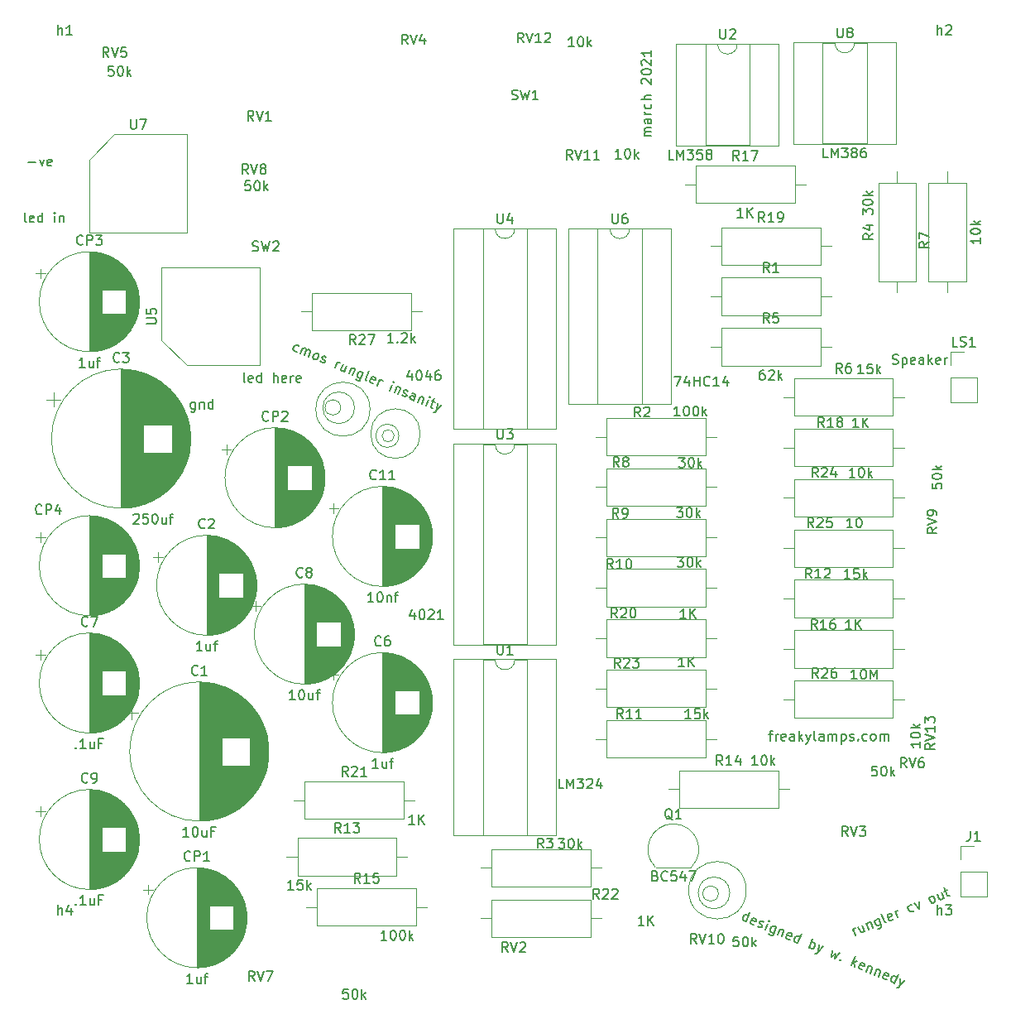
<source format=gbr>
G04 #@! TF.GenerationSoftware,KiCad,Pcbnew,(5.1.4)-1*
G04 #@! TF.CreationDate,2021-03-27T03:15:38-04:00*
G04 #@! TF.ProjectId,cmos rungler,636d6f73-2072-4756-9e67-6c65722e6b69,rev?*
G04 #@! TF.SameCoordinates,Original*
G04 #@! TF.FileFunction,Legend,Top*
G04 #@! TF.FilePolarity,Positive*
%FSLAX46Y46*%
G04 Gerber Fmt 4.6, Leading zero omitted, Abs format (unit mm)*
G04 Created by KiCad (PCBNEW (5.1.4)-1) date 2021-03-27 03:15:38*
%MOMM*%
%LPD*%
G04 APERTURE LIST*
%ADD10C,0.150000*%
%ADD11C,0.120000*%
G04 APERTURE END LIST*
D10*
X125749622Y-76096667D02*
X125643410Y-76104216D01*
X125467433Y-76031324D01*
X125397668Y-75950883D01*
X125371896Y-75888666D01*
X125364348Y-75782454D01*
X125473686Y-75518489D01*
X125554127Y-75448723D01*
X125616344Y-75422952D01*
X125722555Y-75415404D01*
X125898532Y-75488296D01*
X125968298Y-75568736D01*
X126127347Y-76304669D02*
X126382469Y-75688749D01*
X126346023Y-75776738D02*
X126408241Y-75750966D01*
X126514452Y-75743418D01*
X126646435Y-75798087D01*
X126716200Y-75878528D01*
X126723749Y-75984739D01*
X126523295Y-76468676D01*
X126723749Y-75984739D02*
X126804189Y-75914974D01*
X126910400Y-75907425D01*
X127042383Y-75962095D01*
X127112149Y-76042535D01*
X127119697Y-76148746D01*
X126919244Y-76632683D01*
X127491169Y-76869583D02*
X127421404Y-76789142D01*
X127395632Y-76726925D01*
X127388084Y-76620713D01*
X127497422Y-76356748D01*
X127577863Y-76286982D01*
X127640080Y-76261211D01*
X127746291Y-76253663D01*
X127878274Y-76308332D01*
X127948040Y-76388772D01*
X127973811Y-76450989D01*
X127981359Y-76557201D01*
X127872021Y-76821167D01*
X127791581Y-76890932D01*
X127729364Y-76916703D01*
X127623152Y-76924252D01*
X127491169Y-76869583D01*
X128169306Y-77098934D02*
X128239072Y-77179374D01*
X128415049Y-77252266D01*
X128521260Y-77244718D01*
X128601701Y-77174952D01*
X128619924Y-77130958D01*
X128612375Y-77024746D01*
X128542610Y-76944306D01*
X128410627Y-76889637D01*
X128340862Y-76809197D01*
X128333313Y-76702985D01*
X128351536Y-76658991D01*
X128431977Y-76589225D01*
X128538188Y-76581677D01*
X128670171Y-76636346D01*
X128739937Y-76716787D01*
X129646888Y-77762511D02*
X129902010Y-77146591D01*
X129829118Y-77322568D02*
X129909559Y-77252802D01*
X129971776Y-77227031D01*
X130077987Y-77219483D01*
X130165976Y-77255929D01*
X130869884Y-77547497D02*
X130614762Y-78163417D01*
X130473936Y-77383490D02*
X130273483Y-77867427D01*
X130281031Y-77973639D01*
X130350796Y-78054079D01*
X130482779Y-78108748D01*
X130588991Y-78101200D01*
X130651208Y-78075428D01*
X131309827Y-77729728D02*
X131054705Y-78345647D01*
X131273381Y-77817716D02*
X131335598Y-77791945D01*
X131441810Y-77784397D01*
X131573792Y-77839066D01*
X131643558Y-77919506D01*
X131651106Y-78025717D01*
X131450653Y-78509654D01*
X132541666Y-78239972D02*
X132231875Y-78987875D01*
X132151435Y-79057640D01*
X132089217Y-79083411D01*
X131983006Y-79090960D01*
X131851023Y-79036290D01*
X131781257Y-78955850D01*
X132304767Y-78811898D02*
X132198555Y-78819446D01*
X132022578Y-78746554D01*
X131952813Y-78666113D01*
X131927042Y-78603896D01*
X131919493Y-78497685D01*
X132028831Y-78233719D01*
X132109272Y-78163953D01*
X132171489Y-78138182D01*
X132277701Y-78130634D01*
X132453678Y-78203526D01*
X132523443Y-78283966D01*
X132858469Y-79092791D02*
X132788704Y-79012351D01*
X132781156Y-78906139D01*
X133109170Y-78114242D01*
X133580601Y-79340365D02*
X133474389Y-79347913D01*
X133298412Y-79275021D01*
X133228646Y-79194581D01*
X133221098Y-79088369D01*
X133366882Y-78736415D01*
X133447323Y-78666650D01*
X133553534Y-78659102D01*
X133729511Y-78731994D01*
X133799277Y-78812434D01*
X133806825Y-78918645D01*
X133770379Y-79006634D01*
X133293990Y-78912392D01*
X134002320Y-79566590D02*
X134257442Y-78950670D01*
X134184550Y-79126647D02*
X134264991Y-79056881D01*
X134327208Y-79031110D01*
X134433420Y-79023562D01*
X134521408Y-79060008D01*
X135278154Y-80095057D02*
X135533276Y-79479137D01*
X135660837Y-79171178D02*
X135598620Y-79196949D01*
X135624391Y-79259166D01*
X135686608Y-79233395D01*
X135660837Y-79171178D01*
X135624391Y-79259166D01*
X135973219Y-79661368D02*
X135718096Y-80277287D01*
X135936773Y-79749356D02*
X135998990Y-79723585D01*
X136105202Y-79716037D01*
X136237184Y-79770706D01*
X136306950Y-79851146D01*
X136314498Y-79957358D01*
X136114045Y-80441295D01*
X136528216Y-80561307D02*
X136597982Y-80641748D01*
X136773959Y-80714640D01*
X136880170Y-80707092D01*
X136960611Y-80637326D01*
X136978834Y-80593332D01*
X136971285Y-80487120D01*
X136901520Y-80406680D01*
X136769537Y-80352011D01*
X136699772Y-80271571D01*
X136692223Y-80165359D01*
X136710446Y-80121365D01*
X136790887Y-80051599D01*
X136897098Y-80044051D01*
X137029081Y-80098720D01*
X137098847Y-80179160D01*
X137697838Y-81097323D02*
X137898292Y-80613386D01*
X137890743Y-80507175D01*
X137820978Y-80426735D01*
X137645001Y-80353842D01*
X137538789Y-80361391D01*
X137716061Y-81053329D02*
X137609850Y-81060877D01*
X137389878Y-80969762D01*
X137320113Y-80889322D01*
X137312565Y-80783110D01*
X137349011Y-80695122D01*
X137429451Y-80625356D01*
X137535663Y-80617808D01*
X137755634Y-80708923D01*
X137861845Y-80701375D01*
X138392903Y-80663634D02*
X138137781Y-81279554D01*
X138356457Y-80751622D02*
X138418674Y-80725851D01*
X138524886Y-80718303D01*
X138656869Y-80772972D01*
X138726634Y-80853412D01*
X138734183Y-80959624D01*
X138533729Y-81443561D01*
X138973672Y-81625791D02*
X139228794Y-81009871D01*
X139356355Y-80701911D02*
X139294138Y-80727683D01*
X139319909Y-80789900D01*
X139382127Y-80764129D01*
X139356355Y-80701911D01*
X139319909Y-80789900D01*
X139536754Y-81137432D02*
X139888708Y-81283217D01*
X139796298Y-80884142D02*
X139468284Y-81676038D01*
X139475832Y-81782250D01*
X139545597Y-81862690D01*
X139633586Y-81899136D01*
X140108680Y-81374332D02*
X140073529Y-82081366D01*
X140548622Y-81556562D02*
X140073529Y-82081366D01*
X139894425Y-82264892D01*
X139832208Y-82290663D01*
X139725996Y-82298211D01*
X162006540Y-54054782D02*
X161339874Y-54054782D01*
X161435112Y-54054782D02*
X161387493Y-54007163D01*
X161339874Y-53911925D01*
X161339874Y-53769068D01*
X161387493Y-53673830D01*
X161482731Y-53626211D01*
X162006540Y-53626211D01*
X161482731Y-53626211D02*
X161387493Y-53578592D01*
X161339874Y-53483354D01*
X161339874Y-53340497D01*
X161387493Y-53245259D01*
X161482731Y-53197640D01*
X162006540Y-53197640D01*
X162006540Y-52292878D02*
X161482731Y-52292878D01*
X161387493Y-52340497D01*
X161339874Y-52435735D01*
X161339874Y-52626211D01*
X161387493Y-52721449D01*
X161958921Y-52292878D02*
X162006540Y-52388116D01*
X162006540Y-52626211D01*
X161958921Y-52721449D01*
X161863683Y-52769068D01*
X161768445Y-52769068D01*
X161673207Y-52721449D01*
X161625588Y-52626211D01*
X161625588Y-52388116D01*
X161577969Y-52292878D01*
X162006540Y-51816687D02*
X161339874Y-51816687D01*
X161530350Y-51816687D02*
X161435112Y-51769068D01*
X161387493Y-51721449D01*
X161339874Y-51626211D01*
X161339874Y-51530973D01*
X161958921Y-50769068D02*
X162006540Y-50864306D01*
X162006540Y-51054782D01*
X161958921Y-51150020D01*
X161911302Y-51197640D01*
X161816064Y-51245259D01*
X161530350Y-51245259D01*
X161435112Y-51197640D01*
X161387493Y-51150020D01*
X161339874Y-51054782D01*
X161339874Y-50864306D01*
X161387493Y-50769068D01*
X162006540Y-50340497D02*
X161006540Y-50340497D01*
X162006540Y-49911925D02*
X161482731Y-49911925D01*
X161387493Y-49959544D01*
X161339874Y-50054782D01*
X161339874Y-50197640D01*
X161387493Y-50292878D01*
X161435112Y-50340497D01*
X161101779Y-48721449D02*
X161054160Y-48673830D01*
X161006540Y-48578592D01*
X161006540Y-48340497D01*
X161054160Y-48245259D01*
X161101779Y-48197640D01*
X161197017Y-48150020D01*
X161292255Y-48150020D01*
X161435112Y-48197640D01*
X162006540Y-48769068D01*
X162006540Y-48150020D01*
X161006540Y-47530973D02*
X161006540Y-47435735D01*
X161054160Y-47340497D01*
X161101779Y-47292878D01*
X161197017Y-47245259D01*
X161387493Y-47197640D01*
X161625588Y-47197640D01*
X161816064Y-47245259D01*
X161911302Y-47292878D01*
X161958921Y-47340497D01*
X162006540Y-47435735D01*
X162006540Y-47530973D01*
X161958921Y-47626211D01*
X161911302Y-47673830D01*
X161816064Y-47721449D01*
X161625588Y-47769068D01*
X161387493Y-47769068D01*
X161197017Y-47721449D01*
X161101779Y-47673830D01*
X161054160Y-47626211D01*
X161006540Y-47530973D01*
X161101779Y-46816687D02*
X161054160Y-46769068D01*
X161006540Y-46673830D01*
X161006540Y-46435735D01*
X161054160Y-46340497D01*
X161101779Y-46292878D01*
X161197017Y-46245259D01*
X161292255Y-46245259D01*
X161435112Y-46292878D01*
X162006540Y-46864306D01*
X162006540Y-46245259D01*
X162006540Y-45292878D02*
X162006540Y-45864306D01*
X162006540Y-45578592D02*
X161006540Y-45578592D01*
X161149398Y-45673830D01*
X161244636Y-45769068D01*
X161292255Y-45864306D01*
X174032683Y-115218554D02*
X174413636Y-115218554D01*
X174175540Y-115885220D02*
X174175540Y-115028078D01*
X174223160Y-114932840D01*
X174318398Y-114885220D01*
X174413636Y-114885220D01*
X174746969Y-115885220D02*
X174746969Y-115218554D01*
X174746969Y-115409030D02*
X174794588Y-115313792D01*
X174842207Y-115266173D01*
X174937445Y-115218554D01*
X175032683Y-115218554D01*
X175746969Y-115837601D02*
X175651731Y-115885220D01*
X175461255Y-115885220D01*
X175366017Y-115837601D01*
X175318398Y-115742363D01*
X175318398Y-115361411D01*
X175366017Y-115266173D01*
X175461255Y-115218554D01*
X175651731Y-115218554D01*
X175746969Y-115266173D01*
X175794588Y-115361411D01*
X175794588Y-115456649D01*
X175318398Y-115551887D01*
X176651731Y-115885220D02*
X176651731Y-115361411D01*
X176604112Y-115266173D01*
X176508874Y-115218554D01*
X176318398Y-115218554D01*
X176223160Y-115266173D01*
X176651731Y-115837601D02*
X176556493Y-115885220D01*
X176318398Y-115885220D01*
X176223160Y-115837601D01*
X176175540Y-115742363D01*
X176175540Y-115647125D01*
X176223160Y-115551887D01*
X176318398Y-115504268D01*
X176556493Y-115504268D01*
X176651731Y-115456649D01*
X177127921Y-115885220D02*
X177127921Y-114885220D01*
X177223160Y-115504268D02*
X177508874Y-115885220D01*
X177508874Y-115218554D02*
X177127921Y-115599506D01*
X177842207Y-115218554D02*
X178080302Y-115885220D01*
X178318398Y-115218554D02*
X178080302Y-115885220D01*
X177985064Y-116123316D01*
X177937445Y-116170935D01*
X177842207Y-116218554D01*
X178842207Y-115885220D02*
X178746969Y-115837601D01*
X178699350Y-115742363D01*
X178699350Y-114885220D01*
X179651731Y-115885220D02*
X179651731Y-115361411D01*
X179604112Y-115266173D01*
X179508874Y-115218554D01*
X179318398Y-115218554D01*
X179223160Y-115266173D01*
X179651731Y-115837601D02*
X179556493Y-115885220D01*
X179318398Y-115885220D01*
X179223160Y-115837601D01*
X179175540Y-115742363D01*
X179175540Y-115647125D01*
X179223160Y-115551887D01*
X179318398Y-115504268D01*
X179556493Y-115504268D01*
X179651731Y-115456649D01*
X180127921Y-115885220D02*
X180127921Y-115218554D01*
X180127921Y-115313792D02*
X180175540Y-115266173D01*
X180270779Y-115218554D01*
X180413636Y-115218554D01*
X180508874Y-115266173D01*
X180556493Y-115361411D01*
X180556493Y-115885220D01*
X180556493Y-115361411D02*
X180604112Y-115266173D01*
X180699350Y-115218554D01*
X180842207Y-115218554D01*
X180937445Y-115266173D01*
X180985064Y-115361411D01*
X180985064Y-115885220D01*
X181461255Y-115218554D02*
X181461255Y-116218554D01*
X181461255Y-115266173D02*
X181556493Y-115218554D01*
X181746969Y-115218554D01*
X181842207Y-115266173D01*
X181889826Y-115313792D01*
X181937445Y-115409030D01*
X181937445Y-115694744D01*
X181889826Y-115789982D01*
X181842207Y-115837601D01*
X181746969Y-115885220D01*
X181556493Y-115885220D01*
X181461255Y-115837601D01*
X182318398Y-115837601D02*
X182413636Y-115885220D01*
X182604112Y-115885220D01*
X182699350Y-115837601D01*
X182746969Y-115742363D01*
X182746969Y-115694744D01*
X182699350Y-115599506D01*
X182604112Y-115551887D01*
X182461255Y-115551887D01*
X182366017Y-115504268D01*
X182318398Y-115409030D01*
X182318398Y-115361411D01*
X182366017Y-115266173D01*
X182461255Y-115218554D01*
X182604112Y-115218554D01*
X182699350Y-115266173D01*
X183175540Y-115789982D02*
X183223160Y-115837601D01*
X183175540Y-115885220D01*
X183127921Y-115837601D01*
X183175540Y-115789982D01*
X183175540Y-115885220D01*
X184080302Y-115837601D02*
X183985064Y-115885220D01*
X183794588Y-115885220D01*
X183699350Y-115837601D01*
X183651731Y-115789982D01*
X183604112Y-115694744D01*
X183604112Y-115409030D01*
X183651731Y-115313792D01*
X183699350Y-115266173D01*
X183794588Y-115218554D01*
X183985064Y-115218554D01*
X184080302Y-115266173D01*
X184651731Y-115885220D02*
X184556493Y-115837601D01*
X184508874Y-115789982D01*
X184461255Y-115694744D01*
X184461255Y-115409030D01*
X184508874Y-115313792D01*
X184556493Y-115266173D01*
X184651731Y-115218554D01*
X184794588Y-115218554D01*
X184889826Y-115266173D01*
X184937445Y-115313792D01*
X184985064Y-115409030D01*
X184985064Y-115694744D01*
X184937445Y-115789982D01*
X184889826Y-115837601D01*
X184794588Y-115885220D01*
X184651731Y-115885220D01*
X185413636Y-115885220D02*
X185413636Y-115218554D01*
X185413636Y-115313792D02*
X185461255Y-115266173D01*
X185556493Y-115218554D01*
X185699350Y-115218554D01*
X185794588Y-115266173D01*
X185842207Y-115361411D01*
X185842207Y-115885220D01*
X185842207Y-115361411D02*
X185889826Y-115266173D01*
X185985064Y-115218554D01*
X186127921Y-115218554D01*
X186223159Y-115266173D01*
X186270779Y-115361411D01*
X186270779Y-115885220D01*
X171722850Y-134406253D02*
X172105534Y-133482374D01*
X171741073Y-134362259D02*
X171634862Y-134369807D01*
X171458885Y-134296915D01*
X171389119Y-134216475D01*
X171363348Y-134154258D01*
X171355800Y-134048046D01*
X171465138Y-133784081D01*
X171545578Y-133714315D01*
X171607796Y-133688544D01*
X171714007Y-133680996D01*
X171889984Y-133753888D01*
X171959750Y-133834328D01*
X172532970Y-134690273D02*
X172426759Y-134697822D01*
X172250782Y-134624930D01*
X172181016Y-134544489D01*
X172173468Y-134438278D01*
X172319252Y-134086324D01*
X172399692Y-134016558D01*
X172505904Y-134009010D01*
X172681881Y-134081902D01*
X172751646Y-134162342D01*
X172759195Y-134268554D01*
X172722749Y-134356542D01*
X172246360Y-134262301D01*
X172928919Y-134854281D02*
X172998684Y-134934721D01*
X173174661Y-135007613D01*
X173280873Y-135000065D01*
X173361313Y-134930299D01*
X173379536Y-134886305D01*
X173371988Y-134780094D01*
X173302222Y-134699653D01*
X173170239Y-134644984D01*
X173100474Y-134564544D01*
X173092926Y-134458332D01*
X173111149Y-134414338D01*
X173191589Y-134344573D01*
X173297801Y-134337024D01*
X173429783Y-134391693D01*
X173499549Y-134472134D01*
X173702592Y-135226289D02*
X173957715Y-134610370D01*
X174085276Y-134302410D02*
X174023058Y-134328181D01*
X174048830Y-134390398D01*
X174111047Y-134364627D01*
X174085276Y-134302410D01*
X174048830Y-134390398D01*
X174793606Y-134956607D02*
X174483814Y-135704509D01*
X174403374Y-135774275D01*
X174341157Y-135800046D01*
X174234945Y-135807594D01*
X174102962Y-135752925D01*
X174033197Y-135672485D01*
X174556706Y-135528532D02*
X174450495Y-135536081D01*
X174274518Y-135463189D01*
X174204752Y-135382748D01*
X174178981Y-135320531D01*
X174171433Y-135214319D01*
X174280771Y-134950354D01*
X174361211Y-134880588D01*
X174423428Y-134854817D01*
X174529640Y-134847269D01*
X174705617Y-134920161D01*
X174775383Y-135000601D01*
X175233548Y-135138837D02*
X174978426Y-135754757D01*
X175197102Y-135226826D02*
X175259319Y-135201054D01*
X175365531Y-135193506D01*
X175497514Y-135248175D01*
X175567279Y-135328616D01*
X175574828Y-135434827D01*
X175374374Y-135918764D01*
X176184494Y-136202784D02*
X176078283Y-136210332D01*
X175902305Y-136137440D01*
X175832540Y-136057000D01*
X175824992Y-135950788D01*
X175970776Y-135598834D01*
X176051216Y-135529069D01*
X176157428Y-135521521D01*
X176333405Y-135594413D01*
X176403170Y-135674853D01*
X176410719Y-135781065D01*
X176374272Y-135869053D01*
X175897884Y-135774811D01*
X177002162Y-136593016D02*
X177384845Y-135669136D01*
X177020385Y-136549022D02*
X176914174Y-136556570D01*
X176738196Y-136483678D01*
X176668431Y-136403237D01*
X176642660Y-136341020D01*
X176635111Y-136234809D01*
X176744450Y-135970843D01*
X176824890Y-135901078D01*
X176887107Y-135875306D01*
X176993319Y-135867758D01*
X177169296Y-135940650D01*
X177239061Y-136021090D01*
X178146013Y-137066814D02*
X178528696Y-136142935D01*
X178382912Y-136494889D02*
X178489124Y-136487341D01*
X178665101Y-136560233D01*
X178734866Y-136640673D01*
X178760638Y-136702890D01*
X178768186Y-136809102D01*
X178658848Y-137073068D01*
X178578407Y-137142833D01*
X178516190Y-137168604D01*
X178409978Y-137176153D01*
X178234001Y-137103260D01*
X178164236Y-137022820D01*
X179149038Y-136760686D02*
X179113887Y-137467721D01*
X179588980Y-136942916D02*
X179113887Y-137467721D01*
X178934783Y-137651246D01*
X178872566Y-137677017D01*
X178766354Y-137684566D01*
X180556854Y-137343823D02*
X180477709Y-138032634D01*
X180835916Y-137665584D01*
X180829663Y-138178419D01*
X181260762Y-137635391D01*
X181394040Y-138309106D02*
X181419811Y-138371324D01*
X181357594Y-138397095D01*
X181331823Y-138334878D01*
X181394040Y-138309106D01*
X181357594Y-138397095D01*
X182501445Y-138870893D02*
X182884128Y-137947014D01*
X182735218Y-138555385D02*
X182853399Y-139016678D01*
X183108521Y-138400758D02*
X182610783Y-138606928D01*
X183619525Y-139282475D02*
X183513313Y-139290023D01*
X183337336Y-139217131D01*
X183267570Y-139136691D01*
X183260022Y-139030479D01*
X183405806Y-138678525D01*
X183486247Y-138608759D01*
X183592458Y-138601211D01*
X183768435Y-138674103D01*
X183838201Y-138754544D01*
X183845749Y-138860755D01*
X183809303Y-138948744D01*
X183332914Y-138854502D01*
X184296366Y-138892779D02*
X184041244Y-139508699D01*
X184259920Y-138980768D02*
X184322138Y-138954997D01*
X184428349Y-138947449D01*
X184560332Y-139002118D01*
X184630098Y-139082558D01*
X184637646Y-139188769D01*
X184437193Y-139672706D01*
X185132257Y-139239017D02*
X184877135Y-139854937D01*
X185095811Y-139327005D02*
X185158029Y-139301234D01*
X185264240Y-139293686D01*
X185396223Y-139348355D01*
X185465989Y-139428795D01*
X185473537Y-139535007D01*
X185273084Y-140018944D01*
X186083203Y-140302964D02*
X185976992Y-140310512D01*
X185801015Y-140237620D01*
X185731249Y-140157180D01*
X185723701Y-140050968D01*
X185869485Y-139699014D01*
X185949925Y-139629249D01*
X186056137Y-139621700D01*
X186232114Y-139694592D01*
X186301880Y-139775033D01*
X186309428Y-139881244D01*
X186272982Y-139969233D01*
X185796593Y-139874991D01*
X186900871Y-140693195D02*
X187283555Y-139769316D01*
X186919094Y-140649201D02*
X186812883Y-140656749D01*
X186636906Y-140583857D01*
X186567140Y-140503417D01*
X186541369Y-140441200D01*
X186533821Y-140334988D01*
X186643159Y-140071023D01*
X186723599Y-140001257D01*
X186785816Y-139975486D01*
X186892028Y-139967938D01*
X187068005Y-140040830D01*
X187137771Y-140121270D01*
X187507948Y-140223060D02*
X187472797Y-140930095D01*
X187947890Y-140405290D02*
X187472797Y-140930095D01*
X187293693Y-141113620D01*
X187231476Y-141139391D01*
X187125264Y-141146939D01*
D11*
X168883240Y-131536440D02*
G75*
G03X168883240Y-131536440I-796200J0D01*
G01*
X170046042Y-131460240D02*
G75*
G03X170046042Y-131460240I-1613562J0D01*
G01*
X171718643Y-131196080D02*
G75*
G03X171718643Y-131196080I-2940723J0D01*
G01*
X135699557Y-84714080D02*
G75*
G03X135699557Y-84714080I-617277J0D01*
G01*
X136184082Y-84714080D02*
G75*
G03X136184082Y-84714080I-1178002J0D01*
G01*
X138369086Y-84490560D02*
G75*
G03X138369086Y-84490560I-2534966J0D01*
G01*
X130216437Y-81813400D02*
G75*
G03X130216437Y-81813400I-793277J0D01*
G01*
X131640730Y-81848960D02*
G75*
G03X131640730Y-81848960I-1613050J0D01*
G01*
X133224207Y-81991200D02*
G75*
G03X133224207Y-81991200I-2769807J0D01*
G01*
D10*
X98270843Y-56733748D02*
X99032748Y-56733748D01*
X99413700Y-56448034D02*
X99651796Y-57114700D01*
X99889891Y-56448034D01*
X100651796Y-57067081D02*
X100556558Y-57114700D01*
X100366081Y-57114700D01*
X100270843Y-57067081D01*
X100223224Y-56971843D01*
X100223224Y-56590891D01*
X100270843Y-56495653D01*
X100366081Y-56448034D01*
X100556558Y-56448034D01*
X100651796Y-56495653D01*
X100699415Y-56590891D01*
X100699415Y-56686129D01*
X100223224Y-56781367D01*
X98044546Y-62870340D02*
X97949308Y-62822721D01*
X97901689Y-62727483D01*
X97901689Y-61870340D01*
X98806451Y-62822721D02*
X98711213Y-62870340D01*
X98520737Y-62870340D01*
X98425499Y-62822721D01*
X98377880Y-62727483D01*
X98377880Y-62346531D01*
X98425499Y-62251293D01*
X98520737Y-62203674D01*
X98711213Y-62203674D01*
X98806451Y-62251293D01*
X98854070Y-62346531D01*
X98854070Y-62441769D01*
X98377880Y-62537007D01*
X99711213Y-62870340D02*
X99711213Y-61870340D01*
X99711213Y-62822721D02*
X99615975Y-62870340D01*
X99425499Y-62870340D01*
X99330260Y-62822721D01*
X99282641Y-62775102D01*
X99235022Y-62679864D01*
X99235022Y-62394150D01*
X99282641Y-62298912D01*
X99330260Y-62251293D01*
X99425499Y-62203674D01*
X99615975Y-62203674D01*
X99711213Y-62251293D01*
X100949308Y-62870340D02*
X100949308Y-62203674D01*
X100949308Y-61870340D02*
X100901689Y-61917960D01*
X100949308Y-61965579D01*
X100996927Y-61917960D01*
X100949308Y-61870340D01*
X100949308Y-61965579D01*
X101425499Y-62203674D02*
X101425499Y-62870340D01*
X101425499Y-62298912D02*
X101473118Y-62251293D01*
X101568356Y-62203674D01*
X101711213Y-62203674D01*
X101806451Y-62251293D01*
X101854070Y-62346531D01*
X101854070Y-62870340D01*
X115331643Y-81273994D02*
X115331643Y-82083518D01*
X115284024Y-82178756D01*
X115236405Y-82226375D01*
X115141167Y-82273994D01*
X114998310Y-82273994D01*
X114903072Y-82226375D01*
X115331643Y-81893041D02*
X115236405Y-81940660D01*
X115045929Y-81940660D01*
X114950691Y-81893041D01*
X114903072Y-81845422D01*
X114855453Y-81750184D01*
X114855453Y-81464470D01*
X114903072Y-81369232D01*
X114950691Y-81321613D01*
X115045929Y-81273994D01*
X115236405Y-81273994D01*
X115331643Y-81321613D01*
X115807834Y-81273994D02*
X115807834Y-81940660D01*
X115807834Y-81369232D02*
X115855453Y-81321613D01*
X115950691Y-81273994D01*
X116093548Y-81273994D01*
X116188786Y-81321613D01*
X116236405Y-81416851D01*
X116236405Y-81940660D01*
X117141167Y-81940660D02*
X117141167Y-80940660D01*
X117141167Y-81893041D02*
X117045929Y-81940660D01*
X116855453Y-81940660D01*
X116760215Y-81893041D01*
X116712596Y-81845422D01*
X116664977Y-81750184D01*
X116664977Y-81464470D01*
X116712596Y-81369232D01*
X116760215Y-81321613D01*
X116855453Y-81273994D01*
X117045929Y-81273994D01*
X117141167Y-81321613D01*
X120448415Y-79233020D02*
X120353177Y-79185401D01*
X120305558Y-79090163D01*
X120305558Y-78233020D01*
X121210320Y-79185401D02*
X121115081Y-79233020D01*
X120924605Y-79233020D01*
X120829367Y-79185401D01*
X120781748Y-79090163D01*
X120781748Y-78709211D01*
X120829367Y-78613973D01*
X120924605Y-78566354D01*
X121115081Y-78566354D01*
X121210320Y-78613973D01*
X121257939Y-78709211D01*
X121257939Y-78804449D01*
X120781748Y-78899687D01*
X122115081Y-79233020D02*
X122115081Y-78233020D01*
X122115081Y-79185401D02*
X122019843Y-79233020D01*
X121829367Y-79233020D01*
X121734129Y-79185401D01*
X121686510Y-79137782D01*
X121638891Y-79042544D01*
X121638891Y-78756830D01*
X121686510Y-78661592D01*
X121734129Y-78613973D01*
X121829367Y-78566354D01*
X122019843Y-78566354D01*
X122115081Y-78613973D01*
X123353177Y-79233020D02*
X123353177Y-78233020D01*
X123781748Y-79233020D02*
X123781748Y-78709211D01*
X123734129Y-78613973D01*
X123638891Y-78566354D01*
X123496034Y-78566354D01*
X123400796Y-78613973D01*
X123353177Y-78661592D01*
X124638891Y-79185401D02*
X124543653Y-79233020D01*
X124353177Y-79233020D01*
X124257939Y-79185401D01*
X124210320Y-79090163D01*
X124210320Y-78709211D01*
X124257939Y-78613973D01*
X124353177Y-78566354D01*
X124543653Y-78566354D01*
X124638891Y-78613973D01*
X124686510Y-78709211D01*
X124686510Y-78804449D01*
X124210320Y-78899687D01*
X125115081Y-79233020D02*
X125115081Y-78566354D01*
X125115081Y-78756830D02*
X125162700Y-78661592D01*
X125210320Y-78613973D01*
X125305558Y-78566354D01*
X125400796Y-78566354D01*
X126115081Y-79185401D02*
X126019843Y-79233020D01*
X125829367Y-79233020D01*
X125734129Y-79185401D01*
X125686510Y-79090163D01*
X125686510Y-78709211D01*
X125734129Y-78613973D01*
X125829367Y-78566354D01*
X126019843Y-78566354D01*
X126115081Y-78613973D01*
X126162700Y-78709211D01*
X126162700Y-78804449D01*
X125686510Y-78899687D01*
X182870383Y-135784734D02*
X182615261Y-135168815D01*
X182688153Y-135344792D02*
X182695701Y-135238580D01*
X182721473Y-135176363D01*
X182791238Y-135095922D01*
X182879227Y-135059476D01*
X183583135Y-134767908D02*
X183838257Y-135383828D01*
X183187187Y-134931915D02*
X183387640Y-135415852D01*
X183468080Y-135485618D01*
X183574292Y-135493166D01*
X183706274Y-135438497D01*
X183776040Y-135358057D01*
X183801811Y-135295839D01*
X184023078Y-134585678D02*
X184278200Y-135201598D01*
X184059524Y-134673666D02*
X184085295Y-134611449D01*
X184155060Y-134531009D01*
X184287043Y-134476340D01*
X184393255Y-134483888D01*
X184473695Y-134553654D01*
X184674148Y-135037590D01*
X185254917Y-134075433D02*
X185564708Y-134823336D01*
X185557160Y-134929547D01*
X185531389Y-134991765D01*
X185461623Y-135072205D01*
X185329641Y-135126874D01*
X185223429Y-135119326D01*
X185491816Y-134647359D02*
X185422051Y-134727799D01*
X185246074Y-134800691D01*
X185139862Y-134793143D01*
X185077645Y-134767372D01*
X184997205Y-134697606D01*
X184887866Y-134433641D01*
X184895415Y-134327429D01*
X184921186Y-134265212D01*
X184990951Y-134184771D01*
X185166928Y-134111879D01*
X185273140Y-134119428D01*
X186081965Y-134454454D02*
X185975753Y-134446906D01*
X185895313Y-134377140D01*
X185567298Y-133585243D01*
X186767650Y-134118891D02*
X186697884Y-134199331D01*
X186521907Y-134272224D01*
X186415696Y-134264675D01*
X186335255Y-134194910D01*
X186189471Y-133842956D01*
X186197020Y-133736744D01*
X186266785Y-133656304D01*
X186442762Y-133583412D01*
X186548974Y-133590960D01*
X186629414Y-133660725D01*
X186665860Y-133748714D01*
X186262363Y-134018933D01*
X187225816Y-133980655D02*
X186970693Y-133364736D01*
X187043585Y-133540713D02*
X187051134Y-133434501D01*
X187076905Y-133372284D01*
X187146670Y-133291843D01*
X187234659Y-133255397D01*
X188879375Y-133244186D02*
X188809609Y-133324626D01*
X188633632Y-133397519D01*
X188527420Y-133389970D01*
X188465203Y-133364199D01*
X188384763Y-133294434D01*
X188275425Y-133030468D01*
X188282973Y-132924256D01*
X188308744Y-132862039D01*
X188378510Y-132781599D01*
X188554487Y-132708707D01*
X188660698Y-132716255D01*
X188950435Y-132544700D02*
X189425529Y-133069504D01*
X189390378Y-132362469D01*
X190833345Y-132486368D02*
X190727134Y-132478819D01*
X190664916Y-132453048D01*
X190584476Y-132383283D01*
X190475138Y-132119317D01*
X190482686Y-132013105D01*
X190508457Y-131950888D01*
X190578223Y-131870448D01*
X190710206Y-131815779D01*
X190816417Y-131823327D01*
X190878634Y-131849098D01*
X190959075Y-131918864D01*
X191068413Y-132182829D01*
X191060865Y-132289041D01*
X191035093Y-132351258D01*
X190965328Y-132431698D01*
X190833345Y-132486368D01*
X191678079Y-131414872D02*
X191933202Y-132030792D01*
X191282131Y-131578880D02*
X191482584Y-132062816D01*
X191563025Y-132132582D01*
X191669236Y-132140130D01*
X191801219Y-132085461D01*
X191870984Y-132005021D01*
X191896756Y-131942803D01*
X191986039Y-131287311D02*
X192337993Y-131141527D01*
X191990461Y-130924682D02*
X192318475Y-131716579D01*
X192398916Y-131786345D01*
X192505127Y-131793893D01*
X192593116Y-131757447D01*
D11*
X187060000Y-44474800D02*
X176560000Y-44474800D01*
X187060000Y-54874800D02*
X187060000Y-44474800D01*
X176560000Y-54874800D02*
X187060000Y-54874800D01*
X176560000Y-44474800D02*
X176560000Y-54874800D01*
X184060000Y-44534800D02*
X182810000Y-44534800D01*
X184060000Y-54814800D02*
X184060000Y-44534800D01*
X179560000Y-54814800D02*
X184060000Y-54814800D01*
X179560000Y-44534800D02*
X179560000Y-54814800D01*
X180810000Y-44534800D02*
X179560000Y-44534800D01*
X182810000Y-44534800D02*
G75*
G02X180810000Y-44534800I-1000000J0D01*
G01*
X114510000Y-53890000D02*
X107070000Y-53890000D01*
X107070000Y-53890000D02*
X104490000Y-56470000D01*
X104490000Y-56470000D02*
X104490000Y-63910000D01*
X104490000Y-63910000D02*
X114510000Y-63910000D01*
X114510000Y-63910000D02*
X114510000Y-53890000D01*
X164032000Y-63474800D02*
X153532000Y-63474800D01*
X164032000Y-81494800D02*
X164032000Y-63474800D01*
X153532000Y-81494800D02*
X164032000Y-81494800D01*
X153532000Y-63474800D02*
X153532000Y-81494800D01*
X161032000Y-63534800D02*
X159782000Y-63534800D01*
X161032000Y-81434800D02*
X161032000Y-63534800D01*
X156532000Y-81434800D02*
X161032000Y-81434800D01*
X156532000Y-63534800D02*
X156532000Y-81434800D01*
X157782000Y-63534800D02*
X156532000Y-63534800D01*
X159782000Y-63534800D02*
G75*
G02X157782000Y-63534800I-1000000J0D01*
G01*
X111890000Y-67490000D02*
X111890000Y-74930000D01*
X111890000Y-74930000D02*
X114470000Y-77510000D01*
X114470000Y-77510000D02*
X121910000Y-77510000D01*
X121910000Y-77510000D02*
X121910000Y-67490000D01*
X121910000Y-67490000D02*
X111890000Y-67490000D01*
X152282000Y-63474800D02*
X141782000Y-63474800D01*
X152282000Y-84034800D02*
X152282000Y-63474800D01*
X141782000Y-84034800D02*
X152282000Y-84034800D01*
X141782000Y-63474800D02*
X141782000Y-84034800D01*
X149282000Y-63534800D02*
X148032000Y-63534800D01*
X149282000Y-83974800D02*
X149282000Y-63534800D01*
X144782000Y-83974800D02*
X149282000Y-83974800D01*
X144782000Y-63534800D02*
X144782000Y-83974800D01*
X146032000Y-63534800D02*
X144782000Y-63534800D01*
X148032000Y-63534800D02*
G75*
G02X146032000Y-63534800I-1000000J0D01*
G01*
X152282000Y-85524800D02*
X141782000Y-85524800D01*
X152282000Y-106084800D02*
X152282000Y-85524800D01*
X141782000Y-106084800D02*
X152282000Y-106084800D01*
X141782000Y-85524800D02*
X141782000Y-106084800D01*
X149282000Y-85584800D02*
X148032000Y-85584800D01*
X149282000Y-106024800D02*
X149282000Y-85584800D01*
X144782000Y-106024800D02*
X149282000Y-106024800D01*
X144782000Y-85584800D02*
X144782000Y-106024800D01*
X146032000Y-85584800D02*
X144782000Y-85584800D01*
X148032000Y-85584800D02*
G75*
G02X146032000Y-85584800I-1000000J0D01*
G01*
X175060000Y-44610000D02*
X164560000Y-44610000D01*
X175060000Y-55010000D02*
X175060000Y-44610000D01*
X164560000Y-55010000D02*
X175060000Y-55010000D01*
X164560000Y-44610000D02*
X164560000Y-55010000D01*
X172060000Y-44670000D02*
X170810000Y-44670000D01*
X172060000Y-54950000D02*
X172060000Y-44670000D01*
X167560000Y-54950000D02*
X172060000Y-54950000D01*
X167560000Y-44670000D02*
X167560000Y-54950000D01*
X168810000Y-44670000D02*
X167560000Y-44670000D01*
X170810000Y-44670000D02*
G75*
G02X168810000Y-44670000I-1000000J0D01*
G01*
X152282000Y-107575000D02*
X141782000Y-107575000D01*
X152282000Y-125595000D02*
X152282000Y-107575000D01*
X141782000Y-125595000D02*
X152282000Y-125595000D01*
X141782000Y-107575000D02*
X141782000Y-125595000D01*
X149282000Y-107635000D02*
X148032000Y-107635000D01*
X149282000Y-125535000D02*
X149282000Y-107635000D01*
X144782000Y-125535000D02*
X149282000Y-125535000D01*
X144782000Y-107635000D02*
X144782000Y-125535000D01*
X146032000Y-107635000D02*
X144782000Y-107635000D01*
X148032000Y-107635000D02*
G75*
G02X146032000Y-107635000I-1000000J0D01*
G01*
X126200000Y-72000000D02*
X127310000Y-72000000D01*
X138560000Y-72000000D02*
X137450000Y-72000000D01*
X127310000Y-73920000D02*
X137450000Y-73920000D01*
X127310000Y-70080000D02*
X127310000Y-73920000D01*
X137450000Y-70080000D02*
X127310000Y-70080000D01*
X137450000Y-73920000D02*
X137450000Y-70080000D01*
X187862000Y-111665000D02*
X186752000Y-111665000D01*
X175502000Y-111665000D02*
X176612000Y-111665000D01*
X186752000Y-109745000D02*
X176612000Y-109745000D01*
X186752000Y-113585000D02*
X186752000Y-109745000D01*
X176612000Y-113585000D02*
X186752000Y-113585000D01*
X176612000Y-109745000D02*
X176612000Y-113585000D01*
X187862000Y-96214800D02*
X186752000Y-96214800D01*
X175502000Y-96214800D02*
X176612000Y-96214800D01*
X186752000Y-94294800D02*
X176612000Y-94294800D01*
X186752000Y-98134800D02*
X186752000Y-94294800D01*
X176612000Y-98134800D02*
X186752000Y-98134800D01*
X176612000Y-94294800D02*
X176612000Y-98134800D01*
X187862000Y-91064800D02*
X186752000Y-91064800D01*
X175502000Y-91064800D02*
X176612000Y-91064800D01*
X186752000Y-89144800D02*
X176612000Y-89144800D01*
X186752000Y-92984800D02*
X186752000Y-89144800D01*
X176612000Y-92984800D02*
X186752000Y-92984800D01*
X176612000Y-89144800D02*
X176612000Y-92984800D01*
X168672000Y-110565000D02*
X167562000Y-110565000D01*
X156312000Y-110565000D02*
X157422000Y-110565000D01*
X167562000Y-108645000D02*
X157422000Y-108645000D01*
X167562000Y-112485000D02*
X167562000Y-108645000D01*
X157422000Y-112485000D02*
X167562000Y-112485000D01*
X157422000Y-108645000D02*
X157422000Y-112485000D01*
X156922000Y-134065000D02*
X155812000Y-134065000D01*
X144562000Y-134065000D02*
X145672000Y-134065000D01*
X155812000Y-132145000D02*
X145672000Y-132145000D01*
X155812000Y-135985000D02*
X155812000Y-132145000D01*
X145672000Y-135985000D02*
X155812000Y-135985000D01*
X145672000Y-132145000D02*
X145672000Y-135985000D01*
X137800000Y-122000000D02*
X136690000Y-122000000D01*
X125440000Y-122000000D02*
X126550000Y-122000000D01*
X136690000Y-120080000D02*
X126550000Y-120080000D01*
X136690000Y-123920000D02*
X136690000Y-120080000D01*
X126550000Y-123920000D02*
X136690000Y-123920000D01*
X126550000Y-120080000D02*
X126550000Y-123920000D01*
X168672000Y-105415000D02*
X167562000Y-105415000D01*
X156312000Y-105415000D02*
X157422000Y-105415000D01*
X167562000Y-103495000D02*
X157422000Y-103495000D01*
X167562000Y-107335000D02*
X167562000Y-103495000D01*
X157422000Y-107335000D02*
X167562000Y-107335000D01*
X157422000Y-103495000D02*
X157422000Y-107335000D01*
X180422000Y-65314800D02*
X179312000Y-65314800D01*
X168062000Y-65314800D02*
X169172000Y-65314800D01*
X179312000Y-63394800D02*
X169172000Y-63394800D01*
X179312000Y-67234800D02*
X179312000Y-63394800D01*
X169172000Y-67234800D02*
X179312000Y-67234800D01*
X169172000Y-63394800D02*
X169172000Y-67234800D01*
X187862000Y-85914800D02*
X186752000Y-85914800D01*
X175502000Y-85914800D02*
X176612000Y-85914800D01*
X186752000Y-83994800D02*
X176612000Y-83994800D01*
X186752000Y-87834800D02*
X186752000Y-83994800D01*
X176612000Y-87834800D02*
X186752000Y-87834800D01*
X176612000Y-83994800D02*
X176612000Y-87834800D01*
X177800000Y-59000000D02*
X176690000Y-59000000D01*
X165440000Y-59000000D02*
X166550000Y-59000000D01*
X176690000Y-57080000D02*
X166550000Y-57080000D01*
X176690000Y-60920000D02*
X176690000Y-57080000D01*
X166550000Y-60920000D02*
X176690000Y-60920000D01*
X166550000Y-57080000D02*
X166550000Y-60920000D01*
X187862000Y-106515000D02*
X186752000Y-106515000D01*
X175502000Y-106515000D02*
X176612000Y-106515000D01*
X186752000Y-104595000D02*
X176612000Y-104595000D01*
X186752000Y-108435000D02*
X186752000Y-104595000D01*
X176612000Y-108435000D02*
X186752000Y-108435000D01*
X176612000Y-104595000D02*
X176612000Y-108435000D01*
X139052000Y-132915000D02*
X137942000Y-132915000D01*
X126692000Y-132915000D02*
X127802000Y-132915000D01*
X137942000Y-130995000D02*
X127802000Y-130995000D01*
X137942000Y-134835000D02*
X137942000Y-130995000D01*
X127802000Y-134835000D02*
X137942000Y-134835000D01*
X127802000Y-130995000D02*
X127802000Y-134835000D01*
X176112000Y-120865000D02*
X175002000Y-120865000D01*
X163752000Y-120865000D02*
X164862000Y-120865000D01*
X175002000Y-118945000D02*
X164862000Y-118945000D01*
X175002000Y-122785000D02*
X175002000Y-118945000D01*
X164862000Y-122785000D02*
X175002000Y-122785000D01*
X164862000Y-118945000D02*
X164862000Y-122785000D01*
X137052000Y-127765000D02*
X135942000Y-127765000D01*
X124692000Y-127765000D02*
X125802000Y-127765000D01*
X135942000Y-125845000D02*
X125802000Y-125845000D01*
X135942000Y-129685000D02*
X135942000Y-125845000D01*
X125802000Y-129685000D02*
X135942000Y-129685000D01*
X125802000Y-125845000D02*
X125802000Y-129685000D01*
X187862000Y-101365000D02*
X186752000Y-101365000D01*
X175502000Y-101365000D02*
X176612000Y-101365000D01*
X186752000Y-99445000D02*
X176612000Y-99445000D01*
X186752000Y-103285000D02*
X186752000Y-99445000D01*
X176612000Y-103285000D02*
X186752000Y-103285000D01*
X176612000Y-99445000D02*
X176612000Y-103285000D01*
X168672000Y-115715000D02*
X167562000Y-115715000D01*
X156312000Y-115715000D02*
X157422000Y-115715000D01*
X167562000Y-113795000D02*
X157422000Y-113795000D01*
X167562000Y-117635000D02*
X167562000Y-113795000D01*
X157422000Y-117635000D02*
X167562000Y-117635000D01*
X157422000Y-113795000D02*
X157422000Y-117635000D01*
X168672000Y-100265000D02*
X167562000Y-100265000D01*
X156312000Y-100265000D02*
X157422000Y-100265000D01*
X167562000Y-98345000D02*
X157422000Y-98345000D01*
X167562000Y-102185000D02*
X167562000Y-98345000D01*
X157422000Y-102185000D02*
X167562000Y-102185000D01*
X157422000Y-98345000D02*
X157422000Y-102185000D01*
X168672000Y-95114800D02*
X167562000Y-95114800D01*
X156312000Y-95114800D02*
X157422000Y-95114800D01*
X167562000Y-93194800D02*
X157422000Y-93194800D01*
X167562000Y-97034800D02*
X167562000Y-93194800D01*
X157422000Y-97034800D02*
X167562000Y-97034800D01*
X157422000Y-93194800D02*
X157422000Y-97034800D01*
X168672000Y-89964800D02*
X167562000Y-89964800D01*
X156312000Y-89964800D02*
X157422000Y-89964800D01*
X167562000Y-88044800D02*
X157422000Y-88044800D01*
X167562000Y-91884800D02*
X167562000Y-88044800D01*
X157422000Y-91884800D02*
X167562000Y-91884800D01*
X157422000Y-88044800D02*
X157422000Y-91884800D01*
X192318000Y-57703800D02*
X192318000Y-58813800D01*
X192318000Y-70063800D02*
X192318000Y-68953800D01*
X190398000Y-58813800D02*
X190398000Y-68953800D01*
X194238000Y-58813800D02*
X190398000Y-58813800D01*
X194238000Y-68953800D02*
X194238000Y-58813800D01*
X190398000Y-68953800D02*
X194238000Y-68953800D01*
X187862000Y-80764800D02*
X186752000Y-80764800D01*
X175502000Y-80764800D02*
X176612000Y-80764800D01*
X186752000Y-78844800D02*
X176612000Y-78844800D01*
X186752000Y-82684800D02*
X186752000Y-78844800D01*
X176612000Y-82684800D02*
X186752000Y-82684800D01*
X176612000Y-78844800D02*
X176612000Y-82684800D01*
X180422000Y-75614800D02*
X179312000Y-75614800D01*
X168062000Y-75614800D02*
X169172000Y-75614800D01*
X179312000Y-73694800D02*
X169172000Y-73694800D01*
X179312000Y-77534800D02*
X179312000Y-73694800D01*
X169172000Y-77534800D02*
X179312000Y-77534800D01*
X169172000Y-73694800D02*
X169172000Y-77534800D01*
X187168000Y-57703800D02*
X187168000Y-58813800D01*
X187168000Y-70063800D02*
X187168000Y-68953800D01*
X185248000Y-58813800D02*
X185248000Y-68953800D01*
X189088000Y-58813800D02*
X185248000Y-58813800D01*
X189088000Y-68953800D02*
X189088000Y-58813800D01*
X185248000Y-68953800D02*
X189088000Y-68953800D01*
X156922000Y-128915000D02*
X155812000Y-128915000D01*
X144562000Y-128915000D02*
X145672000Y-128915000D01*
X155812000Y-126995000D02*
X145672000Y-126995000D01*
X155812000Y-130835000D02*
X155812000Y-126995000D01*
X145672000Y-130835000D02*
X155812000Y-130835000D01*
X145672000Y-126995000D02*
X145672000Y-130835000D01*
X168672000Y-84814800D02*
X167562000Y-84814800D01*
X156312000Y-84814800D02*
X157422000Y-84814800D01*
X167562000Y-82894800D02*
X157422000Y-82894800D01*
X167562000Y-86734800D02*
X167562000Y-82894800D01*
X157422000Y-86734800D02*
X167562000Y-86734800D01*
X157422000Y-82894800D02*
X157422000Y-86734800D01*
X180422000Y-70464800D02*
X179312000Y-70464800D01*
X168062000Y-70464800D02*
X169172000Y-70464800D01*
X179312000Y-68544800D02*
X169172000Y-68544800D01*
X179312000Y-72384800D02*
X179312000Y-68544800D01*
X169172000Y-72384800D02*
X179312000Y-72384800D01*
X169172000Y-68544800D02*
X169172000Y-72384800D01*
X166108478Y-128838478D02*
G75*
G03X164270000Y-124400000I-1838478J1838478D01*
G01*
X162431522Y-128838478D02*
G75*
G02X164270000Y-124400000I1838478J1838478D01*
G01*
X162470000Y-128850000D02*
X166070000Y-128850000D01*
X192670000Y-76130000D02*
X194000000Y-76130000D01*
X192670000Y-77460000D02*
X192670000Y-76130000D01*
X192670000Y-78730000D02*
X195330000Y-78730000D01*
X195330000Y-78730000D02*
X195330000Y-81330000D01*
X192670000Y-78730000D02*
X192670000Y-81330000D01*
X192670000Y-81330000D02*
X195330000Y-81330000D01*
X193670000Y-126670000D02*
X195000000Y-126670000D01*
X193670000Y-128000000D02*
X193670000Y-126670000D01*
X193670000Y-129270000D02*
X196330000Y-129270000D01*
X196330000Y-129270000D02*
X196330000Y-131870000D01*
X193670000Y-129270000D02*
X193670000Y-131870000D01*
X193670000Y-131870000D02*
X196330000Y-131870000D01*
X99520354Y-94625000D02*
X99520354Y-95625000D01*
X99020354Y-95125000D02*
X100020354Y-95125000D01*
X109581000Y-97401000D02*
X109581000Y-98599000D01*
X109541000Y-97138000D02*
X109541000Y-98862000D01*
X109501000Y-96938000D02*
X109501000Y-99062000D01*
X109461000Y-96770000D02*
X109461000Y-99230000D01*
X109421000Y-96622000D02*
X109421000Y-99378000D01*
X109381000Y-96490000D02*
X109381000Y-99510000D01*
X109341000Y-96370000D02*
X109341000Y-99630000D01*
X109301000Y-96258000D02*
X109301000Y-99742000D01*
X109261000Y-96154000D02*
X109261000Y-99846000D01*
X109221000Y-96056000D02*
X109221000Y-99944000D01*
X109181000Y-95963000D02*
X109181000Y-100037000D01*
X109141000Y-95875000D02*
X109141000Y-100125000D01*
X109101000Y-95791000D02*
X109101000Y-100209000D01*
X109061000Y-95711000D02*
X109061000Y-100289000D01*
X109021000Y-95635000D02*
X109021000Y-100365000D01*
X108981000Y-95561000D02*
X108981000Y-100439000D01*
X108941000Y-95490000D02*
X108941000Y-100510000D01*
X108901000Y-95421000D02*
X108901000Y-100579000D01*
X108861000Y-95355000D02*
X108861000Y-100645000D01*
X108821000Y-95291000D02*
X108821000Y-100709000D01*
X108781000Y-95230000D02*
X108781000Y-100770000D01*
X108741000Y-95170000D02*
X108741000Y-100830000D01*
X108701000Y-95111000D02*
X108701000Y-100889000D01*
X108661000Y-95055000D02*
X108661000Y-100945000D01*
X108621000Y-95000000D02*
X108621000Y-101000000D01*
X108581000Y-94946000D02*
X108581000Y-101054000D01*
X108541000Y-94894000D02*
X108541000Y-101106000D01*
X108501000Y-94844000D02*
X108501000Y-101156000D01*
X108461000Y-94794000D02*
X108461000Y-101206000D01*
X108421000Y-94746000D02*
X108421000Y-101254000D01*
X108381000Y-94699000D02*
X108381000Y-101301000D01*
X108341000Y-94653000D02*
X108341000Y-101347000D01*
X108301000Y-94608000D02*
X108301000Y-101392000D01*
X108261000Y-94564000D02*
X108261000Y-101436000D01*
X108221000Y-99241000D02*
X108221000Y-101478000D01*
X108221000Y-94522000D02*
X108221000Y-96759000D01*
X108181000Y-99241000D02*
X108181000Y-101520000D01*
X108181000Y-94480000D02*
X108181000Y-96759000D01*
X108141000Y-99241000D02*
X108141000Y-101561000D01*
X108141000Y-94439000D02*
X108141000Y-96759000D01*
X108101000Y-99241000D02*
X108101000Y-101601000D01*
X108101000Y-94399000D02*
X108101000Y-96759000D01*
X108061000Y-99241000D02*
X108061000Y-101640000D01*
X108061000Y-94360000D02*
X108061000Y-96759000D01*
X108021000Y-99241000D02*
X108021000Y-101679000D01*
X108021000Y-94321000D02*
X108021000Y-96759000D01*
X107981000Y-99241000D02*
X107981000Y-101716000D01*
X107981000Y-94284000D02*
X107981000Y-96759000D01*
X107941000Y-99241000D02*
X107941000Y-101753000D01*
X107941000Y-94247000D02*
X107941000Y-96759000D01*
X107901000Y-99241000D02*
X107901000Y-101789000D01*
X107901000Y-94211000D02*
X107901000Y-96759000D01*
X107861000Y-99241000D02*
X107861000Y-101824000D01*
X107861000Y-94176000D02*
X107861000Y-96759000D01*
X107821000Y-99241000D02*
X107821000Y-101858000D01*
X107821000Y-94142000D02*
X107821000Y-96759000D01*
X107781000Y-99241000D02*
X107781000Y-101892000D01*
X107781000Y-94108000D02*
X107781000Y-96759000D01*
X107741000Y-99241000D02*
X107741000Y-101925000D01*
X107741000Y-94075000D02*
X107741000Y-96759000D01*
X107701000Y-99241000D02*
X107701000Y-101957000D01*
X107701000Y-94043000D02*
X107701000Y-96759000D01*
X107661000Y-99241000D02*
X107661000Y-101989000D01*
X107661000Y-94011000D02*
X107661000Y-96759000D01*
X107621000Y-99241000D02*
X107621000Y-102020000D01*
X107621000Y-93980000D02*
X107621000Y-96759000D01*
X107581000Y-99241000D02*
X107581000Y-102050000D01*
X107581000Y-93950000D02*
X107581000Y-96759000D01*
X107541000Y-99241000D02*
X107541000Y-102080000D01*
X107541000Y-93920000D02*
X107541000Y-96759000D01*
X107501000Y-99241000D02*
X107501000Y-102110000D01*
X107501000Y-93890000D02*
X107501000Y-96759000D01*
X107461000Y-99241000D02*
X107461000Y-102138000D01*
X107461000Y-93862000D02*
X107461000Y-96759000D01*
X107421000Y-99241000D02*
X107421000Y-102166000D01*
X107421000Y-93834000D02*
X107421000Y-96759000D01*
X107381000Y-99241000D02*
X107381000Y-102194000D01*
X107381000Y-93806000D02*
X107381000Y-96759000D01*
X107341000Y-99241000D02*
X107341000Y-102221000D01*
X107341000Y-93779000D02*
X107341000Y-96759000D01*
X107301000Y-99241000D02*
X107301000Y-102247000D01*
X107301000Y-93753000D02*
X107301000Y-96759000D01*
X107261000Y-99241000D02*
X107261000Y-102273000D01*
X107261000Y-93727000D02*
X107261000Y-96759000D01*
X107221000Y-99241000D02*
X107221000Y-102298000D01*
X107221000Y-93702000D02*
X107221000Y-96759000D01*
X107181000Y-99241000D02*
X107181000Y-102323000D01*
X107181000Y-93677000D02*
X107181000Y-96759000D01*
X107141000Y-99241000D02*
X107141000Y-102347000D01*
X107141000Y-93653000D02*
X107141000Y-96759000D01*
X107101000Y-99241000D02*
X107101000Y-102371000D01*
X107101000Y-93629000D02*
X107101000Y-96759000D01*
X107061000Y-99241000D02*
X107061000Y-102395000D01*
X107061000Y-93605000D02*
X107061000Y-96759000D01*
X107021000Y-99241000D02*
X107021000Y-102417000D01*
X107021000Y-93583000D02*
X107021000Y-96759000D01*
X106981000Y-99241000D02*
X106981000Y-102440000D01*
X106981000Y-93560000D02*
X106981000Y-96759000D01*
X106941000Y-99241000D02*
X106941000Y-102462000D01*
X106941000Y-93538000D02*
X106941000Y-96759000D01*
X106901000Y-99241000D02*
X106901000Y-102483000D01*
X106901000Y-93517000D02*
X106901000Y-96759000D01*
X106861000Y-99241000D02*
X106861000Y-102504000D01*
X106861000Y-93496000D02*
X106861000Y-96759000D01*
X106821000Y-99241000D02*
X106821000Y-102525000D01*
X106821000Y-93475000D02*
X106821000Y-96759000D01*
X106781000Y-99241000D02*
X106781000Y-102545000D01*
X106781000Y-93455000D02*
X106781000Y-96759000D01*
X106741000Y-99241000D02*
X106741000Y-102564000D01*
X106741000Y-93436000D02*
X106741000Y-96759000D01*
X106701000Y-99241000D02*
X106701000Y-102584000D01*
X106701000Y-93416000D02*
X106701000Y-96759000D01*
X106661000Y-99241000D02*
X106661000Y-102603000D01*
X106661000Y-93397000D02*
X106661000Y-96759000D01*
X106621000Y-99241000D02*
X106621000Y-102621000D01*
X106621000Y-93379000D02*
X106621000Y-96759000D01*
X106581000Y-99241000D02*
X106581000Y-102639000D01*
X106581000Y-93361000D02*
X106581000Y-96759000D01*
X106541000Y-99241000D02*
X106541000Y-102657000D01*
X106541000Y-93343000D02*
X106541000Y-96759000D01*
X106501000Y-99241000D02*
X106501000Y-102674000D01*
X106501000Y-93326000D02*
X106501000Y-96759000D01*
X106461000Y-99241000D02*
X106461000Y-102690000D01*
X106461000Y-93310000D02*
X106461000Y-96759000D01*
X106421000Y-99241000D02*
X106421000Y-102707000D01*
X106421000Y-93293000D02*
X106421000Y-96759000D01*
X106381000Y-99241000D02*
X106381000Y-102723000D01*
X106381000Y-93277000D02*
X106381000Y-96759000D01*
X106341000Y-99241000D02*
X106341000Y-102738000D01*
X106341000Y-93262000D02*
X106341000Y-96759000D01*
X106301000Y-99241000D02*
X106301000Y-102754000D01*
X106301000Y-93246000D02*
X106301000Y-96759000D01*
X106261000Y-99241000D02*
X106261000Y-102768000D01*
X106261000Y-93232000D02*
X106261000Y-96759000D01*
X106221000Y-99241000D02*
X106221000Y-102783000D01*
X106221000Y-93217000D02*
X106221000Y-96759000D01*
X106181000Y-99241000D02*
X106181000Y-102797000D01*
X106181000Y-93203000D02*
X106181000Y-96759000D01*
X106141000Y-99241000D02*
X106141000Y-102811000D01*
X106141000Y-93189000D02*
X106141000Y-96759000D01*
X106101000Y-99241000D02*
X106101000Y-102824000D01*
X106101000Y-93176000D02*
X106101000Y-96759000D01*
X106061000Y-99241000D02*
X106061000Y-102837000D01*
X106061000Y-93163000D02*
X106061000Y-96759000D01*
X106021000Y-99241000D02*
X106021000Y-102850000D01*
X106021000Y-93150000D02*
X106021000Y-96759000D01*
X105981000Y-99241000D02*
X105981000Y-102862000D01*
X105981000Y-93138000D02*
X105981000Y-96759000D01*
X105941000Y-99241000D02*
X105941000Y-102874000D01*
X105941000Y-93126000D02*
X105941000Y-96759000D01*
X105901000Y-99241000D02*
X105901000Y-102885000D01*
X105901000Y-93115000D02*
X105901000Y-96759000D01*
X105861000Y-99241000D02*
X105861000Y-102897000D01*
X105861000Y-93103000D02*
X105861000Y-96759000D01*
X105821000Y-99241000D02*
X105821000Y-102907000D01*
X105821000Y-93093000D02*
X105821000Y-96759000D01*
X105781000Y-99241000D02*
X105781000Y-102918000D01*
X105781000Y-93082000D02*
X105781000Y-96759000D01*
X105741000Y-93072000D02*
X105741000Y-102928000D01*
X105701000Y-93062000D02*
X105701000Y-102938000D01*
X105661000Y-93053000D02*
X105661000Y-102947000D01*
X105621000Y-93044000D02*
X105621000Y-102956000D01*
X105581000Y-93035000D02*
X105581000Y-102965000D01*
X105541000Y-93026000D02*
X105541000Y-102974000D01*
X105501000Y-93018000D02*
X105501000Y-102982000D01*
X105461000Y-93010000D02*
X105461000Y-102990000D01*
X105421000Y-93003000D02*
X105421000Y-102997000D01*
X105381000Y-92996000D02*
X105381000Y-103004000D01*
X105341000Y-92989000D02*
X105341000Y-103011000D01*
X105301000Y-92982000D02*
X105301000Y-103018000D01*
X105261000Y-92976000D02*
X105261000Y-103024000D01*
X105221000Y-92970000D02*
X105221000Y-103030000D01*
X105180000Y-92965000D02*
X105180000Y-103035000D01*
X105140000Y-92960000D02*
X105140000Y-103040000D01*
X105100000Y-92955000D02*
X105100000Y-103045000D01*
X105060000Y-92950000D02*
X105060000Y-103050000D01*
X105020000Y-92946000D02*
X105020000Y-103054000D01*
X104980000Y-92942000D02*
X104980000Y-103058000D01*
X104940000Y-92938000D02*
X104940000Y-103062000D01*
X104900000Y-92935000D02*
X104900000Y-103065000D01*
X104860000Y-92932000D02*
X104860000Y-103068000D01*
X104820000Y-92930000D02*
X104820000Y-103070000D01*
X104780000Y-92927000D02*
X104780000Y-103073000D01*
X104740000Y-92925000D02*
X104740000Y-103075000D01*
X104700000Y-92923000D02*
X104700000Y-103077000D01*
X104660000Y-92922000D02*
X104660000Y-103078000D01*
X104620000Y-92921000D02*
X104620000Y-103079000D01*
X104580000Y-92920000D02*
X104580000Y-103080000D01*
X104540000Y-92920000D02*
X104540000Y-103080000D01*
X104500000Y-92920000D02*
X104500000Y-103080000D01*
X109620000Y-98000000D02*
G75*
G03X109620000Y-98000000I-5120000J0D01*
G01*
X99520354Y-67625000D02*
X99520354Y-68625000D01*
X99020354Y-68125000D02*
X100020354Y-68125000D01*
X109581000Y-70401000D02*
X109581000Y-71599000D01*
X109541000Y-70138000D02*
X109541000Y-71862000D01*
X109501000Y-69938000D02*
X109501000Y-72062000D01*
X109461000Y-69770000D02*
X109461000Y-72230000D01*
X109421000Y-69622000D02*
X109421000Y-72378000D01*
X109381000Y-69490000D02*
X109381000Y-72510000D01*
X109341000Y-69370000D02*
X109341000Y-72630000D01*
X109301000Y-69258000D02*
X109301000Y-72742000D01*
X109261000Y-69154000D02*
X109261000Y-72846000D01*
X109221000Y-69056000D02*
X109221000Y-72944000D01*
X109181000Y-68963000D02*
X109181000Y-73037000D01*
X109141000Y-68875000D02*
X109141000Y-73125000D01*
X109101000Y-68791000D02*
X109101000Y-73209000D01*
X109061000Y-68711000D02*
X109061000Y-73289000D01*
X109021000Y-68635000D02*
X109021000Y-73365000D01*
X108981000Y-68561000D02*
X108981000Y-73439000D01*
X108941000Y-68490000D02*
X108941000Y-73510000D01*
X108901000Y-68421000D02*
X108901000Y-73579000D01*
X108861000Y-68355000D02*
X108861000Y-73645000D01*
X108821000Y-68291000D02*
X108821000Y-73709000D01*
X108781000Y-68230000D02*
X108781000Y-73770000D01*
X108741000Y-68170000D02*
X108741000Y-73830000D01*
X108701000Y-68111000D02*
X108701000Y-73889000D01*
X108661000Y-68055000D02*
X108661000Y-73945000D01*
X108621000Y-68000000D02*
X108621000Y-74000000D01*
X108581000Y-67946000D02*
X108581000Y-74054000D01*
X108541000Y-67894000D02*
X108541000Y-74106000D01*
X108501000Y-67844000D02*
X108501000Y-74156000D01*
X108461000Y-67794000D02*
X108461000Y-74206000D01*
X108421000Y-67746000D02*
X108421000Y-74254000D01*
X108381000Y-67699000D02*
X108381000Y-74301000D01*
X108341000Y-67653000D02*
X108341000Y-74347000D01*
X108301000Y-67608000D02*
X108301000Y-74392000D01*
X108261000Y-67564000D02*
X108261000Y-74436000D01*
X108221000Y-72241000D02*
X108221000Y-74478000D01*
X108221000Y-67522000D02*
X108221000Y-69759000D01*
X108181000Y-72241000D02*
X108181000Y-74520000D01*
X108181000Y-67480000D02*
X108181000Y-69759000D01*
X108141000Y-72241000D02*
X108141000Y-74561000D01*
X108141000Y-67439000D02*
X108141000Y-69759000D01*
X108101000Y-72241000D02*
X108101000Y-74601000D01*
X108101000Y-67399000D02*
X108101000Y-69759000D01*
X108061000Y-72241000D02*
X108061000Y-74640000D01*
X108061000Y-67360000D02*
X108061000Y-69759000D01*
X108021000Y-72241000D02*
X108021000Y-74679000D01*
X108021000Y-67321000D02*
X108021000Y-69759000D01*
X107981000Y-72241000D02*
X107981000Y-74716000D01*
X107981000Y-67284000D02*
X107981000Y-69759000D01*
X107941000Y-72241000D02*
X107941000Y-74753000D01*
X107941000Y-67247000D02*
X107941000Y-69759000D01*
X107901000Y-72241000D02*
X107901000Y-74789000D01*
X107901000Y-67211000D02*
X107901000Y-69759000D01*
X107861000Y-72241000D02*
X107861000Y-74824000D01*
X107861000Y-67176000D02*
X107861000Y-69759000D01*
X107821000Y-72241000D02*
X107821000Y-74858000D01*
X107821000Y-67142000D02*
X107821000Y-69759000D01*
X107781000Y-72241000D02*
X107781000Y-74892000D01*
X107781000Y-67108000D02*
X107781000Y-69759000D01*
X107741000Y-72241000D02*
X107741000Y-74925000D01*
X107741000Y-67075000D02*
X107741000Y-69759000D01*
X107701000Y-72241000D02*
X107701000Y-74957000D01*
X107701000Y-67043000D02*
X107701000Y-69759000D01*
X107661000Y-72241000D02*
X107661000Y-74989000D01*
X107661000Y-67011000D02*
X107661000Y-69759000D01*
X107621000Y-72241000D02*
X107621000Y-75020000D01*
X107621000Y-66980000D02*
X107621000Y-69759000D01*
X107581000Y-72241000D02*
X107581000Y-75050000D01*
X107581000Y-66950000D02*
X107581000Y-69759000D01*
X107541000Y-72241000D02*
X107541000Y-75080000D01*
X107541000Y-66920000D02*
X107541000Y-69759000D01*
X107501000Y-72241000D02*
X107501000Y-75110000D01*
X107501000Y-66890000D02*
X107501000Y-69759000D01*
X107461000Y-72241000D02*
X107461000Y-75138000D01*
X107461000Y-66862000D02*
X107461000Y-69759000D01*
X107421000Y-72241000D02*
X107421000Y-75166000D01*
X107421000Y-66834000D02*
X107421000Y-69759000D01*
X107381000Y-72241000D02*
X107381000Y-75194000D01*
X107381000Y-66806000D02*
X107381000Y-69759000D01*
X107341000Y-72241000D02*
X107341000Y-75221000D01*
X107341000Y-66779000D02*
X107341000Y-69759000D01*
X107301000Y-72241000D02*
X107301000Y-75247000D01*
X107301000Y-66753000D02*
X107301000Y-69759000D01*
X107261000Y-72241000D02*
X107261000Y-75273000D01*
X107261000Y-66727000D02*
X107261000Y-69759000D01*
X107221000Y-72241000D02*
X107221000Y-75298000D01*
X107221000Y-66702000D02*
X107221000Y-69759000D01*
X107181000Y-72241000D02*
X107181000Y-75323000D01*
X107181000Y-66677000D02*
X107181000Y-69759000D01*
X107141000Y-72241000D02*
X107141000Y-75347000D01*
X107141000Y-66653000D02*
X107141000Y-69759000D01*
X107101000Y-72241000D02*
X107101000Y-75371000D01*
X107101000Y-66629000D02*
X107101000Y-69759000D01*
X107061000Y-72241000D02*
X107061000Y-75395000D01*
X107061000Y-66605000D02*
X107061000Y-69759000D01*
X107021000Y-72241000D02*
X107021000Y-75417000D01*
X107021000Y-66583000D02*
X107021000Y-69759000D01*
X106981000Y-72241000D02*
X106981000Y-75440000D01*
X106981000Y-66560000D02*
X106981000Y-69759000D01*
X106941000Y-72241000D02*
X106941000Y-75462000D01*
X106941000Y-66538000D02*
X106941000Y-69759000D01*
X106901000Y-72241000D02*
X106901000Y-75483000D01*
X106901000Y-66517000D02*
X106901000Y-69759000D01*
X106861000Y-72241000D02*
X106861000Y-75504000D01*
X106861000Y-66496000D02*
X106861000Y-69759000D01*
X106821000Y-72241000D02*
X106821000Y-75525000D01*
X106821000Y-66475000D02*
X106821000Y-69759000D01*
X106781000Y-72241000D02*
X106781000Y-75545000D01*
X106781000Y-66455000D02*
X106781000Y-69759000D01*
X106741000Y-72241000D02*
X106741000Y-75564000D01*
X106741000Y-66436000D02*
X106741000Y-69759000D01*
X106701000Y-72241000D02*
X106701000Y-75584000D01*
X106701000Y-66416000D02*
X106701000Y-69759000D01*
X106661000Y-72241000D02*
X106661000Y-75603000D01*
X106661000Y-66397000D02*
X106661000Y-69759000D01*
X106621000Y-72241000D02*
X106621000Y-75621000D01*
X106621000Y-66379000D02*
X106621000Y-69759000D01*
X106581000Y-72241000D02*
X106581000Y-75639000D01*
X106581000Y-66361000D02*
X106581000Y-69759000D01*
X106541000Y-72241000D02*
X106541000Y-75657000D01*
X106541000Y-66343000D02*
X106541000Y-69759000D01*
X106501000Y-72241000D02*
X106501000Y-75674000D01*
X106501000Y-66326000D02*
X106501000Y-69759000D01*
X106461000Y-72241000D02*
X106461000Y-75690000D01*
X106461000Y-66310000D02*
X106461000Y-69759000D01*
X106421000Y-72241000D02*
X106421000Y-75707000D01*
X106421000Y-66293000D02*
X106421000Y-69759000D01*
X106381000Y-72241000D02*
X106381000Y-75723000D01*
X106381000Y-66277000D02*
X106381000Y-69759000D01*
X106341000Y-72241000D02*
X106341000Y-75738000D01*
X106341000Y-66262000D02*
X106341000Y-69759000D01*
X106301000Y-72241000D02*
X106301000Y-75754000D01*
X106301000Y-66246000D02*
X106301000Y-69759000D01*
X106261000Y-72241000D02*
X106261000Y-75768000D01*
X106261000Y-66232000D02*
X106261000Y-69759000D01*
X106221000Y-72241000D02*
X106221000Y-75783000D01*
X106221000Y-66217000D02*
X106221000Y-69759000D01*
X106181000Y-72241000D02*
X106181000Y-75797000D01*
X106181000Y-66203000D02*
X106181000Y-69759000D01*
X106141000Y-72241000D02*
X106141000Y-75811000D01*
X106141000Y-66189000D02*
X106141000Y-69759000D01*
X106101000Y-72241000D02*
X106101000Y-75824000D01*
X106101000Y-66176000D02*
X106101000Y-69759000D01*
X106061000Y-72241000D02*
X106061000Y-75837000D01*
X106061000Y-66163000D02*
X106061000Y-69759000D01*
X106021000Y-72241000D02*
X106021000Y-75850000D01*
X106021000Y-66150000D02*
X106021000Y-69759000D01*
X105981000Y-72241000D02*
X105981000Y-75862000D01*
X105981000Y-66138000D02*
X105981000Y-69759000D01*
X105941000Y-72241000D02*
X105941000Y-75874000D01*
X105941000Y-66126000D02*
X105941000Y-69759000D01*
X105901000Y-72241000D02*
X105901000Y-75885000D01*
X105901000Y-66115000D02*
X105901000Y-69759000D01*
X105861000Y-72241000D02*
X105861000Y-75897000D01*
X105861000Y-66103000D02*
X105861000Y-69759000D01*
X105821000Y-72241000D02*
X105821000Y-75907000D01*
X105821000Y-66093000D02*
X105821000Y-69759000D01*
X105781000Y-72241000D02*
X105781000Y-75918000D01*
X105781000Y-66082000D02*
X105781000Y-69759000D01*
X105741000Y-66072000D02*
X105741000Y-75928000D01*
X105701000Y-66062000D02*
X105701000Y-75938000D01*
X105661000Y-66053000D02*
X105661000Y-75947000D01*
X105621000Y-66044000D02*
X105621000Y-75956000D01*
X105581000Y-66035000D02*
X105581000Y-75965000D01*
X105541000Y-66026000D02*
X105541000Y-75974000D01*
X105501000Y-66018000D02*
X105501000Y-75982000D01*
X105461000Y-66010000D02*
X105461000Y-75990000D01*
X105421000Y-66003000D02*
X105421000Y-75997000D01*
X105381000Y-65996000D02*
X105381000Y-76004000D01*
X105341000Y-65989000D02*
X105341000Y-76011000D01*
X105301000Y-65982000D02*
X105301000Y-76018000D01*
X105261000Y-65976000D02*
X105261000Y-76024000D01*
X105221000Y-65970000D02*
X105221000Y-76030000D01*
X105180000Y-65965000D02*
X105180000Y-76035000D01*
X105140000Y-65960000D02*
X105140000Y-76040000D01*
X105100000Y-65955000D02*
X105100000Y-76045000D01*
X105060000Y-65950000D02*
X105060000Y-76050000D01*
X105020000Y-65946000D02*
X105020000Y-76054000D01*
X104980000Y-65942000D02*
X104980000Y-76058000D01*
X104940000Y-65938000D02*
X104940000Y-76062000D01*
X104900000Y-65935000D02*
X104900000Y-76065000D01*
X104860000Y-65932000D02*
X104860000Y-76068000D01*
X104820000Y-65930000D02*
X104820000Y-76070000D01*
X104780000Y-65927000D02*
X104780000Y-76073000D01*
X104740000Y-65925000D02*
X104740000Y-76075000D01*
X104700000Y-65923000D02*
X104700000Y-76077000D01*
X104660000Y-65922000D02*
X104660000Y-76078000D01*
X104620000Y-65921000D02*
X104620000Y-76079000D01*
X104580000Y-65920000D02*
X104580000Y-76080000D01*
X104540000Y-65920000D02*
X104540000Y-76080000D01*
X104500000Y-65920000D02*
X104500000Y-76080000D01*
X109620000Y-71000000D02*
G75*
G03X109620000Y-71000000I-5120000J0D01*
G01*
X118520354Y-85625000D02*
X118520354Y-86625000D01*
X118020354Y-86125000D02*
X119020354Y-86125000D01*
X128581000Y-88401000D02*
X128581000Y-89599000D01*
X128541000Y-88138000D02*
X128541000Y-89862000D01*
X128501000Y-87938000D02*
X128501000Y-90062000D01*
X128461000Y-87770000D02*
X128461000Y-90230000D01*
X128421000Y-87622000D02*
X128421000Y-90378000D01*
X128381000Y-87490000D02*
X128381000Y-90510000D01*
X128341000Y-87370000D02*
X128341000Y-90630000D01*
X128301000Y-87258000D02*
X128301000Y-90742000D01*
X128261000Y-87154000D02*
X128261000Y-90846000D01*
X128221000Y-87056000D02*
X128221000Y-90944000D01*
X128181000Y-86963000D02*
X128181000Y-91037000D01*
X128141000Y-86875000D02*
X128141000Y-91125000D01*
X128101000Y-86791000D02*
X128101000Y-91209000D01*
X128061000Y-86711000D02*
X128061000Y-91289000D01*
X128021000Y-86635000D02*
X128021000Y-91365000D01*
X127981000Y-86561000D02*
X127981000Y-91439000D01*
X127941000Y-86490000D02*
X127941000Y-91510000D01*
X127901000Y-86421000D02*
X127901000Y-91579000D01*
X127861000Y-86355000D02*
X127861000Y-91645000D01*
X127821000Y-86291000D02*
X127821000Y-91709000D01*
X127781000Y-86230000D02*
X127781000Y-91770000D01*
X127741000Y-86170000D02*
X127741000Y-91830000D01*
X127701000Y-86111000D02*
X127701000Y-91889000D01*
X127661000Y-86055000D02*
X127661000Y-91945000D01*
X127621000Y-86000000D02*
X127621000Y-92000000D01*
X127581000Y-85946000D02*
X127581000Y-92054000D01*
X127541000Y-85894000D02*
X127541000Y-92106000D01*
X127501000Y-85844000D02*
X127501000Y-92156000D01*
X127461000Y-85794000D02*
X127461000Y-92206000D01*
X127421000Y-85746000D02*
X127421000Y-92254000D01*
X127381000Y-85699000D02*
X127381000Y-92301000D01*
X127341000Y-85653000D02*
X127341000Y-92347000D01*
X127301000Y-85608000D02*
X127301000Y-92392000D01*
X127261000Y-85564000D02*
X127261000Y-92436000D01*
X127221000Y-90241000D02*
X127221000Y-92478000D01*
X127221000Y-85522000D02*
X127221000Y-87759000D01*
X127181000Y-90241000D02*
X127181000Y-92520000D01*
X127181000Y-85480000D02*
X127181000Y-87759000D01*
X127141000Y-90241000D02*
X127141000Y-92561000D01*
X127141000Y-85439000D02*
X127141000Y-87759000D01*
X127101000Y-90241000D02*
X127101000Y-92601000D01*
X127101000Y-85399000D02*
X127101000Y-87759000D01*
X127061000Y-90241000D02*
X127061000Y-92640000D01*
X127061000Y-85360000D02*
X127061000Y-87759000D01*
X127021000Y-90241000D02*
X127021000Y-92679000D01*
X127021000Y-85321000D02*
X127021000Y-87759000D01*
X126981000Y-90241000D02*
X126981000Y-92716000D01*
X126981000Y-85284000D02*
X126981000Y-87759000D01*
X126941000Y-90241000D02*
X126941000Y-92753000D01*
X126941000Y-85247000D02*
X126941000Y-87759000D01*
X126901000Y-90241000D02*
X126901000Y-92789000D01*
X126901000Y-85211000D02*
X126901000Y-87759000D01*
X126861000Y-90241000D02*
X126861000Y-92824000D01*
X126861000Y-85176000D02*
X126861000Y-87759000D01*
X126821000Y-90241000D02*
X126821000Y-92858000D01*
X126821000Y-85142000D02*
X126821000Y-87759000D01*
X126781000Y-90241000D02*
X126781000Y-92892000D01*
X126781000Y-85108000D02*
X126781000Y-87759000D01*
X126741000Y-90241000D02*
X126741000Y-92925000D01*
X126741000Y-85075000D02*
X126741000Y-87759000D01*
X126701000Y-90241000D02*
X126701000Y-92957000D01*
X126701000Y-85043000D02*
X126701000Y-87759000D01*
X126661000Y-90241000D02*
X126661000Y-92989000D01*
X126661000Y-85011000D02*
X126661000Y-87759000D01*
X126621000Y-90241000D02*
X126621000Y-93020000D01*
X126621000Y-84980000D02*
X126621000Y-87759000D01*
X126581000Y-90241000D02*
X126581000Y-93050000D01*
X126581000Y-84950000D02*
X126581000Y-87759000D01*
X126541000Y-90241000D02*
X126541000Y-93080000D01*
X126541000Y-84920000D02*
X126541000Y-87759000D01*
X126501000Y-90241000D02*
X126501000Y-93110000D01*
X126501000Y-84890000D02*
X126501000Y-87759000D01*
X126461000Y-90241000D02*
X126461000Y-93138000D01*
X126461000Y-84862000D02*
X126461000Y-87759000D01*
X126421000Y-90241000D02*
X126421000Y-93166000D01*
X126421000Y-84834000D02*
X126421000Y-87759000D01*
X126381000Y-90241000D02*
X126381000Y-93194000D01*
X126381000Y-84806000D02*
X126381000Y-87759000D01*
X126341000Y-90241000D02*
X126341000Y-93221000D01*
X126341000Y-84779000D02*
X126341000Y-87759000D01*
X126301000Y-90241000D02*
X126301000Y-93247000D01*
X126301000Y-84753000D02*
X126301000Y-87759000D01*
X126261000Y-90241000D02*
X126261000Y-93273000D01*
X126261000Y-84727000D02*
X126261000Y-87759000D01*
X126221000Y-90241000D02*
X126221000Y-93298000D01*
X126221000Y-84702000D02*
X126221000Y-87759000D01*
X126181000Y-90241000D02*
X126181000Y-93323000D01*
X126181000Y-84677000D02*
X126181000Y-87759000D01*
X126141000Y-90241000D02*
X126141000Y-93347000D01*
X126141000Y-84653000D02*
X126141000Y-87759000D01*
X126101000Y-90241000D02*
X126101000Y-93371000D01*
X126101000Y-84629000D02*
X126101000Y-87759000D01*
X126061000Y-90241000D02*
X126061000Y-93395000D01*
X126061000Y-84605000D02*
X126061000Y-87759000D01*
X126021000Y-90241000D02*
X126021000Y-93417000D01*
X126021000Y-84583000D02*
X126021000Y-87759000D01*
X125981000Y-90241000D02*
X125981000Y-93440000D01*
X125981000Y-84560000D02*
X125981000Y-87759000D01*
X125941000Y-90241000D02*
X125941000Y-93462000D01*
X125941000Y-84538000D02*
X125941000Y-87759000D01*
X125901000Y-90241000D02*
X125901000Y-93483000D01*
X125901000Y-84517000D02*
X125901000Y-87759000D01*
X125861000Y-90241000D02*
X125861000Y-93504000D01*
X125861000Y-84496000D02*
X125861000Y-87759000D01*
X125821000Y-90241000D02*
X125821000Y-93525000D01*
X125821000Y-84475000D02*
X125821000Y-87759000D01*
X125781000Y-90241000D02*
X125781000Y-93545000D01*
X125781000Y-84455000D02*
X125781000Y-87759000D01*
X125741000Y-90241000D02*
X125741000Y-93564000D01*
X125741000Y-84436000D02*
X125741000Y-87759000D01*
X125701000Y-90241000D02*
X125701000Y-93584000D01*
X125701000Y-84416000D02*
X125701000Y-87759000D01*
X125661000Y-90241000D02*
X125661000Y-93603000D01*
X125661000Y-84397000D02*
X125661000Y-87759000D01*
X125621000Y-90241000D02*
X125621000Y-93621000D01*
X125621000Y-84379000D02*
X125621000Y-87759000D01*
X125581000Y-90241000D02*
X125581000Y-93639000D01*
X125581000Y-84361000D02*
X125581000Y-87759000D01*
X125541000Y-90241000D02*
X125541000Y-93657000D01*
X125541000Y-84343000D02*
X125541000Y-87759000D01*
X125501000Y-90241000D02*
X125501000Y-93674000D01*
X125501000Y-84326000D02*
X125501000Y-87759000D01*
X125461000Y-90241000D02*
X125461000Y-93690000D01*
X125461000Y-84310000D02*
X125461000Y-87759000D01*
X125421000Y-90241000D02*
X125421000Y-93707000D01*
X125421000Y-84293000D02*
X125421000Y-87759000D01*
X125381000Y-90241000D02*
X125381000Y-93723000D01*
X125381000Y-84277000D02*
X125381000Y-87759000D01*
X125341000Y-90241000D02*
X125341000Y-93738000D01*
X125341000Y-84262000D02*
X125341000Y-87759000D01*
X125301000Y-90241000D02*
X125301000Y-93754000D01*
X125301000Y-84246000D02*
X125301000Y-87759000D01*
X125261000Y-90241000D02*
X125261000Y-93768000D01*
X125261000Y-84232000D02*
X125261000Y-87759000D01*
X125221000Y-90241000D02*
X125221000Y-93783000D01*
X125221000Y-84217000D02*
X125221000Y-87759000D01*
X125181000Y-90241000D02*
X125181000Y-93797000D01*
X125181000Y-84203000D02*
X125181000Y-87759000D01*
X125141000Y-90241000D02*
X125141000Y-93811000D01*
X125141000Y-84189000D02*
X125141000Y-87759000D01*
X125101000Y-90241000D02*
X125101000Y-93824000D01*
X125101000Y-84176000D02*
X125101000Y-87759000D01*
X125061000Y-90241000D02*
X125061000Y-93837000D01*
X125061000Y-84163000D02*
X125061000Y-87759000D01*
X125021000Y-90241000D02*
X125021000Y-93850000D01*
X125021000Y-84150000D02*
X125021000Y-87759000D01*
X124981000Y-90241000D02*
X124981000Y-93862000D01*
X124981000Y-84138000D02*
X124981000Y-87759000D01*
X124941000Y-90241000D02*
X124941000Y-93874000D01*
X124941000Y-84126000D02*
X124941000Y-87759000D01*
X124901000Y-90241000D02*
X124901000Y-93885000D01*
X124901000Y-84115000D02*
X124901000Y-87759000D01*
X124861000Y-90241000D02*
X124861000Y-93897000D01*
X124861000Y-84103000D02*
X124861000Y-87759000D01*
X124821000Y-90241000D02*
X124821000Y-93907000D01*
X124821000Y-84093000D02*
X124821000Y-87759000D01*
X124781000Y-90241000D02*
X124781000Y-93918000D01*
X124781000Y-84082000D02*
X124781000Y-87759000D01*
X124741000Y-84072000D02*
X124741000Y-93928000D01*
X124701000Y-84062000D02*
X124701000Y-93938000D01*
X124661000Y-84053000D02*
X124661000Y-93947000D01*
X124621000Y-84044000D02*
X124621000Y-93956000D01*
X124581000Y-84035000D02*
X124581000Y-93965000D01*
X124541000Y-84026000D02*
X124541000Y-93974000D01*
X124501000Y-84018000D02*
X124501000Y-93982000D01*
X124461000Y-84010000D02*
X124461000Y-93990000D01*
X124421000Y-84003000D02*
X124421000Y-93997000D01*
X124381000Y-83996000D02*
X124381000Y-94004000D01*
X124341000Y-83989000D02*
X124341000Y-94011000D01*
X124301000Y-83982000D02*
X124301000Y-94018000D01*
X124261000Y-83976000D02*
X124261000Y-94024000D01*
X124221000Y-83970000D02*
X124221000Y-94030000D01*
X124180000Y-83965000D02*
X124180000Y-94035000D01*
X124140000Y-83960000D02*
X124140000Y-94040000D01*
X124100000Y-83955000D02*
X124100000Y-94045000D01*
X124060000Y-83950000D02*
X124060000Y-94050000D01*
X124020000Y-83946000D02*
X124020000Y-94054000D01*
X123980000Y-83942000D02*
X123980000Y-94058000D01*
X123940000Y-83938000D02*
X123940000Y-94062000D01*
X123900000Y-83935000D02*
X123900000Y-94065000D01*
X123860000Y-83932000D02*
X123860000Y-94068000D01*
X123820000Y-83930000D02*
X123820000Y-94070000D01*
X123780000Y-83927000D02*
X123780000Y-94073000D01*
X123740000Y-83925000D02*
X123740000Y-94075000D01*
X123700000Y-83923000D02*
X123700000Y-94077000D01*
X123660000Y-83922000D02*
X123660000Y-94078000D01*
X123620000Y-83921000D02*
X123620000Y-94079000D01*
X123580000Y-83920000D02*
X123580000Y-94080000D01*
X123540000Y-83920000D02*
X123540000Y-94080000D01*
X123500000Y-83920000D02*
X123500000Y-94080000D01*
X128620000Y-89000000D02*
G75*
G03X128620000Y-89000000I-5120000J0D01*
G01*
X110520354Y-130625000D02*
X110520354Y-131625000D01*
X110020354Y-131125000D02*
X111020354Y-131125000D01*
X120581000Y-133401000D02*
X120581000Y-134599000D01*
X120541000Y-133138000D02*
X120541000Y-134862000D01*
X120501000Y-132938000D02*
X120501000Y-135062000D01*
X120461000Y-132770000D02*
X120461000Y-135230000D01*
X120421000Y-132622000D02*
X120421000Y-135378000D01*
X120381000Y-132490000D02*
X120381000Y-135510000D01*
X120341000Y-132370000D02*
X120341000Y-135630000D01*
X120301000Y-132258000D02*
X120301000Y-135742000D01*
X120261000Y-132154000D02*
X120261000Y-135846000D01*
X120221000Y-132056000D02*
X120221000Y-135944000D01*
X120181000Y-131963000D02*
X120181000Y-136037000D01*
X120141000Y-131875000D02*
X120141000Y-136125000D01*
X120101000Y-131791000D02*
X120101000Y-136209000D01*
X120061000Y-131711000D02*
X120061000Y-136289000D01*
X120021000Y-131635000D02*
X120021000Y-136365000D01*
X119981000Y-131561000D02*
X119981000Y-136439000D01*
X119941000Y-131490000D02*
X119941000Y-136510000D01*
X119901000Y-131421000D02*
X119901000Y-136579000D01*
X119861000Y-131355000D02*
X119861000Y-136645000D01*
X119821000Y-131291000D02*
X119821000Y-136709000D01*
X119781000Y-131230000D02*
X119781000Y-136770000D01*
X119741000Y-131170000D02*
X119741000Y-136830000D01*
X119701000Y-131111000D02*
X119701000Y-136889000D01*
X119661000Y-131055000D02*
X119661000Y-136945000D01*
X119621000Y-131000000D02*
X119621000Y-137000000D01*
X119581000Y-130946000D02*
X119581000Y-137054000D01*
X119541000Y-130894000D02*
X119541000Y-137106000D01*
X119501000Y-130844000D02*
X119501000Y-137156000D01*
X119461000Y-130794000D02*
X119461000Y-137206000D01*
X119421000Y-130746000D02*
X119421000Y-137254000D01*
X119381000Y-130699000D02*
X119381000Y-137301000D01*
X119341000Y-130653000D02*
X119341000Y-137347000D01*
X119301000Y-130608000D02*
X119301000Y-137392000D01*
X119261000Y-130564000D02*
X119261000Y-137436000D01*
X119221000Y-135241000D02*
X119221000Y-137478000D01*
X119221000Y-130522000D02*
X119221000Y-132759000D01*
X119181000Y-135241000D02*
X119181000Y-137520000D01*
X119181000Y-130480000D02*
X119181000Y-132759000D01*
X119141000Y-135241000D02*
X119141000Y-137561000D01*
X119141000Y-130439000D02*
X119141000Y-132759000D01*
X119101000Y-135241000D02*
X119101000Y-137601000D01*
X119101000Y-130399000D02*
X119101000Y-132759000D01*
X119061000Y-135241000D02*
X119061000Y-137640000D01*
X119061000Y-130360000D02*
X119061000Y-132759000D01*
X119021000Y-135241000D02*
X119021000Y-137679000D01*
X119021000Y-130321000D02*
X119021000Y-132759000D01*
X118981000Y-135241000D02*
X118981000Y-137716000D01*
X118981000Y-130284000D02*
X118981000Y-132759000D01*
X118941000Y-135241000D02*
X118941000Y-137753000D01*
X118941000Y-130247000D02*
X118941000Y-132759000D01*
X118901000Y-135241000D02*
X118901000Y-137789000D01*
X118901000Y-130211000D02*
X118901000Y-132759000D01*
X118861000Y-135241000D02*
X118861000Y-137824000D01*
X118861000Y-130176000D02*
X118861000Y-132759000D01*
X118821000Y-135241000D02*
X118821000Y-137858000D01*
X118821000Y-130142000D02*
X118821000Y-132759000D01*
X118781000Y-135241000D02*
X118781000Y-137892000D01*
X118781000Y-130108000D02*
X118781000Y-132759000D01*
X118741000Y-135241000D02*
X118741000Y-137925000D01*
X118741000Y-130075000D02*
X118741000Y-132759000D01*
X118701000Y-135241000D02*
X118701000Y-137957000D01*
X118701000Y-130043000D02*
X118701000Y-132759000D01*
X118661000Y-135241000D02*
X118661000Y-137989000D01*
X118661000Y-130011000D02*
X118661000Y-132759000D01*
X118621000Y-135241000D02*
X118621000Y-138020000D01*
X118621000Y-129980000D02*
X118621000Y-132759000D01*
X118581000Y-135241000D02*
X118581000Y-138050000D01*
X118581000Y-129950000D02*
X118581000Y-132759000D01*
X118541000Y-135241000D02*
X118541000Y-138080000D01*
X118541000Y-129920000D02*
X118541000Y-132759000D01*
X118501000Y-135241000D02*
X118501000Y-138110000D01*
X118501000Y-129890000D02*
X118501000Y-132759000D01*
X118461000Y-135241000D02*
X118461000Y-138138000D01*
X118461000Y-129862000D02*
X118461000Y-132759000D01*
X118421000Y-135241000D02*
X118421000Y-138166000D01*
X118421000Y-129834000D02*
X118421000Y-132759000D01*
X118381000Y-135241000D02*
X118381000Y-138194000D01*
X118381000Y-129806000D02*
X118381000Y-132759000D01*
X118341000Y-135241000D02*
X118341000Y-138221000D01*
X118341000Y-129779000D02*
X118341000Y-132759000D01*
X118301000Y-135241000D02*
X118301000Y-138247000D01*
X118301000Y-129753000D02*
X118301000Y-132759000D01*
X118261000Y-135241000D02*
X118261000Y-138273000D01*
X118261000Y-129727000D02*
X118261000Y-132759000D01*
X118221000Y-135241000D02*
X118221000Y-138298000D01*
X118221000Y-129702000D02*
X118221000Y-132759000D01*
X118181000Y-135241000D02*
X118181000Y-138323000D01*
X118181000Y-129677000D02*
X118181000Y-132759000D01*
X118141000Y-135241000D02*
X118141000Y-138347000D01*
X118141000Y-129653000D02*
X118141000Y-132759000D01*
X118101000Y-135241000D02*
X118101000Y-138371000D01*
X118101000Y-129629000D02*
X118101000Y-132759000D01*
X118061000Y-135241000D02*
X118061000Y-138395000D01*
X118061000Y-129605000D02*
X118061000Y-132759000D01*
X118021000Y-135241000D02*
X118021000Y-138417000D01*
X118021000Y-129583000D02*
X118021000Y-132759000D01*
X117981000Y-135241000D02*
X117981000Y-138440000D01*
X117981000Y-129560000D02*
X117981000Y-132759000D01*
X117941000Y-135241000D02*
X117941000Y-138462000D01*
X117941000Y-129538000D02*
X117941000Y-132759000D01*
X117901000Y-135241000D02*
X117901000Y-138483000D01*
X117901000Y-129517000D02*
X117901000Y-132759000D01*
X117861000Y-135241000D02*
X117861000Y-138504000D01*
X117861000Y-129496000D02*
X117861000Y-132759000D01*
X117821000Y-135241000D02*
X117821000Y-138525000D01*
X117821000Y-129475000D02*
X117821000Y-132759000D01*
X117781000Y-135241000D02*
X117781000Y-138545000D01*
X117781000Y-129455000D02*
X117781000Y-132759000D01*
X117741000Y-135241000D02*
X117741000Y-138564000D01*
X117741000Y-129436000D02*
X117741000Y-132759000D01*
X117701000Y-135241000D02*
X117701000Y-138584000D01*
X117701000Y-129416000D02*
X117701000Y-132759000D01*
X117661000Y-135241000D02*
X117661000Y-138603000D01*
X117661000Y-129397000D02*
X117661000Y-132759000D01*
X117621000Y-135241000D02*
X117621000Y-138621000D01*
X117621000Y-129379000D02*
X117621000Y-132759000D01*
X117581000Y-135241000D02*
X117581000Y-138639000D01*
X117581000Y-129361000D02*
X117581000Y-132759000D01*
X117541000Y-135241000D02*
X117541000Y-138657000D01*
X117541000Y-129343000D02*
X117541000Y-132759000D01*
X117501000Y-135241000D02*
X117501000Y-138674000D01*
X117501000Y-129326000D02*
X117501000Y-132759000D01*
X117461000Y-135241000D02*
X117461000Y-138690000D01*
X117461000Y-129310000D02*
X117461000Y-132759000D01*
X117421000Y-135241000D02*
X117421000Y-138707000D01*
X117421000Y-129293000D02*
X117421000Y-132759000D01*
X117381000Y-135241000D02*
X117381000Y-138723000D01*
X117381000Y-129277000D02*
X117381000Y-132759000D01*
X117341000Y-135241000D02*
X117341000Y-138738000D01*
X117341000Y-129262000D02*
X117341000Y-132759000D01*
X117301000Y-135241000D02*
X117301000Y-138754000D01*
X117301000Y-129246000D02*
X117301000Y-132759000D01*
X117261000Y-135241000D02*
X117261000Y-138768000D01*
X117261000Y-129232000D02*
X117261000Y-132759000D01*
X117221000Y-135241000D02*
X117221000Y-138783000D01*
X117221000Y-129217000D02*
X117221000Y-132759000D01*
X117181000Y-135241000D02*
X117181000Y-138797000D01*
X117181000Y-129203000D02*
X117181000Y-132759000D01*
X117141000Y-135241000D02*
X117141000Y-138811000D01*
X117141000Y-129189000D02*
X117141000Y-132759000D01*
X117101000Y-135241000D02*
X117101000Y-138824000D01*
X117101000Y-129176000D02*
X117101000Y-132759000D01*
X117061000Y-135241000D02*
X117061000Y-138837000D01*
X117061000Y-129163000D02*
X117061000Y-132759000D01*
X117021000Y-135241000D02*
X117021000Y-138850000D01*
X117021000Y-129150000D02*
X117021000Y-132759000D01*
X116981000Y-135241000D02*
X116981000Y-138862000D01*
X116981000Y-129138000D02*
X116981000Y-132759000D01*
X116941000Y-135241000D02*
X116941000Y-138874000D01*
X116941000Y-129126000D02*
X116941000Y-132759000D01*
X116901000Y-135241000D02*
X116901000Y-138885000D01*
X116901000Y-129115000D02*
X116901000Y-132759000D01*
X116861000Y-135241000D02*
X116861000Y-138897000D01*
X116861000Y-129103000D02*
X116861000Y-132759000D01*
X116821000Y-135241000D02*
X116821000Y-138907000D01*
X116821000Y-129093000D02*
X116821000Y-132759000D01*
X116781000Y-135241000D02*
X116781000Y-138918000D01*
X116781000Y-129082000D02*
X116781000Y-132759000D01*
X116741000Y-129072000D02*
X116741000Y-138928000D01*
X116701000Y-129062000D02*
X116701000Y-138938000D01*
X116661000Y-129053000D02*
X116661000Y-138947000D01*
X116621000Y-129044000D02*
X116621000Y-138956000D01*
X116581000Y-129035000D02*
X116581000Y-138965000D01*
X116541000Y-129026000D02*
X116541000Y-138974000D01*
X116501000Y-129018000D02*
X116501000Y-138982000D01*
X116461000Y-129010000D02*
X116461000Y-138990000D01*
X116421000Y-129003000D02*
X116421000Y-138997000D01*
X116381000Y-128996000D02*
X116381000Y-139004000D01*
X116341000Y-128989000D02*
X116341000Y-139011000D01*
X116301000Y-128982000D02*
X116301000Y-139018000D01*
X116261000Y-128976000D02*
X116261000Y-139024000D01*
X116221000Y-128970000D02*
X116221000Y-139030000D01*
X116180000Y-128965000D02*
X116180000Y-139035000D01*
X116140000Y-128960000D02*
X116140000Y-139040000D01*
X116100000Y-128955000D02*
X116100000Y-139045000D01*
X116060000Y-128950000D02*
X116060000Y-139050000D01*
X116020000Y-128946000D02*
X116020000Y-139054000D01*
X115980000Y-128942000D02*
X115980000Y-139058000D01*
X115940000Y-128938000D02*
X115940000Y-139062000D01*
X115900000Y-128935000D02*
X115900000Y-139065000D01*
X115860000Y-128932000D02*
X115860000Y-139068000D01*
X115820000Y-128930000D02*
X115820000Y-139070000D01*
X115780000Y-128927000D02*
X115780000Y-139073000D01*
X115740000Y-128925000D02*
X115740000Y-139075000D01*
X115700000Y-128923000D02*
X115700000Y-139077000D01*
X115660000Y-128922000D02*
X115660000Y-139078000D01*
X115620000Y-128921000D02*
X115620000Y-139079000D01*
X115580000Y-128920000D02*
X115580000Y-139080000D01*
X115540000Y-128920000D02*
X115540000Y-139080000D01*
X115500000Y-128920000D02*
X115500000Y-139080000D01*
X120620000Y-134000000D02*
G75*
G03X120620000Y-134000000I-5120000J0D01*
G01*
X129520354Y-91625000D02*
X129520354Y-92625000D01*
X129020354Y-92125000D02*
X130020354Y-92125000D01*
X139581000Y-94401000D02*
X139581000Y-95599000D01*
X139541000Y-94138000D02*
X139541000Y-95862000D01*
X139501000Y-93938000D02*
X139501000Y-96062000D01*
X139461000Y-93770000D02*
X139461000Y-96230000D01*
X139421000Y-93622000D02*
X139421000Y-96378000D01*
X139381000Y-93490000D02*
X139381000Y-96510000D01*
X139341000Y-93370000D02*
X139341000Y-96630000D01*
X139301000Y-93258000D02*
X139301000Y-96742000D01*
X139261000Y-93154000D02*
X139261000Y-96846000D01*
X139221000Y-93056000D02*
X139221000Y-96944000D01*
X139181000Y-92963000D02*
X139181000Y-97037000D01*
X139141000Y-92875000D02*
X139141000Y-97125000D01*
X139101000Y-92791000D02*
X139101000Y-97209000D01*
X139061000Y-92711000D02*
X139061000Y-97289000D01*
X139021000Y-92635000D02*
X139021000Y-97365000D01*
X138981000Y-92561000D02*
X138981000Y-97439000D01*
X138941000Y-92490000D02*
X138941000Y-97510000D01*
X138901000Y-92421000D02*
X138901000Y-97579000D01*
X138861000Y-92355000D02*
X138861000Y-97645000D01*
X138821000Y-92291000D02*
X138821000Y-97709000D01*
X138781000Y-92230000D02*
X138781000Y-97770000D01*
X138741000Y-92170000D02*
X138741000Y-97830000D01*
X138701000Y-92111000D02*
X138701000Y-97889000D01*
X138661000Y-92055000D02*
X138661000Y-97945000D01*
X138621000Y-92000000D02*
X138621000Y-98000000D01*
X138581000Y-91946000D02*
X138581000Y-98054000D01*
X138541000Y-91894000D02*
X138541000Y-98106000D01*
X138501000Y-91844000D02*
X138501000Y-98156000D01*
X138461000Y-91794000D02*
X138461000Y-98206000D01*
X138421000Y-91746000D02*
X138421000Y-98254000D01*
X138381000Y-91699000D02*
X138381000Y-98301000D01*
X138341000Y-91653000D02*
X138341000Y-98347000D01*
X138301000Y-91608000D02*
X138301000Y-98392000D01*
X138261000Y-91564000D02*
X138261000Y-98436000D01*
X138221000Y-96241000D02*
X138221000Y-98478000D01*
X138221000Y-91522000D02*
X138221000Y-93759000D01*
X138181000Y-96241000D02*
X138181000Y-98520000D01*
X138181000Y-91480000D02*
X138181000Y-93759000D01*
X138141000Y-96241000D02*
X138141000Y-98561000D01*
X138141000Y-91439000D02*
X138141000Y-93759000D01*
X138101000Y-96241000D02*
X138101000Y-98601000D01*
X138101000Y-91399000D02*
X138101000Y-93759000D01*
X138061000Y-96241000D02*
X138061000Y-98640000D01*
X138061000Y-91360000D02*
X138061000Y-93759000D01*
X138021000Y-96241000D02*
X138021000Y-98679000D01*
X138021000Y-91321000D02*
X138021000Y-93759000D01*
X137981000Y-96241000D02*
X137981000Y-98716000D01*
X137981000Y-91284000D02*
X137981000Y-93759000D01*
X137941000Y-96241000D02*
X137941000Y-98753000D01*
X137941000Y-91247000D02*
X137941000Y-93759000D01*
X137901000Y-96241000D02*
X137901000Y-98789000D01*
X137901000Y-91211000D02*
X137901000Y-93759000D01*
X137861000Y-96241000D02*
X137861000Y-98824000D01*
X137861000Y-91176000D02*
X137861000Y-93759000D01*
X137821000Y-96241000D02*
X137821000Y-98858000D01*
X137821000Y-91142000D02*
X137821000Y-93759000D01*
X137781000Y-96241000D02*
X137781000Y-98892000D01*
X137781000Y-91108000D02*
X137781000Y-93759000D01*
X137741000Y-96241000D02*
X137741000Y-98925000D01*
X137741000Y-91075000D02*
X137741000Y-93759000D01*
X137701000Y-96241000D02*
X137701000Y-98957000D01*
X137701000Y-91043000D02*
X137701000Y-93759000D01*
X137661000Y-96241000D02*
X137661000Y-98989000D01*
X137661000Y-91011000D02*
X137661000Y-93759000D01*
X137621000Y-96241000D02*
X137621000Y-99020000D01*
X137621000Y-90980000D02*
X137621000Y-93759000D01*
X137581000Y-96241000D02*
X137581000Y-99050000D01*
X137581000Y-90950000D02*
X137581000Y-93759000D01*
X137541000Y-96241000D02*
X137541000Y-99080000D01*
X137541000Y-90920000D02*
X137541000Y-93759000D01*
X137501000Y-96241000D02*
X137501000Y-99110000D01*
X137501000Y-90890000D02*
X137501000Y-93759000D01*
X137461000Y-96241000D02*
X137461000Y-99138000D01*
X137461000Y-90862000D02*
X137461000Y-93759000D01*
X137421000Y-96241000D02*
X137421000Y-99166000D01*
X137421000Y-90834000D02*
X137421000Y-93759000D01*
X137381000Y-96241000D02*
X137381000Y-99194000D01*
X137381000Y-90806000D02*
X137381000Y-93759000D01*
X137341000Y-96241000D02*
X137341000Y-99221000D01*
X137341000Y-90779000D02*
X137341000Y-93759000D01*
X137301000Y-96241000D02*
X137301000Y-99247000D01*
X137301000Y-90753000D02*
X137301000Y-93759000D01*
X137261000Y-96241000D02*
X137261000Y-99273000D01*
X137261000Y-90727000D02*
X137261000Y-93759000D01*
X137221000Y-96241000D02*
X137221000Y-99298000D01*
X137221000Y-90702000D02*
X137221000Y-93759000D01*
X137181000Y-96241000D02*
X137181000Y-99323000D01*
X137181000Y-90677000D02*
X137181000Y-93759000D01*
X137141000Y-96241000D02*
X137141000Y-99347000D01*
X137141000Y-90653000D02*
X137141000Y-93759000D01*
X137101000Y-96241000D02*
X137101000Y-99371000D01*
X137101000Y-90629000D02*
X137101000Y-93759000D01*
X137061000Y-96241000D02*
X137061000Y-99395000D01*
X137061000Y-90605000D02*
X137061000Y-93759000D01*
X137021000Y-96241000D02*
X137021000Y-99417000D01*
X137021000Y-90583000D02*
X137021000Y-93759000D01*
X136981000Y-96241000D02*
X136981000Y-99440000D01*
X136981000Y-90560000D02*
X136981000Y-93759000D01*
X136941000Y-96241000D02*
X136941000Y-99462000D01*
X136941000Y-90538000D02*
X136941000Y-93759000D01*
X136901000Y-96241000D02*
X136901000Y-99483000D01*
X136901000Y-90517000D02*
X136901000Y-93759000D01*
X136861000Y-96241000D02*
X136861000Y-99504000D01*
X136861000Y-90496000D02*
X136861000Y-93759000D01*
X136821000Y-96241000D02*
X136821000Y-99525000D01*
X136821000Y-90475000D02*
X136821000Y-93759000D01*
X136781000Y-96241000D02*
X136781000Y-99545000D01*
X136781000Y-90455000D02*
X136781000Y-93759000D01*
X136741000Y-96241000D02*
X136741000Y-99564000D01*
X136741000Y-90436000D02*
X136741000Y-93759000D01*
X136701000Y-96241000D02*
X136701000Y-99584000D01*
X136701000Y-90416000D02*
X136701000Y-93759000D01*
X136661000Y-96241000D02*
X136661000Y-99603000D01*
X136661000Y-90397000D02*
X136661000Y-93759000D01*
X136621000Y-96241000D02*
X136621000Y-99621000D01*
X136621000Y-90379000D02*
X136621000Y-93759000D01*
X136581000Y-96241000D02*
X136581000Y-99639000D01*
X136581000Y-90361000D02*
X136581000Y-93759000D01*
X136541000Y-96241000D02*
X136541000Y-99657000D01*
X136541000Y-90343000D02*
X136541000Y-93759000D01*
X136501000Y-96241000D02*
X136501000Y-99674000D01*
X136501000Y-90326000D02*
X136501000Y-93759000D01*
X136461000Y-96241000D02*
X136461000Y-99690000D01*
X136461000Y-90310000D02*
X136461000Y-93759000D01*
X136421000Y-96241000D02*
X136421000Y-99707000D01*
X136421000Y-90293000D02*
X136421000Y-93759000D01*
X136381000Y-96241000D02*
X136381000Y-99723000D01*
X136381000Y-90277000D02*
X136381000Y-93759000D01*
X136341000Y-96241000D02*
X136341000Y-99738000D01*
X136341000Y-90262000D02*
X136341000Y-93759000D01*
X136301000Y-96241000D02*
X136301000Y-99754000D01*
X136301000Y-90246000D02*
X136301000Y-93759000D01*
X136261000Y-96241000D02*
X136261000Y-99768000D01*
X136261000Y-90232000D02*
X136261000Y-93759000D01*
X136221000Y-96241000D02*
X136221000Y-99783000D01*
X136221000Y-90217000D02*
X136221000Y-93759000D01*
X136181000Y-96241000D02*
X136181000Y-99797000D01*
X136181000Y-90203000D02*
X136181000Y-93759000D01*
X136141000Y-96241000D02*
X136141000Y-99811000D01*
X136141000Y-90189000D02*
X136141000Y-93759000D01*
X136101000Y-96241000D02*
X136101000Y-99824000D01*
X136101000Y-90176000D02*
X136101000Y-93759000D01*
X136061000Y-96241000D02*
X136061000Y-99837000D01*
X136061000Y-90163000D02*
X136061000Y-93759000D01*
X136021000Y-96241000D02*
X136021000Y-99850000D01*
X136021000Y-90150000D02*
X136021000Y-93759000D01*
X135981000Y-96241000D02*
X135981000Y-99862000D01*
X135981000Y-90138000D02*
X135981000Y-93759000D01*
X135941000Y-96241000D02*
X135941000Y-99874000D01*
X135941000Y-90126000D02*
X135941000Y-93759000D01*
X135901000Y-96241000D02*
X135901000Y-99885000D01*
X135901000Y-90115000D02*
X135901000Y-93759000D01*
X135861000Y-96241000D02*
X135861000Y-99897000D01*
X135861000Y-90103000D02*
X135861000Y-93759000D01*
X135821000Y-96241000D02*
X135821000Y-99907000D01*
X135821000Y-90093000D02*
X135821000Y-93759000D01*
X135781000Y-96241000D02*
X135781000Y-99918000D01*
X135781000Y-90082000D02*
X135781000Y-93759000D01*
X135741000Y-90072000D02*
X135741000Y-99928000D01*
X135701000Y-90062000D02*
X135701000Y-99938000D01*
X135661000Y-90053000D02*
X135661000Y-99947000D01*
X135621000Y-90044000D02*
X135621000Y-99956000D01*
X135581000Y-90035000D02*
X135581000Y-99965000D01*
X135541000Y-90026000D02*
X135541000Y-99974000D01*
X135501000Y-90018000D02*
X135501000Y-99982000D01*
X135461000Y-90010000D02*
X135461000Y-99990000D01*
X135421000Y-90003000D02*
X135421000Y-99997000D01*
X135381000Y-89996000D02*
X135381000Y-100004000D01*
X135341000Y-89989000D02*
X135341000Y-100011000D01*
X135301000Y-89982000D02*
X135301000Y-100018000D01*
X135261000Y-89976000D02*
X135261000Y-100024000D01*
X135221000Y-89970000D02*
X135221000Y-100030000D01*
X135180000Y-89965000D02*
X135180000Y-100035000D01*
X135140000Y-89960000D02*
X135140000Y-100040000D01*
X135100000Y-89955000D02*
X135100000Y-100045000D01*
X135060000Y-89950000D02*
X135060000Y-100050000D01*
X135020000Y-89946000D02*
X135020000Y-100054000D01*
X134980000Y-89942000D02*
X134980000Y-100058000D01*
X134940000Y-89938000D02*
X134940000Y-100062000D01*
X134900000Y-89935000D02*
X134900000Y-100065000D01*
X134860000Y-89932000D02*
X134860000Y-100068000D01*
X134820000Y-89930000D02*
X134820000Y-100070000D01*
X134780000Y-89927000D02*
X134780000Y-100073000D01*
X134740000Y-89925000D02*
X134740000Y-100075000D01*
X134700000Y-89923000D02*
X134700000Y-100077000D01*
X134660000Y-89922000D02*
X134660000Y-100078000D01*
X134620000Y-89921000D02*
X134620000Y-100079000D01*
X134580000Y-89920000D02*
X134580000Y-100080000D01*
X134540000Y-89920000D02*
X134540000Y-100080000D01*
X134500000Y-89920000D02*
X134500000Y-100080000D01*
X139620000Y-95000000D02*
G75*
G03X139620000Y-95000000I-5120000J0D01*
G01*
X99520354Y-122625000D02*
X99520354Y-123625000D01*
X99020354Y-123125000D02*
X100020354Y-123125000D01*
X109581000Y-125401000D02*
X109581000Y-126599000D01*
X109541000Y-125138000D02*
X109541000Y-126862000D01*
X109501000Y-124938000D02*
X109501000Y-127062000D01*
X109461000Y-124770000D02*
X109461000Y-127230000D01*
X109421000Y-124622000D02*
X109421000Y-127378000D01*
X109381000Y-124490000D02*
X109381000Y-127510000D01*
X109341000Y-124370000D02*
X109341000Y-127630000D01*
X109301000Y-124258000D02*
X109301000Y-127742000D01*
X109261000Y-124154000D02*
X109261000Y-127846000D01*
X109221000Y-124056000D02*
X109221000Y-127944000D01*
X109181000Y-123963000D02*
X109181000Y-128037000D01*
X109141000Y-123875000D02*
X109141000Y-128125000D01*
X109101000Y-123791000D02*
X109101000Y-128209000D01*
X109061000Y-123711000D02*
X109061000Y-128289000D01*
X109021000Y-123635000D02*
X109021000Y-128365000D01*
X108981000Y-123561000D02*
X108981000Y-128439000D01*
X108941000Y-123490000D02*
X108941000Y-128510000D01*
X108901000Y-123421000D02*
X108901000Y-128579000D01*
X108861000Y-123355000D02*
X108861000Y-128645000D01*
X108821000Y-123291000D02*
X108821000Y-128709000D01*
X108781000Y-123230000D02*
X108781000Y-128770000D01*
X108741000Y-123170000D02*
X108741000Y-128830000D01*
X108701000Y-123111000D02*
X108701000Y-128889000D01*
X108661000Y-123055000D02*
X108661000Y-128945000D01*
X108621000Y-123000000D02*
X108621000Y-129000000D01*
X108581000Y-122946000D02*
X108581000Y-129054000D01*
X108541000Y-122894000D02*
X108541000Y-129106000D01*
X108501000Y-122844000D02*
X108501000Y-129156000D01*
X108461000Y-122794000D02*
X108461000Y-129206000D01*
X108421000Y-122746000D02*
X108421000Y-129254000D01*
X108381000Y-122699000D02*
X108381000Y-129301000D01*
X108341000Y-122653000D02*
X108341000Y-129347000D01*
X108301000Y-122608000D02*
X108301000Y-129392000D01*
X108261000Y-122564000D02*
X108261000Y-129436000D01*
X108221000Y-127241000D02*
X108221000Y-129478000D01*
X108221000Y-122522000D02*
X108221000Y-124759000D01*
X108181000Y-127241000D02*
X108181000Y-129520000D01*
X108181000Y-122480000D02*
X108181000Y-124759000D01*
X108141000Y-127241000D02*
X108141000Y-129561000D01*
X108141000Y-122439000D02*
X108141000Y-124759000D01*
X108101000Y-127241000D02*
X108101000Y-129601000D01*
X108101000Y-122399000D02*
X108101000Y-124759000D01*
X108061000Y-127241000D02*
X108061000Y-129640000D01*
X108061000Y-122360000D02*
X108061000Y-124759000D01*
X108021000Y-127241000D02*
X108021000Y-129679000D01*
X108021000Y-122321000D02*
X108021000Y-124759000D01*
X107981000Y-127241000D02*
X107981000Y-129716000D01*
X107981000Y-122284000D02*
X107981000Y-124759000D01*
X107941000Y-127241000D02*
X107941000Y-129753000D01*
X107941000Y-122247000D02*
X107941000Y-124759000D01*
X107901000Y-127241000D02*
X107901000Y-129789000D01*
X107901000Y-122211000D02*
X107901000Y-124759000D01*
X107861000Y-127241000D02*
X107861000Y-129824000D01*
X107861000Y-122176000D02*
X107861000Y-124759000D01*
X107821000Y-127241000D02*
X107821000Y-129858000D01*
X107821000Y-122142000D02*
X107821000Y-124759000D01*
X107781000Y-127241000D02*
X107781000Y-129892000D01*
X107781000Y-122108000D02*
X107781000Y-124759000D01*
X107741000Y-127241000D02*
X107741000Y-129925000D01*
X107741000Y-122075000D02*
X107741000Y-124759000D01*
X107701000Y-127241000D02*
X107701000Y-129957000D01*
X107701000Y-122043000D02*
X107701000Y-124759000D01*
X107661000Y-127241000D02*
X107661000Y-129989000D01*
X107661000Y-122011000D02*
X107661000Y-124759000D01*
X107621000Y-127241000D02*
X107621000Y-130020000D01*
X107621000Y-121980000D02*
X107621000Y-124759000D01*
X107581000Y-127241000D02*
X107581000Y-130050000D01*
X107581000Y-121950000D02*
X107581000Y-124759000D01*
X107541000Y-127241000D02*
X107541000Y-130080000D01*
X107541000Y-121920000D02*
X107541000Y-124759000D01*
X107501000Y-127241000D02*
X107501000Y-130110000D01*
X107501000Y-121890000D02*
X107501000Y-124759000D01*
X107461000Y-127241000D02*
X107461000Y-130138000D01*
X107461000Y-121862000D02*
X107461000Y-124759000D01*
X107421000Y-127241000D02*
X107421000Y-130166000D01*
X107421000Y-121834000D02*
X107421000Y-124759000D01*
X107381000Y-127241000D02*
X107381000Y-130194000D01*
X107381000Y-121806000D02*
X107381000Y-124759000D01*
X107341000Y-127241000D02*
X107341000Y-130221000D01*
X107341000Y-121779000D02*
X107341000Y-124759000D01*
X107301000Y-127241000D02*
X107301000Y-130247000D01*
X107301000Y-121753000D02*
X107301000Y-124759000D01*
X107261000Y-127241000D02*
X107261000Y-130273000D01*
X107261000Y-121727000D02*
X107261000Y-124759000D01*
X107221000Y-127241000D02*
X107221000Y-130298000D01*
X107221000Y-121702000D02*
X107221000Y-124759000D01*
X107181000Y-127241000D02*
X107181000Y-130323000D01*
X107181000Y-121677000D02*
X107181000Y-124759000D01*
X107141000Y-127241000D02*
X107141000Y-130347000D01*
X107141000Y-121653000D02*
X107141000Y-124759000D01*
X107101000Y-127241000D02*
X107101000Y-130371000D01*
X107101000Y-121629000D02*
X107101000Y-124759000D01*
X107061000Y-127241000D02*
X107061000Y-130395000D01*
X107061000Y-121605000D02*
X107061000Y-124759000D01*
X107021000Y-127241000D02*
X107021000Y-130417000D01*
X107021000Y-121583000D02*
X107021000Y-124759000D01*
X106981000Y-127241000D02*
X106981000Y-130440000D01*
X106981000Y-121560000D02*
X106981000Y-124759000D01*
X106941000Y-127241000D02*
X106941000Y-130462000D01*
X106941000Y-121538000D02*
X106941000Y-124759000D01*
X106901000Y-127241000D02*
X106901000Y-130483000D01*
X106901000Y-121517000D02*
X106901000Y-124759000D01*
X106861000Y-127241000D02*
X106861000Y-130504000D01*
X106861000Y-121496000D02*
X106861000Y-124759000D01*
X106821000Y-127241000D02*
X106821000Y-130525000D01*
X106821000Y-121475000D02*
X106821000Y-124759000D01*
X106781000Y-127241000D02*
X106781000Y-130545000D01*
X106781000Y-121455000D02*
X106781000Y-124759000D01*
X106741000Y-127241000D02*
X106741000Y-130564000D01*
X106741000Y-121436000D02*
X106741000Y-124759000D01*
X106701000Y-127241000D02*
X106701000Y-130584000D01*
X106701000Y-121416000D02*
X106701000Y-124759000D01*
X106661000Y-127241000D02*
X106661000Y-130603000D01*
X106661000Y-121397000D02*
X106661000Y-124759000D01*
X106621000Y-127241000D02*
X106621000Y-130621000D01*
X106621000Y-121379000D02*
X106621000Y-124759000D01*
X106581000Y-127241000D02*
X106581000Y-130639000D01*
X106581000Y-121361000D02*
X106581000Y-124759000D01*
X106541000Y-127241000D02*
X106541000Y-130657000D01*
X106541000Y-121343000D02*
X106541000Y-124759000D01*
X106501000Y-127241000D02*
X106501000Y-130674000D01*
X106501000Y-121326000D02*
X106501000Y-124759000D01*
X106461000Y-127241000D02*
X106461000Y-130690000D01*
X106461000Y-121310000D02*
X106461000Y-124759000D01*
X106421000Y-127241000D02*
X106421000Y-130707000D01*
X106421000Y-121293000D02*
X106421000Y-124759000D01*
X106381000Y-127241000D02*
X106381000Y-130723000D01*
X106381000Y-121277000D02*
X106381000Y-124759000D01*
X106341000Y-127241000D02*
X106341000Y-130738000D01*
X106341000Y-121262000D02*
X106341000Y-124759000D01*
X106301000Y-127241000D02*
X106301000Y-130754000D01*
X106301000Y-121246000D02*
X106301000Y-124759000D01*
X106261000Y-127241000D02*
X106261000Y-130768000D01*
X106261000Y-121232000D02*
X106261000Y-124759000D01*
X106221000Y-127241000D02*
X106221000Y-130783000D01*
X106221000Y-121217000D02*
X106221000Y-124759000D01*
X106181000Y-127241000D02*
X106181000Y-130797000D01*
X106181000Y-121203000D02*
X106181000Y-124759000D01*
X106141000Y-127241000D02*
X106141000Y-130811000D01*
X106141000Y-121189000D02*
X106141000Y-124759000D01*
X106101000Y-127241000D02*
X106101000Y-130824000D01*
X106101000Y-121176000D02*
X106101000Y-124759000D01*
X106061000Y-127241000D02*
X106061000Y-130837000D01*
X106061000Y-121163000D02*
X106061000Y-124759000D01*
X106021000Y-127241000D02*
X106021000Y-130850000D01*
X106021000Y-121150000D02*
X106021000Y-124759000D01*
X105981000Y-127241000D02*
X105981000Y-130862000D01*
X105981000Y-121138000D02*
X105981000Y-124759000D01*
X105941000Y-127241000D02*
X105941000Y-130874000D01*
X105941000Y-121126000D02*
X105941000Y-124759000D01*
X105901000Y-127241000D02*
X105901000Y-130885000D01*
X105901000Y-121115000D02*
X105901000Y-124759000D01*
X105861000Y-127241000D02*
X105861000Y-130897000D01*
X105861000Y-121103000D02*
X105861000Y-124759000D01*
X105821000Y-127241000D02*
X105821000Y-130907000D01*
X105821000Y-121093000D02*
X105821000Y-124759000D01*
X105781000Y-127241000D02*
X105781000Y-130918000D01*
X105781000Y-121082000D02*
X105781000Y-124759000D01*
X105741000Y-121072000D02*
X105741000Y-130928000D01*
X105701000Y-121062000D02*
X105701000Y-130938000D01*
X105661000Y-121053000D02*
X105661000Y-130947000D01*
X105621000Y-121044000D02*
X105621000Y-130956000D01*
X105581000Y-121035000D02*
X105581000Y-130965000D01*
X105541000Y-121026000D02*
X105541000Y-130974000D01*
X105501000Y-121018000D02*
X105501000Y-130982000D01*
X105461000Y-121010000D02*
X105461000Y-130990000D01*
X105421000Y-121003000D02*
X105421000Y-130997000D01*
X105381000Y-120996000D02*
X105381000Y-131004000D01*
X105341000Y-120989000D02*
X105341000Y-131011000D01*
X105301000Y-120982000D02*
X105301000Y-131018000D01*
X105261000Y-120976000D02*
X105261000Y-131024000D01*
X105221000Y-120970000D02*
X105221000Y-131030000D01*
X105180000Y-120965000D02*
X105180000Y-131035000D01*
X105140000Y-120960000D02*
X105140000Y-131040000D01*
X105100000Y-120955000D02*
X105100000Y-131045000D01*
X105060000Y-120950000D02*
X105060000Y-131050000D01*
X105020000Y-120946000D02*
X105020000Y-131054000D01*
X104980000Y-120942000D02*
X104980000Y-131058000D01*
X104940000Y-120938000D02*
X104940000Y-131062000D01*
X104900000Y-120935000D02*
X104900000Y-131065000D01*
X104860000Y-120932000D02*
X104860000Y-131068000D01*
X104820000Y-120930000D02*
X104820000Y-131070000D01*
X104780000Y-120927000D02*
X104780000Y-131073000D01*
X104740000Y-120925000D02*
X104740000Y-131075000D01*
X104700000Y-120923000D02*
X104700000Y-131077000D01*
X104660000Y-120922000D02*
X104660000Y-131078000D01*
X104620000Y-120921000D02*
X104620000Y-131079000D01*
X104580000Y-120920000D02*
X104580000Y-131080000D01*
X104540000Y-120920000D02*
X104540000Y-131080000D01*
X104500000Y-120920000D02*
X104500000Y-131080000D01*
X109620000Y-126000000D02*
G75*
G03X109620000Y-126000000I-5120000J0D01*
G01*
X121520354Y-101625000D02*
X121520354Y-102625000D01*
X121020354Y-102125000D02*
X122020354Y-102125000D01*
X131581000Y-104401000D02*
X131581000Y-105599000D01*
X131541000Y-104138000D02*
X131541000Y-105862000D01*
X131501000Y-103938000D02*
X131501000Y-106062000D01*
X131461000Y-103770000D02*
X131461000Y-106230000D01*
X131421000Y-103622000D02*
X131421000Y-106378000D01*
X131381000Y-103490000D02*
X131381000Y-106510000D01*
X131341000Y-103370000D02*
X131341000Y-106630000D01*
X131301000Y-103258000D02*
X131301000Y-106742000D01*
X131261000Y-103154000D02*
X131261000Y-106846000D01*
X131221000Y-103056000D02*
X131221000Y-106944000D01*
X131181000Y-102963000D02*
X131181000Y-107037000D01*
X131141000Y-102875000D02*
X131141000Y-107125000D01*
X131101000Y-102791000D02*
X131101000Y-107209000D01*
X131061000Y-102711000D02*
X131061000Y-107289000D01*
X131021000Y-102635000D02*
X131021000Y-107365000D01*
X130981000Y-102561000D02*
X130981000Y-107439000D01*
X130941000Y-102490000D02*
X130941000Y-107510000D01*
X130901000Y-102421000D02*
X130901000Y-107579000D01*
X130861000Y-102355000D02*
X130861000Y-107645000D01*
X130821000Y-102291000D02*
X130821000Y-107709000D01*
X130781000Y-102230000D02*
X130781000Y-107770000D01*
X130741000Y-102170000D02*
X130741000Y-107830000D01*
X130701000Y-102111000D02*
X130701000Y-107889000D01*
X130661000Y-102055000D02*
X130661000Y-107945000D01*
X130621000Y-102000000D02*
X130621000Y-108000000D01*
X130581000Y-101946000D02*
X130581000Y-108054000D01*
X130541000Y-101894000D02*
X130541000Y-108106000D01*
X130501000Y-101844000D02*
X130501000Y-108156000D01*
X130461000Y-101794000D02*
X130461000Y-108206000D01*
X130421000Y-101746000D02*
X130421000Y-108254000D01*
X130381000Y-101699000D02*
X130381000Y-108301000D01*
X130341000Y-101653000D02*
X130341000Y-108347000D01*
X130301000Y-101608000D02*
X130301000Y-108392000D01*
X130261000Y-101564000D02*
X130261000Y-108436000D01*
X130221000Y-106241000D02*
X130221000Y-108478000D01*
X130221000Y-101522000D02*
X130221000Y-103759000D01*
X130181000Y-106241000D02*
X130181000Y-108520000D01*
X130181000Y-101480000D02*
X130181000Y-103759000D01*
X130141000Y-106241000D02*
X130141000Y-108561000D01*
X130141000Y-101439000D02*
X130141000Y-103759000D01*
X130101000Y-106241000D02*
X130101000Y-108601000D01*
X130101000Y-101399000D02*
X130101000Y-103759000D01*
X130061000Y-106241000D02*
X130061000Y-108640000D01*
X130061000Y-101360000D02*
X130061000Y-103759000D01*
X130021000Y-106241000D02*
X130021000Y-108679000D01*
X130021000Y-101321000D02*
X130021000Y-103759000D01*
X129981000Y-106241000D02*
X129981000Y-108716000D01*
X129981000Y-101284000D02*
X129981000Y-103759000D01*
X129941000Y-106241000D02*
X129941000Y-108753000D01*
X129941000Y-101247000D02*
X129941000Y-103759000D01*
X129901000Y-106241000D02*
X129901000Y-108789000D01*
X129901000Y-101211000D02*
X129901000Y-103759000D01*
X129861000Y-106241000D02*
X129861000Y-108824000D01*
X129861000Y-101176000D02*
X129861000Y-103759000D01*
X129821000Y-106241000D02*
X129821000Y-108858000D01*
X129821000Y-101142000D02*
X129821000Y-103759000D01*
X129781000Y-106241000D02*
X129781000Y-108892000D01*
X129781000Y-101108000D02*
X129781000Y-103759000D01*
X129741000Y-106241000D02*
X129741000Y-108925000D01*
X129741000Y-101075000D02*
X129741000Y-103759000D01*
X129701000Y-106241000D02*
X129701000Y-108957000D01*
X129701000Y-101043000D02*
X129701000Y-103759000D01*
X129661000Y-106241000D02*
X129661000Y-108989000D01*
X129661000Y-101011000D02*
X129661000Y-103759000D01*
X129621000Y-106241000D02*
X129621000Y-109020000D01*
X129621000Y-100980000D02*
X129621000Y-103759000D01*
X129581000Y-106241000D02*
X129581000Y-109050000D01*
X129581000Y-100950000D02*
X129581000Y-103759000D01*
X129541000Y-106241000D02*
X129541000Y-109080000D01*
X129541000Y-100920000D02*
X129541000Y-103759000D01*
X129501000Y-106241000D02*
X129501000Y-109110000D01*
X129501000Y-100890000D02*
X129501000Y-103759000D01*
X129461000Y-106241000D02*
X129461000Y-109138000D01*
X129461000Y-100862000D02*
X129461000Y-103759000D01*
X129421000Y-106241000D02*
X129421000Y-109166000D01*
X129421000Y-100834000D02*
X129421000Y-103759000D01*
X129381000Y-106241000D02*
X129381000Y-109194000D01*
X129381000Y-100806000D02*
X129381000Y-103759000D01*
X129341000Y-106241000D02*
X129341000Y-109221000D01*
X129341000Y-100779000D02*
X129341000Y-103759000D01*
X129301000Y-106241000D02*
X129301000Y-109247000D01*
X129301000Y-100753000D02*
X129301000Y-103759000D01*
X129261000Y-106241000D02*
X129261000Y-109273000D01*
X129261000Y-100727000D02*
X129261000Y-103759000D01*
X129221000Y-106241000D02*
X129221000Y-109298000D01*
X129221000Y-100702000D02*
X129221000Y-103759000D01*
X129181000Y-106241000D02*
X129181000Y-109323000D01*
X129181000Y-100677000D02*
X129181000Y-103759000D01*
X129141000Y-106241000D02*
X129141000Y-109347000D01*
X129141000Y-100653000D02*
X129141000Y-103759000D01*
X129101000Y-106241000D02*
X129101000Y-109371000D01*
X129101000Y-100629000D02*
X129101000Y-103759000D01*
X129061000Y-106241000D02*
X129061000Y-109395000D01*
X129061000Y-100605000D02*
X129061000Y-103759000D01*
X129021000Y-106241000D02*
X129021000Y-109417000D01*
X129021000Y-100583000D02*
X129021000Y-103759000D01*
X128981000Y-106241000D02*
X128981000Y-109440000D01*
X128981000Y-100560000D02*
X128981000Y-103759000D01*
X128941000Y-106241000D02*
X128941000Y-109462000D01*
X128941000Y-100538000D02*
X128941000Y-103759000D01*
X128901000Y-106241000D02*
X128901000Y-109483000D01*
X128901000Y-100517000D02*
X128901000Y-103759000D01*
X128861000Y-106241000D02*
X128861000Y-109504000D01*
X128861000Y-100496000D02*
X128861000Y-103759000D01*
X128821000Y-106241000D02*
X128821000Y-109525000D01*
X128821000Y-100475000D02*
X128821000Y-103759000D01*
X128781000Y-106241000D02*
X128781000Y-109545000D01*
X128781000Y-100455000D02*
X128781000Y-103759000D01*
X128741000Y-106241000D02*
X128741000Y-109564000D01*
X128741000Y-100436000D02*
X128741000Y-103759000D01*
X128701000Y-106241000D02*
X128701000Y-109584000D01*
X128701000Y-100416000D02*
X128701000Y-103759000D01*
X128661000Y-106241000D02*
X128661000Y-109603000D01*
X128661000Y-100397000D02*
X128661000Y-103759000D01*
X128621000Y-106241000D02*
X128621000Y-109621000D01*
X128621000Y-100379000D02*
X128621000Y-103759000D01*
X128581000Y-106241000D02*
X128581000Y-109639000D01*
X128581000Y-100361000D02*
X128581000Y-103759000D01*
X128541000Y-106241000D02*
X128541000Y-109657000D01*
X128541000Y-100343000D02*
X128541000Y-103759000D01*
X128501000Y-106241000D02*
X128501000Y-109674000D01*
X128501000Y-100326000D02*
X128501000Y-103759000D01*
X128461000Y-106241000D02*
X128461000Y-109690000D01*
X128461000Y-100310000D02*
X128461000Y-103759000D01*
X128421000Y-106241000D02*
X128421000Y-109707000D01*
X128421000Y-100293000D02*
X128421000Y-103759000D01*
X128381000Y-106241000D02*
X128381000Y-109723000D01*
X128381000Y-100277000D02*
X128381000Y-103759000D01*
X128341000Y-106241000D02*
X128341000Y-109738000D01*
X128341000Y-100262000D02*
X128341000Y-103759000D01*
X128301000Y-106241000D02*
X128301000Y-109754000D01*
X128301000Y-100246000D02*
X128301000Y-103759000D01*
X128261000Y-106241000D02*
X128261000Y-109768000D01*
X128261000Y-100232000D02*
X128261000Y-103759000D01*
X128221000Y-106241000D02*
X128221000Y-109783000D01*
X128221000Y-100217000D02*
X128221000Y-103759000D01*
X128181000Y-106241000D02*
X128181000Y-109797000D01*
X128181000Y-100203000D02*
X128181000Y-103759000D01*
X128141000Y-106241000D02*
X128141000Y-109811000D01*
X128141000Y-100189000D02*
X128141000Y-103759000D01*
X128101000Y-106241000D02*
X128101000Y-109824000D01*
X128101000Y-100176000D02*
X128101000Y-103759000D01*
X128061000Y-106241000D02*
X128061000Y-109837000D01*
X128061000Y-100163000D02*
X128061000Y-103759000D01*
X128021000Y-106241000D02*
X128021000Y-109850000D01*
X128021000Y-100150000D02*
X128021000Y-103759000D01*
X127981000Y-106241000D02*
X127981000Y-109862000D01*
X127981000Y-100138000D02*
X127981000Y-103759000D01*
X127941000Y-106241000D02*
X127941000Y-109874000D01*
X127941000Y-100126000D02*
X127941000Y-103759000D01*
X127901000Y-106241000D02*
X127901000Y-109885000D01*
X127901000Y-100115000D02*
X127901000Y-103759000D01*
X127861000Y-106241000D02*
X127861000Y-109897000D01*
X127861000Y-100103000D02*
X127861000Y-103759000D01*
X127821000Y-106241000D02*
X127821000Y-109907000D01*
X127821000Y-100093000D02*
X127821000Y-103759000D01*
X127781000Y-106241000D02*
X127781000Y-109918000D01*
X127781000Y-100082000D02*
X127781000Y-103759000D01*
X127741000Y-100072000D02*
X127741000Y-109928000D01*
X127701000Y-100062000D02*
X127701000Y-109938000D01*
X127661000Y-100053000D02*
X127661000Y-109947000D01*
X127621000Y-100044000D02*
X127621000Y-109956000D01*
X127581000Y-100035000D02*
X127581000Y-109965000D01*
X127541000Y-100026000D02*
X127541000Y-109974000D01*
X127501000Y-100018000D02*
X127501000Y-109982000D01*
X127461000Y-100010000D02*
X127461000Y-109990000D01*
X127421000Y-100003000D02*
X127421000Y-109997000D01*
X127381000Y-99996000D02*
X127381000Y-110004000D01*
X127341000Y-99989000D02*
X127341000Y-110011000D01*
X127301000Y-99982000D02*
X127301000Y-110018000D01*
X127261000Y-99976000D02*
X127261000Y-110024000D01*
X127221000Y-99970000D02*
X127221000Y-110030000D01*
X127180000Y-99965000D02*
X127180000Y-110035000D01*
X127140000Y-99960000D02*
X127140000Y-110040000D01*
X127100000Y-99955000D02*
X127100000Y-110045000D01*
X127060000Y-99950000D02*
X127060000Y-110050000D01*
X127020000Y-99946000D02*
X127020000Y-110054000D01*
X126980000Y-99942000D02*
X126980000Y-110058000D01*
X126940000Y-99938000D02*
X126940000Y-110062000D01*
X126900000Y-99935000D02*
X126900000Y-110065000D01*
X126860000Y-99932000D02*
X126860000Y-110068000D01*
X126820000Y-99930000D02*
X126820000Y-110070000D01*
X126780000Y-99927000D02*
X126780000Y-110073000D01*
X126740000Y-99925000D02*
X126740000Y-110075000D01*
X126700000Y-99923000D02*
X126700000Y-110077000D01*
X126660000Y-99922000D02*
X126660000Y-110078000D01*
X126620000Y-99921000D02*
X126620000Y-110079000D01*
X126580000Y-99920000D02*
X126580000Y-110080000D01*
X126540000Y-99920000D02*
X126540000Y-110080000D01*
X126500000Y-99920000D02*
X126500000Y-110080000D01*
X131620000Y-105000000D02*
G75*
G03X131620000Y-105000000I-5120000J0D01*
G01*
X99520354Y-106625000D02*
X99520354Y-107625000D01*
X99020354Y-107125000D02*
X100020354Y-107125000D01*
X109581000Y-109401000D02*
X109581000Y-110599000D01*
X109541000Y-109138000D02*
X109541000Y-110862000D01*
X109501000Y-108938000D02*
X109501000Y-111062000D01*
X109461000Y-108770000D02*
X109461000Y-111230000D01*
X109421000Y-108622000D02*
X109421000Y-111378000D01*
X109381000Y-108490000D02*
X109381000Y-111510000D01*
X109341000Y-108370000D02*
X109341000Y-111630000D01*
X109301000Y-108258000D02*
X109301000Y-111742000D01*
X109261000Y-108154000D02*
X109261000Y-111846000D01*
X109221000Y-108056000D02*
X109221000Y-111944000D01*
X109181000Y-107963000D02*
X109181000Y-112037000D01*
X109141000Y-107875000D02*
X109141000Y-112125000D01*
X109101000Y-107791000D02*
X109101000Y-112209000D01*
X109061000Y-107711000D02*
X109061000Y-112289000D01*
X109021000Y-107635000D02*
X109021000Y-112365000D01*
X108981000Y-107561000D02*
X108981000Y-112439000D01*
X108941000Y-107490000D02*
X108941000Y-112510000D01*
X108901000Y-107421000D02*
X108901000Y-112579000D01*
X108861000Y-107355000D02*
X108861000Y-112645000D01*
X108821000Y-107291000D02*
X108821000Y-112709000D01*
X108781000Y-107230000D02*
X108781000Y-112770000D01*
X108741000Y-107170000D02*
X108741000Y-112830000D01*
X108701000Y-107111000D02*
X108701000Y-112889000D01*
X108661000Y-107055000D02*
X108661000Y-112945000D01*
X108621000Y-107000000D02*
X108621000Y-113000000D01*
X108581000Y-106946000D02*
X108581000Y-113054000D01*
X108541000Y-106894000D02*
X108541000Y-113106000D01*
X108501000Y-106844000D02*
X108501000Y-113156000D01*
X108461000Y-106794000D02*
X108461000Y-113206000D01*
X108421000Y-106746000D02*
X108421000Y-113254000D01*
X108381000Y-106699000D02*
X108381000Y-113301000D01*
X108341000Y-106653000D02*
X108341000Y-113347000D01*
X108301000Y-106608000D02*
X108301000Y-113392000D01*
X108261000Y-106564000D02*
X108261000Y-113436000D01*
X108221000Y-111241000D02*
X108221000Y-113478000D01*
X108221000Y-106522000D02*
X108221000Y-108759000D01*
X108181000Y-111241000D02*
X108181000Y-113520000D01*
X108181000Y-106480000D02*
X108181000Y-108759000D01*
X108141000Y-111241000D02*
X108141000Y-113561000D01*
X108141000Y-106439000D02*
X108141000Y-108759000D01*
X108101000Y-111241000D02*
X108101000Y-113601000D01*
X108101000Y-106399000D02*
X108101000Y-108759000D01*
X108061000Y-111241000D02*
X108061000Y-113640000D01*
X108061000Y-106360000D02*
X108061000Y-108759000D01*
X108021000Y-111241000D02*
X108021000Y-113679000D01*
X108021000Y-106321000D02*
X108021000Y-108759000D01*
X107981000Y-111241000D02*
X107981000Y-113716000D01*
X107981000Y-106284000D02*
X107981000Y-108759000D01*
X107941000Y-111241000D02*
X107941000Y-113753000D01*
X107941000Y-106247000D02*
X107941000Y-108759000D01*
X107901000Y-111241000D02*
X107901000Y-113789000D01*
X107901000Y-106211000D02*
X107901000Y-108759000D01*
X107861000Y-111241000D02*
X107861000Y-113824000D01*
X107861000Y-106176000D02*
X107861000Y-108759000D01*
X107821000Y-111241000D02*
X107821000Y-113858000D01*
X107821000Y-106142000D02*
X107821000Y-108759000D01*
X107781000Y-111241000D02*
X107781000Y-113892000D01*
X107781000Y-106108000D02*
X107781000Y-108759000D01*
X107741000Y-111241000D02*
X107741000Y-113925000D01*
X107741000Y-106075000D02*
X107741000Y-108759000D01*
X107701000Y-111241000D02*
X107701000Y-113957000D01*
X107701000Y-106043000D02*
X107701000Y-108759000D01*
X107661000Y-111241000D02*
X107661000Y-113989000D01*
X107661000Y-106011000D02*
X107661000Y-108759000D01*
X107621000Y-111241000D02*
X107621000Y-114020000D01*
X107621000Y-105980000D02*
X107621000Y-108759000D01*
X107581000Y-111241000D02*
X107581000Y-114050000D01*
X107581000Y-105950000D02*
X107581000Y-108759000D01*
X107541000Y-111241000D02*
X107541000Y-114080000D01*
X107541000Y-105920000D02*
X107541000Y-108759000D01*
X107501000Y-111241000D02*
X107501000Y-114110000D01*
X107501000Y-105890000D02*
X107501000Y-108759000D01*
X107461000Y-111241000D02*
X107461000Y-114138000D01*
X107461000Y-105862000D02*
X107461000Y-108759000D01*
X107421000Y-111241000D02*
X107421000Y-114166000D01*
X107421000Y-105834000D02*
X107421000Y-108759000D01*
X107381000Y-111241000D02*
X107381000Y-114194000D01*
X107381000Y-105806000D02*
X107381000Y-108759000D01*
X107341000Y-111241000D02*
X107341000Y-114221000D01*
X107341000Y-105779000D02*
X107341000Y-108759000D01*
X107301000Y-111241000D02*
X107301000Y-114247000D01*
X107301000Y-105753000D02*
X107301000Y-108759000D01*
X107261000Y-111241000D02*
X107261000Y-114273000D01*
X107261000Y-105727000D02*
X107261000Y-108759000D01*
X107221000Y-111241000D02*
X107221000Y-114298000D01*
X107221000Y-105702000D02*
X107221000Y-108759000D01*
X107181000Y-111241000D02*
X107181000Y-114323000D01*
X107181000Y-105677000D02*
X107181000Y-108759000D01*
X107141000Y-111241000D02*
X107141000Y-114347000D01*
X107141000Y-105653000D02*
X107141000Y-108759000D01*
X107101000Y-111241000D02*
X107101000Y-114371000D01*
X107101000Y-105629000D02*
X107101000Y-108759000D01*
X107061000Y-111241000D02*
X107061000Y-114395000D01*
X107061000Y-105605000D02*
X107061000Y-108759000D01*
X107021000Y-111241000D02*
X107021000Y-114417000D01*
X107021000Y-105583000D02*
X107021000Y-108759000D01*
X106981000Y-111241000D02*
X106981000Y-114440000D01*
X106981000Y-105560000D02*
X106981000Y-108759000D01*
X106941000Y-111241000D02*
X106941000Y-114462000D01*
X106941000Y-105538000D02*
X106941000Y-108759000D01*
X106901000Y-111241000D02*
X106901000Y-114483000D01*
X106901000Y-105517000D02*
X106901000Y-108759000D01*
X106861000Y-111241000D02*
X106861000Y-114504000D01*
X106861000Y-105496000D02*
X106861000Y-108759000D01*
X106821000Y-111241000D02*
X106821000Y-114525000D01*
X106821000Y-105475000D02*
X106821000Y-108759000D01*
X106781000Y-111241000D02*
X106781000Y-114545000D01*
X106781000Y-105455000D02*
X106781000Y-108759000D01*
X106741000Y-111241000D02*
X106741000Y-114564000D01*
X106741000Y-105436000D02*
X106741000Y-108759000D01*
X106701000Y-111241000D02*
X106701000Y-114584000D01*
X106701000Y-105416000D02*
X106701000Y-108759000D01*
X106661000Y-111241000D02*
X106661000Y-114603000D01*
X106661000Y-105397000D02*
X106661000Y-108759000D01*
X106621000Y-111241000D02*
X106621000Y-114621000D01*
X106621000Y-105379000D02*
X106621000Y-108759000D01*
X106581000Y-111241000D02*
X106581000Y-114639000D01*
X106581000Y-105361000D02*
X106581000Y-108759000D01*
X106541000Y-111241000D02*
X106541000Y-114657000D01*
X106541000Y-105343000D02*
X106541000Y-108759000D01*
X106501000Y-111241000D02*
X106501000Y-114674000D01*
X106501000Y-105326000D02*
X106501000Y-108759000D01*
X106461000Y-111241000D02*
X106461000Y-114690000D01*
X106461000Y-105310000D02*
X106461000Y-108759000D01*
X106421000Y-111241000D02*
X106421000Y-114707000D01*
X106421000Y-105293000D02*
X106421000Y-108759000D01*
X106381000Y-111241000D02*
X106381000Y-114723000D01*
X106381000Y-105277000D02*
X106381000Y-108759000D01*
X106341000Y-111241000D02*
X106341000Y-114738000D01*
X106341000Y-105262000D02*
X106341000Y-108759000D01*
X106301000Y-111241000D02*
X106301000Y-114754000D01*
X106301000Y-105246000D02*
X106301000Y-108759000D01*
X106261000Y-111241000D02*
X106261000Y-114768000D01*
X106261000Y-105232000D02*
X106261000Y-108759000D01*
X106221000Y-111241000D02*
X106221000Y-114783000D01*
X106221000Y-105217000D02*
X106221000Y-108759000D01*
X106181000Y-111241000D02*
X106181000Y-114797000D01*
X106181000Y-105203000D02*
X106181000Y-108759000D01*
X106141000Y-111241000D02*
X106141000Y-114811000D01*
X106141000Y-105189000D02*
X106141000Y-108759000D01*
X106101000Y-111241000D02*
X106101000Y-114824000D01*
X106101000Y-105176000D02*
X106101000Y-108759000D01*
X106061000Y-111241000D02*
X106061000Y-114837000D01*
X106061000Y-105163000D02*
X106061000Y-108759000D01*
X106021000Y-111241000D02*
X106021000Y-114850000D01*
X106021000Y-105150000D02*
X106021000Y-108759000D01*
X105981000Y-111241000D02*
X105981000Y-114862000D01*
X105981000Y-105138000D02*
X105981000Y-108759000D01*
X105941000Y-111241000D02*
X105941000Y-114874000D01*
X105941000Y-105126000D02*
X105941000Y-108759000D01*
X105901000Y-111241000D02*
X105901000Y-114885000D01*
X105901000Y-105115000D02*
X105901000Y-108759000D01*
X105861000Y-111241000D02*
X105861000Y-114897000D01*
X105861000Y-105103000D02*
X105861000Y-108759000D01*
X105821000Y-111241000D02*
X105821000Y-114907000D01*
X105821000Y-105093000D02*
X105821000Y-108759000D01*
X105781000Y-111241000D02*
X105781000Y-114918000D01*
X105781000Y-105082000D02*
X105781000Y-108759000D01*
X105741000Y-105072000D02*
X105741000Y-114928000D01*
X105701000Y-105062000D02*
X105701000Y-114938000D01*
X105661000Y-105053000D02*
X105661000Y-114947000D01*
X105621000Y-105044000D02*
X105621000Y-114956000D01*
X105581000Y-105035000D02*
X105581000Y-114965000D01*
X105541000Y-105026000D02*
X105541000Y-114974000D01*
X105501000Y-105018000D02*
X105501000Y-114982000D01*
X105461000Y-105010000D02*
X105461000Y-114990000D01*
X105421000Y-105003000D02*
X105421000Y-114997000D01*
X105381000Y-104996000D02*
X105381000Y-115004000D01*
X105341000Y-104989000D02*
X105341000Y-115011000D01*
X105301000Y-104982000D02*
X105301000Y-115018000D01*
X105261000Y-104976000D02*
X105261000Y-115024000D01*
X105221000Y-104970000D02*
X105221000Y-115030000D01*
X105180000Y-104965000D02*
X105180000Y-115035000D01*
X105140000Y-104960000D02*
X105140000Y-115040000D01*
X105100000Y-104955000D02*
X105100000Y-115045000D01*
X105060000Y-104950000D02*
X105060000Y-115050000D01*
X105020000Y-104946000D02*
X105020000Y-115054000D01*
X104980000Y-104942000D02*
X104980000Y-115058000D01*
X104940000Y-104938000D02*
X104940000Y-115062000D01*
X104900000Y-104935000D02*
X104900000Y-115065000D01*
X104860000Y-104932000D02*
X104860000Y-115068000D01*
X104820000Y-104930000D02*
X104820000Y-115070000D01*
X104780000Y-104927000D02*
X104780000Y-115073000D01*
X104740000Y-104925000D02*
X104740000Y-115075000D01*
X104700000Y-104923000D02*
X104700000Y-115077000D01*
X104660000Y-104922000D02*
X104660000Y-115078000D01*
X104620000Y-104921000D02*
X104620000Y-115079000D01*
X104580000Y-104920000D02*
X104580000Y-115080000D01*
X104540000Y-104920000D02*
X104540000Y-115080000D01*
X104500000Y-104920000D02*
X104500000Y-115080000D01*
X109620000Y-110000000D02*
G75*
G03X109620000Y-110000000I-5120000J0D01*
G01*
X129520354Y-108625000D02*
X129520354Y-109625000D01*
X129020354Y-109125000D02*
X130020354Y-109125000D01*
X139581000Y-111401000D02*
X139581000Y-112599000D01*
X139541000Y-111138000D02*
X139541000Y-112862000D01*
X139501000Y-110938000D02*
X139501000Y-113062000D01*
X139461000Y-110770000D02*
X139461000Y-113230000D01*
X139421000Y-110622000D02*
X139421000Y-113378000D01*
X139381000Y-110490000D02*
X139381000Y-113510000D01*
X139341000Y-110370000D02*
X139341000Y-113630000D01*
X139301000Y-110258000D02*
X139301000Y-113742000D01*
X139261000Y-110154000D02*
X139261000Y-113846000D01*
X139221000Y-110056000D02*
X139221000Y-113944000D01*
X139181000Y-109963000D02*
X139181000Y-114037000D01*
X139141000Y-109875000D02*
X139141000Y-114125000D01*
X139101000Y-109791000D02*
X139101000Y-114209000D01*
X139061000Y-109711000D02*
X139061000Y-114289000D01*
X139021000Y-109635000D02*
X139021000Y-114365000D01*
X138981000Y-109561000D02*
X138981000Y-114439000D01*
X138941000Y-109490000D02*
X138941000Y-114510000D01*
X138901000Y-109421000D02*
X138901000Y-114579000D01*
X138861000Y-109355000D02*
X138861000Y-114645000D01*
X138821000Y-109291000D02*
X138821000Y-114709000D01*
X138781000Y-109230000D02*
X138781000Y-114770000D01*
X138741000Y-109170000D02*
X138741000Y-114830000D01*
X138701000Y-109111000D02*
X138701000Y-114889000D01*
X138661000Y-109055000D02*
X138661000Y-114945000D01*
X138621000Y-109000000D02*
X138621000Y-115000000D01*
X138581000Y-108946000D02*
X138581000Y-115054000D01*
X138541000Y-108894000D02*
X138541000Y-115106000D01*
X138501000Y-108844000D02*
X138501000Y-115156000D01*
X138461000Y-108794000D02*
X138461000Y-115206000D01*
X138421000Y-108746000D02*
X138421000Y-115254000D01*
X138381000Y-108699000D02*
X138381000Y-115301000D01*
X138341000Y-108653000D02*
X138341000Y-115347000D01*
X138301000Y-108608000D02*
X138301000Y-115392000D01*
X138261000Y-108564000D02*
X138261000Y-115436000D01*
X138221000Y-113241000D02*
X138221000Y-115478000D01*
X138221000Y-108522000D02*
X138221000Y-110759000D01*
X138181000Y-113241000D02*
X138181000Y-115520000D01*
X138181000Y-108480000D02*
X138181000Y-110759000D01*
X138141000Y-113241000D02*
X138141000Y-115561000D01*
X138141000Y-108439000D02*
X138141000Y-110759000D01*
X138101000Y-113241000D02*
X138101000Y-115601000D01*
X138101000Y-108399000D02*
X138101000Y-110759000D01*
X138061000Y-113241000D02*
X138061000Y-115640000D01*
X138061000Y-108360000D02*
X138061000Y-110759000D01*
X138021000Y-113241000D02*
X138021000Y-115679000D01*
X138021000Y-108321000D02*
X138021000Y-110759000D01*
X137981000Y-113241000D02*
X137981000Y-115716000D01*
X137981000Y-108284000D02*
X137981000Y-110759000D01*
X137941000Y-113241000D02*
X137941000Y-115753000D01*
X137941000Y-108247000D02*
X137941000Y-110759000D01*
X137901000Y-113241000D02*
X137901000Y-115789000D01*
X137901000Y-108211000D02*
X137901000Y-110759000D01*
X137861000Y-113241000D02*
X137861000Y-115824000D01*
X137861000Y-108176000D02*
X137861000Y-110759000D01*
X137821000Y-113241000D02*
X137821000Y-115858000D01*
X137821000Y-108142000D02*
X137821000Y-110759000D01*
X137781000Y-113241000D02*
X137781000Y-115892000D01*
X137781000Y-108108000D02*
X137781000Y-110759000D01*
X137741000Y-113241000D02*
X137741000Y-115925000D01*
X137741000Y-108075000D02*
X137741000Y-110759000D01*
X137701000Y-113241000D02*
X137701000Y-115957000D01*
X137701000Y-108043000D02*
X137701000Y-110759000D01*
X137661000Y-113241000D02*
X137661000Y-115989000D01*
X137661000Y-108011000D02*
X137661000Y-110759000D01*
X137621000Y-113241000D02*
X137621000Y-116020000D01*
X137621000Y-107980000D02*
X137621000Y-110759000D01*
X137581000Y-113241000D02*
X137581000Y-116050000D01*
X137581000Y-107950000D02*
X137581000Y-110759000D01*
X137541000Y-113241000D02*
X137541000Y-116080000D01*
X137541000Y-107920000D02*
X137541000Y-110759000D01*
X137501000Y-113241000D02*
X137501000Y-116110000D01*
X137501000Y-107890000D02*
X137501000Y-110759000D01*
X137461000Y-113241000D02*
X137461000Y-116138000D01*
X137461000Y-107862000D02*
X137461000Y-110759000D01*
X137421000Y-113241000D02*
X137421000Y-116166000D01*
X137421000Y-107834000D02*
X137421000Y-110759000D01*
X137381000Y-113241000D02*
X137381000Y-116194000D01*
X137381000Y-107806000D02*
X137381000Y-110759000D01*
X137341000Y-113241000D02*
X137341000Y-116221000D01*
X137341000Y-107779000D02*
X137341000Y-110759000D01*
X137301000Y-113241000D02*
X137301000Y-116247000D01*
X137301000Y-107753000D02*
X137301000Y-110759000D01*
X137261000Y-113241000D02*
X137261000Y-116273000D01*
X137261000Y-107727000D02*
X137261000Y-110759000D01*
X137221000Y-113241000D02*
X137221000Y-116298000D01*
X137221000Y-107702000D02*
X137221000Y-110759000D01*
X137181000Y-113241000D02*
X137181000Y-116323000D01*
X137181000Y-107677000D02*
X137181000Y-110759000D01*
X137141000Y-113241000D02*
X137141000Y-116347000D01*
X137141000Y-107653000D02*
X137141000Y-110759000D01*
X137101000Y-113241000D02*
X137101000Y-116371000D01*
X137101000Y-107629000D02*
X137101000Y-110759000D01*
X137061000Y-113241000D02*
X137061000Y-116395000D01*
X137061000Y-107605000D02*
X137061000Y-110759000D01*
X137021000Y-113241000D02*
X137021000Y-116417000D01*
X137021000Y-107583000D02*
X137021000Y-110759000D01*
X136981000Y-113241000D02*
X136981000Y-116440000D01*
X136981000Y-107560000D02*
X136981000Y-110759000D01*
X136941000Y-113241000D02*
X136941000Y-116462000D01*
X136941000Y-107538000D02*
X136941000Y-110759000D01*
X136901000Y-113241000D02*
X136901000Y-116483000D01*
X136901000Y-107517000D02*
X136901000Y-110759000D01*
X136861000Y-113241000D02*
X136861000Y-116504000D01*
X136861000Y-107496000D02*
X136861000Y-110759000D01*
X136821000Y-113241000D02*
X136821000Y-116525000D01*
X136821000Y-107475000D02*
X136821000Y-110759000D01*
X136781000Y-113241000D02*
X136781000Y-116545000D01*
X136781000Y-107455000D02*
X136781000Y-110759000D01*
X136741000Y-113241000D02*
X136741000Y-116564000D01*
X136741000Y-107436000D02*
X136741000Y-110759000D01*
X136701000Y-113241000D02*
X136701000Y-116584000D01*
X136701000Y-107416000D02*
X136701000Y-110759000D01*
X136661000Y-113241000D02*
X136661000Y-116603000D01*
X136661000Y-107397000D02*
X136661000Y-110759000D01*
X136621000Y-113241000D02*
X136621000Y-116621000D01*
X136621000Y-107379000D02*
X136621000Y-110759000D01*
X136581000Y-113241000D02*
X136581000Y-116639000D01*
X136581000Y-107361000D02*
X136581000Y-110759000D01*
X136541000Y-113241000D02*
X136541000Y-116657000D01*
X136541000Y-107343000D02*
X136541000Y-110759000D01*
X136501000Y-113241000D02*
X136501000Y-116674000D01*
X136501000Y-107326000D02*
X136501000Y-110759000D01*
X136461000Y-113241000D02*
X136461000Y-116690000D01*
X136461000Y-107310000D02*
X136461000Y-110759000D01*
X136421000Y-113241000D02*
X136421000Y-116707000D01*
X136421000Y-107293000D02*
X136421000Y-110759000D01*
X136381000Y-113241000D02*
X136381000Y-116723000D01*
X136381000Y-107277000D02*
X136381000Y-110759000D01*
X136341000Y-113241000D02*
X136341000Y-116738000D01*
X136341000Y-107262000D02*
X136341000Y-110759000D01*
X136301000Y-113241000D02*
X136301000Y-116754000D01*
X136301000Y-107246000D02*
X136301000Y-110759000D01*
X136261000Y-113241000D02*
X136261000Y-116768000D01*
X136261000Y-107232000D02*
X136261000Y-110759000D01*
X136221000Y-113241000D02*
X136221000Y-116783000D01*
X136221000Y-107217000D02*
X136221000Y-110759000D01*
X136181000Y-113241000D02*
X136181000Y-116797000D01*
X136181000Y-107203000D02*
X136181000Y-110759000D01*
X136141000Y-113241000D02*
X136141000Y-116811000D01*
X136141000Y-107189000D02*
X136141000Y-110759000D01*
X136101000Y-113241000D02*
X136101000Y-116824000D01*
X136101000Y-107176000D02*
X136101000Y-110759000D01*
X136061000Y-113241000D02*
X136061000Y-116837000D01*
X136061000Y-107163000D02*
X136061000Y-110759000D01*
X136021000Y-113241000D02*
X136021000Y-116850000D01*
X136021000Y-107150000D02*
X136021000Y-110759000D01*
X135981000Y-113241000D02*
X135981000Y-116862000D01*
X135981000Y-107138000D02*
X135981000Y-110759000D01*
X135941000Y-113241000D02*
X135941000Y-116874000D01*
X135941000Y-107126000D02*
X135941000Y-110759000D01*
X135901000Y-113241000D02*
X135901000Y-116885000D01*
X135901000Y-107115000D02*
X135901000Y-110759000D01*
X135861000Y-113241000D02*
X135861000Y-116897000D01*
X135861000Y-107103000D02*
X135861000Y-110759000D01*
X135821000Y-113241000D02*
X135821000Y-116907000D01*
X135821000Y-107093000D02*
X135821000Y-110759000D01*
X135781000Y-113241000D02*
X135781000Y-116918000D01*
X135781000Y-107082000D02*
X135781000Y-110759000D01*
X135741000Y-107072000D02*
X135741000Y-116928000D01*
X135701000Y-107062000D02*
X135701000Y-116938000D01*
X135661000Y-107053000D02*
X135661000Y-116947000D01*
X135621000Y-107044000D02*
X135621000Y-116956000D01*
X135581000Y-107035000D02*
X135581000Y-116965000D01*
X135541000Y-107026000D02*
X135541000Y-116974000D01*
X135501000Y-107018000D02*
X135501000Y-116982000D01*
X135461000Y-107010000D02*
X135461000Y-116990000D01*
X135421000Y-107003000D02*
X135421000Y-116997000D01*
X135381000Y-106996000D02*
X135381000Y-117004000D01*
X135341000Y-106989000D02*
X135341000Y-117011000D01*
X135301000Y-106982000D02*
X135301000Y-117018000D01*
X135261000Y-106976000D02*
X135261000Y-117024000D01*
X135221000Y-106970000D02*
X135221000Y-117030000D01*
X135180000Y-106965000D02*
X135180000Y-117035000D01*
X135140000Y-106960000D02*
X135140000Y-117040000D01*
X135100000Y-106955000D02*
X135100000Y-117045000D01*
X135060000Y-106950000D02*
X135060000Y-117050000D01*
X135020000Y-106946000D02*
X135020000Y-117054000D01*
X134980000Y-106942000D02*
X134980000Y-117058000D01*
X134940000Y-106938000D02*
X134940000Y-117062000D01*
X134900000Y-106935000D02*
X134900000Y-117065000D01*
X134860000Y-106932000D02*
X134860000Y-117068000D01*
X134820000Y-106930000D02*
X134820000Y-117070000D01*
X134780000Y-106927000D02*
X134780000Y-117073000D01*
X134740000Y-106925000D02*
X134740000Y-117075000D01*
X134700000Y-106923000D02*
X134700000Y-117077000D01*
X134660000Y-106922000D02*
X134660000Y-117078000D01*
X134620000Y-106921000D02*
X134620000Y-117079000D01*
X134580000Y-106920000D02*
X134580000Y-117080000D01*
X134540000Y-106920000D02*
X134540000Y-117080000D01*
X134500000Y-106920000D02*
X134500000Y-117080000D01*
X139620000Y-112000000D02*
G75*
G03X139620000Y-112000000I-5120000J0D01*
G01*
X100830457Y-80305000D02*
X100830457Y-81705000D01*
X100130457Y-81005000D02*
X101530457Y-81005000D01*
X114831000Y-84286000D02*
X114831000Y-85714000D01*
X114791000Y-83975000D02*
X114791000Y-86025000D01*
X114751000Y-83738000D02*
X114751000Y-86262000D01*
X114711000Y-83539000D02*
X114711000Y-86461000D01*
X114671000Y-83364000D02*
X114671000Y-86636000D01*
X114631000Y-83206000D02*
X114631000Y-86794000D01*
X114591000Y-83062000D02*
X114591000Y-86938000D01*
X114551000Y-82929000D02*
X114551000Y-87071000D01*
X114511000Y-82804000D02*
X114511000Y-87196000D01*
X114471000Y-82687000D02*
X114471000Y-87313000D01*
X114431000Y-82575000D02*
X114431000Y-87425000D01*
X114391000Y-82470000D02*
X114391000Y-87530000D01*
X114351000Y-82368000D02*
X114351000Y-87632000D01*
X114311000Y-82272000D02*
X114311000Y-87728000D01*
X114271000Y-82179000D02*
X114271000Y-87821000D01*
X114231000Y-82089000D02*
X114231000Y-87911000D01*
X114191000Y-82003000D02*
X114191000Y-87997000D01*
X114151000Y-81920000D02*
X114151000Y-88080000D01*
X114111000Y-81839000D02*
X114111000Y-88161000D01*
X114071000Y-81760000D02*
X114071000Y-88240000D01*
X114031000Y-81685000D02*
X114031000Y-88315000D01*
X113991000Y-81611000D02*
X113991000Y-88389000D01*
X113951000Y-81539000D02*
X113951000Y-88461000D01*
X113911000Y-81469000D02*
X113911000Y-88531000D01*
X113871000Y-81401000D02*
X113871000Y-88599000D01*
X113831000Y-81334000D02*
X113831000Y-88666000D01*
X113791000Y-81270000D02*
X113791000Y-88730000D01*
X113751000Y-81206000D02*
X113751000Y-88794000D01*
X113711000Y-81144000D02*
X113711000Y-88856000D01*
X113671000Y-81084000D02*
X113671000Y-88916000D01*
X113631000Y-81025000D02*
X113631000Y-88975000D01*
X113591000Y-80967000D02*
X113591000Y-89033000D01*
X113551000Y-80910000D02*
X113551000Y-89090000D01*
X113511000Y-80854000D02*
X113511000Y-89146000D01*
X113471000Y-80800000D02*
X113471000Y-89200000D01*
X113431000Y-80746000D02*
X113431000Y-89254000D01*
X113391000Y-80694000D02*
X113391000Y-89306000D01*
X113351000Y-80642000D02*
X113351000Y-89358000D01*
X113311000Y-80592000D02*
X113311000Y-89408000D01*
X113271000Y-80542000D02*
X113271000Y-89458000D01*
X113231000Y-80494000D02*
X113231000Y-89506000D01*
X113191000Y-80446000D02*
X113191000Y-89554000D01*
X113151000Y-80399000D02*
X113151000Y-89601000D01*
X113111000Y-80353000D02*
X113111000Y-89647000D01*
X113071000Y-80307000D02*
X113071000Y-89693000D01*
X113031000Y-80263000D02*
X113031000Y-89737000D01*
X112991000Y-80219000D02*
X112991000Y-89781000D01*
X112951000Y-80176000D02*
X112951000Y-89824000D01*
X112911000Y-86440000D02*
X112911000Y-89866000D01*
X112911000Y-80134000D02*
X112911000Y-83560000D01*
X112871000Y-86440000D02*
X112871000Y-89908000D01*
X112871000Y-80092000D02*
X112871000Y-83560000D01*
X112831000Y-86440000D02*
X112831000Y-89949000D01*
X112831000Y-80051000D02*
X112831000Y-83560000D01*
X112791000Y-86440000D02*
X112791000Y-89990000D01*
X112791000Y-80010000D02*
X112791000Y-83560000D01*
X112751000Y-86440000D02*
X112751000Y-90029000D01*
X112751000Y-79971000D02*
X112751000Y-83560000D01*
X112711000Y-86440000D02*
X112711000Y-90069000D01*
X112711000Y-79931000D02*
X112711000Y-83560000D01*
X112671000Y-86440000D02*
X112671000Y-90107000D01*
X112671000Y-79893000D02*
X112671000Y-83560000D01*
X112631000Y-86440000D02*
X112631000Y-90145000D01*
X112631000Y-79855000D02*
X112631000Y-83560000D01*
X112591000Y-86440000D02*
X112591000Y-90182000D01*
X112591000Y-79818000D02*
X112591000Y-83560000D01*
X112551000Y-86440000D02*
X112551000Y-90219000D01*
X112551000Y-79781000D02*
X112551000Y-83560000D01*
X112511000Y-86440000D02*
X112511000Y-90255000D01*
X112511000Y-79745000D02*
X112511000Y-83560000D01*
X112471000Y-86440000D02*
X112471000Y-90291000D01*
X112471000Y-79709000D02*
X112471000Y-83560000D01*
X112431000Y-86440000D02*
X112431000Y-90326000D01*
X112431000Y-79674000D02*
X112431000Y-83560000D01*
X112391000Y-86440000D02*
X112391000Y-90361000D01*
X112391000Y-79639000D02*
X112391000Y-83560000D01*
X112351000Y-86440000D02*
X112351000Y-90395000D01*
X112351000Y-79605000D02*
X112351000Y-83560000D01*
X112311000Y-86440000D02*
X112311000Y-90429000D01*
X112311000Y-79571000D02*
X112311000Y-83560000D01*
X112271000Y-86440000D02*
X112271000Y-90462000D01*
X112271000Y-79538000D02*
X112271000Y-83560000D01*
X112231000Y-86440000D02*
X112231000Y-90494000D01*
X112231000Y-79506000D02*
X112231000Y-83560000D01*
X112191000Y-86440000D02*
X112191000Y-90527000D01*
X112191000Y-79473000D02*
X112191000Y-83560000D01*
X112151000Y-86440000D02*
X112151000Y-90558000D01*
X112151000Y-79442000D02*
X112151000Y-83560000D01*
X112111000Y-86440000D02*
X112111000Y-90589000D01*
X112111000Y-79411000D02*
X112111000Y-83560000D01*
X112071000Y-86440000D02*
X112071000Y-90620000D01*
X112071000Y-79380000D02*
X112071000Y-83560000D01*
X112031000Y-86440000D02*
X112031000Y-90650000D01*
X112031000Y-79350000D02*
X112031000Y-83560000D01*
X111991000Y-86440000D02*
X111991000Y-90680000D01*
X111991000Y-79320000D02*
X111991000Y-83560000D01*
X111951000Y-86440000D02*
X111951000Y-90710000D01*
X111951000Y-79290000D02*
X111951000Y-83560000D01*
X111911000Y-86440000D02*
X111911000Y-90739000D01*
X111911000Y-79261000D02*
X111911000Y-83560000D01*
X111871000Y-86440000D02*
X111871000Y-90767000D01*
X111871000Y-79233000D02*
X111871000Y-83560000D01*
X111831000Y-86440000D02*
X111831000Y-90796000D01*
X111831000Y-79204000D02*
X111831000Y-83560000D01*
X111791000Y-86440000D02*
X111791000Y-90823000D01*
X111791000Y-79177000D02*
X111791000Y-83560000D01*
X111751000Y-86440000D02*
X111751000Y-90851000D01*
X111751000Y-79149000D02*
X111751000Y-83560000D01*
X111711000Y-86440000D02*
X111711000Y-90878000D01*
X111711000Y-79122000D02*
X111711000Y-83560000D01*
X111671000Y-86440000D02*
X111671000Y-90904000D01*
X111671000Y-79096000D02*
X111671000Y-83560000D01*
X111631000Y-86440000D02*
X111631000Y-90930000D01*
X111631000Y-79070000D02*
X111631000Y-83560000D01*
X111591000Y-86440000D02*
X111591000Y-90956000D01*
X111591000Y-79044000D02*
X111591000Y-83560000D01*
X111551000Y-86440000D02*
X111551000Y-90982000D01*
X111551000Y-79018000D02*
X111551000Y-83560000D01*
X111511000Y-86440000D02*
X111511000Y-91007000D01*
X111511000Y-78993000D02*
X111511000Y-83560000D01*
X111471000Y-86440000D02*
X111471000Y-91031000D01*
X111471000Y-78969000D02*
X111471000Y-83560000D01*
X111431000Y-86440000D02*
X111431000Y-91056000D01*
X111431000Y-78944000D02*
X111431000Y-83560000D01*
X111391000Y-86440000D02*
X111391000Y-91080000D01*
X111391000Y-78920000D02*
X111391000Y-83560000D01*
X111351000Y-86440000D02*
X111351000Y-91103000D01*
X111351000Y-78897000D02*
X111351000Y-83560000D01*
X111311000Y-86440000D02*
X111311000Y-91127000D01*
X111311000Y-78873000D02*
X111311000Y-83560000D01*
X111271000Y-86440000D02*
X111271000Y-91150000D01*
X111271000Y-78850000D02*
X111271000Y-83560000D01*
X111231000Y-86440000D02*
X111231000Y-91172000D01*
X111231000Y-78828000D02*
X111231000Y-83560000D01*
X111191000Y-86440000D02*
X111191000Y-91194000D01*
X111191000Y-78806000D02*
X111191000Y-83560000D01*
X111151000Y-86440000D02*
X111151000Y-91216000D01*
X111151000Y-78784000D02*
X111151000Y-83560000D01*
X111111000Y-86440000D02*
X111111000Y-91238000D01*
X111111000Y-78762000D02*
X111111000Y-83560000D01*
X111071000Y-86440000D02*
X111071000Y-91259000D01*
X111071000Y-78741000D02*
X111071000Y-83560000D01*
X111031000Y-86440000D02*
X111031000Y-91280000D01*
X111031000Y-78720000D02*
X111031000Y-83560000D01*
X110991000Y-86440000D02*
X110991000Y-91301000D01*
X110991000Y-78699000D02*
X110991000Y-83560000D01*
X110951000Y-86440000D02*
X110951000Y-91321000D01*
X110951000Y-78679000D02*
X110951000Y-83560000D01*
X110911000Y-86440000D02*
X110911000Y-91341000D01*
X110911000Y-78659000D02*
X110911000Y-83560000D01*
X110871000Y-86440000D02*
X110871000Y-91360000D01*
X110871000Y-78640000D02*
X110871000Y-83560000D01*
X110831000Y-86440000D02*
X110831000Y-91380000D01*
X110831000Y-78620000D02*
X110831000Y-83560000D01*
X110791000Y-86440000D02*
X110791000Y-91399000D01*
X110791000Y-78601000D02*
X110791000Y-83560000D01*
X110751000Y-86440000D02*
X110751000Y-91418000D01*
X110751000Y-78582000D02*
X110751000Y-83560000D01*
X110711000Y-86440000D02*
X110711000Y-91436000D01*
X110711000Y-78564000D02*
X110711000Y-83560000D01*
X110671000Y-86440000D02*
X110671000Y-91454000D01*
X110671000Y-78546000D02*
X110671000Y-83560000D01*
X110631000Y-86440000D02*
X110631000Y-91472000D01*
X110631000Y-78528000D02*
X110631000Y-83560000D01*
X110591000Y-86440000D02*
X110591000Y-91490000D01*
X110591000Y-78510000D02*
X110591000Y-83560000D01*
X110551000Y-86440000D02*
X110551000Y-91507000D01*
X110551000Y-78493000D02*
X110551000Y-83560000D01*
X110511000Y-86440000D02*
X110511000Y-91524000D01*
X110511000Y-78476000D02*
X110511000Y-83560000D01*
X110471000Y-86440000D02*
X110471000Y-91540000D01*
X110471000Y-78460000D02*
X110471000Y-83560000D01*
X110431000Y-86440000D02*
X110431000Y-91557000D01*
X110431000Y-78443000D02*
X110431000Y-83560000D01*
X110391000Y-86440000D02*
X110391000Y-91573000D01*
X110391000Y-78427000D02*
X110391000Y-83560000D01*
X110351000Y-86440000D02*
X110351000Y-91589000D01*
X110351000Y-78411000D02*
X110351000Y-83560000D01*
X110311000Y-86440000D02*
X110311000Y-91604000D01*
X110311000Y-78396000D02*
X110311000Y-83560000D01*
X110271000Y-86440000D02*
X110271000Y-91620000D01*
X110271000Y-78380000D02*
X110271000Y-83560000D01*
X110231000Y-86440000D02*
X110231000Y-91635000D01*
X110231000Y-78365000D02*
X110231000Y-83560000D01*
X110191000Y-86440000D02*
X110191000Y-91649000D01*
X110191000Y-78351000D02*
X110191000Y-83560000D01*
X110151000Y-86440000D02*
X110151000Y-91664000D01*
X110151000Y-78336000D02*
X110151000Y-83560000D01*
X110111000Y-86440000D02*
X110111000Y-91678000D01*
X110111000Y-78322000D02*
X110111000Y-83560000D01*
X110071000Y-86440000D02*
X110071000Y-91692000D01*
X110071000Y-78308000D02*
X110071000Y-83560000D01*
X110031000Y-78294000D02*
X110031000Y-91706000D01*
X109991000Y-78281000D02*
X109991000Y-91719000D01*
X109951000Y-78268000D02*
X109951000Y-91732000D01*
X109911000Y-78255000D02*
X109911000Y-91745000D01*
X109871000Y-78242000D02*
X109871000Y-91758000D01*
X109831000Y-78230000D02*
X109831000Y-91770000D01*
X109791000Y-78218000D02*
X109791000Y-91782000D01*
X109751000Y-78206000D02*
X109751000Y-91794000D01*
X109711000Y-78195000D02*
X109711000Y-91805000D01*
X109671000Y-78183000D02*
X109671000Y-91817000D01*
X109631000Y-78172000D02*
X109631000Y-91828000D01*
X109591000Y-78161000D02*
X109591000Y-91839000D01*
X109551000Y-78151000D02*
X109551000Y-91849000D01*
X109511000Y-78140000D02*
X109511000Y-91860000D01*
X109471000Y-78130000D02*
X109471000Y-91870000D01*
X109431000Y-78121000D02*
X109431000Y-91879000D01*
X109391000Y-78111000D02*
X109391000Y-91889000D01*
X109351000Y-78102000D02*
X109351000Y-91898000D01*
X109311000Y-78093000D02*
X109311000Y-91907000D01*
X109271000Y-78084000D02*
X109271000Y-91916000D01*
X109231000Y-78075000D02*
X109231000Y-91925000D01*
X109191000Y-78067000D02*
X109191000Y-91933000D01*
X109151000Y-78058000D02*
X109151000Y-91942000D01*
X109111000Y-78051000D02*
X109111000Y-91949000D01*
X109071000Y-78043000D02*
X109071000Y-91957000D01*
X109031000Y-78036000D02*
X109031000Y-91964000D01*
X108991000Y-78028000D02*
X108991000Y-91972000D01*
X108951000Y-78021000D02*
X108951000Y-91979000D01*
X108911000Y-78015000D02*
X108911000Y-91985000D01*
X108871000Y-78008000D02*
X108871000Y-91992000D01*
X108831000Y-78002000D02*
X108831000Y-91998000D01*
X108791000Y-77996000D02*
X108791000Y-92004000D01*
X108751000Y-77990000D02*
X108751000Y-92010000D01*
X108711000Y-77985000D02*
X108711000Y-92015000D01*
X108671000Y-77979000D02*
X108671000Y-92021000D01*
X108631000Y-77974000D02*
X108631000Y-92026000D01*
X108591000Y-77969000D02*
X108591000Y-92031000D01*
X108551000Y-77965000D02*
X108551000Y-92035000D01*
X108511000Y-77960000D02*
X108511000Y-92040000D01*
X108471000Y-77956000D02*
X108471000Y-92044000D01*
X108430000Y-77952000D02*
X108430000Y-92048000D01*
X108390000Y-77948000D02*
X108390000Y-92052000D01*
X108350000Y-77945000D02*
X108350000Y-92055000D01*
X108310000Y-77942000D02*
X108310000Y-92058000D01*
X108270000Y-77939000D02*
X108270000Y-92061000D01*
X108230000Y-77936000D02*
X108230000Y-92064000D01*
X108190000Y-77933000D02*
X108190000Y-92067000D01*
X108150000Y-77931000D02*
X108150000Y-92069000D01*
X108110000Y-77929000D02*
X108110000Y-92071000D01*
X108070000Y-77927000D02*
X108070000Y-92073000D01*
X108030000Y-77925000D02*
X108030000Y-92075000D01*
X107990000Y-77924000D02*
X107990000Y-92076000D01*
X107950000Y-77922000D02*
X107950000Y-92078000D01*
X107910000Y-77921000D02*
X107910000Y-92079000D01*
X107870000Y-77921000D02*
X107870000Y-92079000D01*
X107830000Y-77920000D02*
X107830000Y-92080000D01*
X107790000Y-77920000D02*
X107790000Y-92080000D01*
X107750000Y-77920000D02*
X107750000Y-92080000D01*
X114870000Y-85000000D02*
G75*
G03X114870000Y-85000000I-7120000J0D01*
G01*
X111520354Y-96625000D02*
X111520354Y-97625000D01*
X111020354Y-97125000D02*
X112020354Y-97125000D01*
X121581000Y-99401000D02*
X121581000Y-100599000D01*
X121541000Y-99138000D02*
X121541000Y-100862000D01*
X121501000Y-98938000D02*
X121501000Y-101062000D01*
X121461000Y-98770000D02*
X121461000Y-101230000D01*
X121421000Y-98622000D02*
X121421000Y-101378000D01*
X121381000Y-98490000D02*
X121381000Y-101510000D01*
X121341000Y-98370000D02*
X121341000Y-101630000D01*
X121301000Y-98258000D02*
X121301000Y-101742000D01*
X121261000Y-98154000D02*
X121261000Y-101846000D01*
X121221000Y-98056000D02*
X121221000Y-101944000D01*
X121181000Y-97963000D02*
X121181000Y-102037000D01*
X121141000Y-97875000D02*
X121141000Y-102125000D01*
X121101000Y-97791000D02*
X121101000Y-102209000D01*
X121061000Y-97711000D02*
X121061000Y-102289000D01*
X121021000Y-97635000D02*
X121021000Y-102365000D01*
X120981000Y-97561000D02*
X120981000Y-102439000D01*
X120941000Y-97490000D02*
X120941000Y-102510000D01*
X120901000Y-97421000D02*
X120901000Y-102579000D01*
X120861000Y-97355000D02*
X120861000Y-102645000D01*
X120821000Y-97291000D02*
X120821000Y-102709000D01*
X120781000Y-97230000D02*
X120781000Y-102770000D01*
X120741000Y-97170000D02*
X120741000Y-102830000D01*
X120701000Y-97111000D02*
X120701000Y-102889000D01*
X120661000Y-97055000D02*
X120661000Y-102945000D01*
X120621000Y-97000000D02*
X120621000Y-103000000D01*
X120581000Y-96946000D02*
X120581000Y-103054000D01*
X120541000Y-96894000D02*
X120541000Y-103106000D01*
X120501000Y-96844000D02*
X120501000Y-103156000D01*
X120461000Y-96794000D02*
X120461000Y-103206000D01*
X120421000Y-96746000D02*
X120421000Y-103254000D01*
X120381000Y-96699000D02*
X120381000Y-103301000D01*
X120341000Y-96653000D02*
X120341000Y-103347000D01*
X120301000Y-96608000D02*
X120301000Y-103392000D01*
X120261000Y-96564000D02*
X120261000Y-103436000D01*
X120221000Y-101241000D02*
X120221000Y-103478000D01*
X120221000Y-96522000D02*
X120221000Y-98759000D01*
X120181000Y-101241000D02*
X120181000Y-103520000D01*
X120181000Y-96480000D02*
X120181000Y-98759000D01*
X120141000Y-101241000D02*
X120141000Y-103561000D01*
X120141000Y-96439000D02*
X120141000Y-98759000D01*
X120101000Y-101241000D02*
X120101000Y-103601000D01*
X120101000Y-96399000D02*
X120101000Y-98759000D01*
X120061000Y-101241000D02*
X120061000Y-103640000D01*
X120061000Y-96360000D02*
X120061000Y-98759000D01*
X120021000Y-101241000D02*
X120021000Y-103679000D01*
X120021000Y-96321000D02*
X120021000Y-98759000D01*
X119981000Y-101241000D02*
X119981000Y-103716000D01*
X119981000Y-96284000D02*
X119981000Y-98759000D01*
X119941000Y-101241000D02*
X119941000Y-103753000D01*
X119941000Y-96247000D02*
X119941000Y-98759000D01*
X119901000Y-101241000D02*
X119901000Y-103789000D01*
X119901000Y-96211000D02*
X119901000Y-98759000D01*
X119861000Y-101241000D02*
X119861000Y-103824000D01*
X119861000Y-96176000D02*
X119861000Y-98759000D01*
X119821000Y-101241000D02*
X119821000Y-103858000D01*
X119821000Y-96142000D02*
X119821000Y-98759000D01*
X119781000Y-101241000D02*
X119781000Y-103892000D01*
X119781000Y-96108000D02*
X119781000Y-98759000D01*
X119741000Y-101241000D02*
X119741000Y-103925000D01*
X119741000Y-96075000D02*
X119741000Y-98759000D01*
X119701000Y-101241000D02*
X119701000Y-103957000D01*
X119701000Y-96043000D02*
X119701000Y-98759000D01*
X119661000Y-101241000D02*
X119661000Y-103989000D01*
X119661000Y-96011000D02*
X119661000Y-98759000D01*
X119621000Y-101241000D02*
X119621000Y-104020000D01*
X119621000Y-95980000D02*
X119621000Y-98759000D01*
X119581000Y-101241000D02*
X119581000Y-104050000D01*
X119581000Y-95950000D02*
X119581000Y-98759000D01*
X119541000Y-101241000D02*
X119541000Y-104080000D01*
X119541000Y-95920000D02*
X119541000Y-98759000D01*
X119501000Y-101241000D02*
X119501000Y-104110000D01*
X119501000Y-95890000D02*
X119501000Y-98759000D01*
X119461000Y-101241000D02*
X119461000Y-104138000D01*
X119461000Y-95862000D02*
X119461000Y-98759000D01*
X119421000Y-101241000D02*
X119421000Y-104166000D01*
X119421000Y-95834000D02*
X119421000Y-98759000D01*
X119381000Y-101241000D02*
X119381000Y-104194000D01*
X119381000Y-95806000D02*
X119381000Y-98759000D01*
X119341000Y-101241000D02*
X119341000Y-104221000D01*
X119341000Y-95779000D02*
X119341000Y-98759000D01*
X119301000Y-101241000D02*
X119301000Y-104247000D01*
X119301000Y-95753000D02*
X119301000Y-98759000D01*
X119261000Y-101241000D02*
X119261000Y-104273000D01*
X119261000Y-95727000D02*
X119261000Y-98759000D01*
X119221000Y-101241000D02*
X119221000Y-104298000D01*
X119221000Y-95702000D02*
X119221000Y-98759000D01*
X119181000Y-101241000D02*
X119181000Y-104323000D01*
X119181000Y-95677000D02*
X119181000Y-98759000D01*
X119141000Y-101241000D02*
X119141000Y-104347000D01*
X119141000Y-95653000D02*
X119141000Y-98759000D01*
X119101000Y-101241000D02*
X119101000Y-104371000D01*
X119101000Y-95629000D02*
X119101000Y-98759000D01*
X119061000Y-101241000D02*
X119061000Y-104395000D01*
X119061000Y-95605000D02*
X119061000Y-98759000D01*
X119021000Y-101241000D02*
X119021000Y-104417000D01*
X119021000Y-95583000D02*
X119021000Y-98759000D01*
X118981000Y-101241000D02*
X118981000Y-104440000D01*
X118981000Y-95560000D02*
X118981000Y-98759000D01*
X118941000Y-101241000D02*
X118941000Y-104462000D01*
X118941000Y-95538000D02*
X118941000Y-98759000D01*
X118901000Y-101241000D02*
X118901000Y-104483000D01*
X118901000Y-95517000D02*
X118901000Y-98759000D01*
X118861000Y-101241000D02*
X118861000Y-104504000D01*
X118861000Y-95496000D02*
X118861000Y-98759000D01*
X118821000Y-101241000D02*
X118821000Y-104525000D01*
X118821000Y-95475000D02*
X118821000Y-98759000D01*
X118781000Y-101241000D02*
X118781000Y-104545000D01*
X118781000Y-95455000D02*
X118781000Y-98759000D01*
X118741000Y-101241000D02*
X118741000Y-104564000D01*
X118741000Y-95436000D02*
X118741000Y-98759000D01*
X118701000Y-101241000D02*
X118701000Y-104584000D01*
X118701000Y-95416000D02*
X118701000Y-98759000D01*
X118661000Y-101241000D02*
X118661000Y-104603000D01*
X118661000Y-95397000D02*
X118661000Y-98759000D01*
X118621000Y-101241000D02*
X118621000Y-104621000D01*
X118621000Y-95379000D02*
X118621000Y-98759000D01*
X118581000Y-101241000D02*
X118581000Y-104639000D01*
X118581000Y-95361000D02*
X118581000Y-98759000D01*
X118541000Y-101241000D02*
X118541000Y-104657000D01*
X118541000Y-95343000D02*
X118541000Y-98759000D01*
X118501000Y-101241000D02*
X118501000Y-104674000D01*
X118501000Y-95326000D02*
X118501000Y-98759000D01*
X118461000Y-101241000D02*
X118461000Y-104690000D01*
X118461000Y-95310000D02*
X118461000Y-98759000D01*
X118421000Y-101241000D02*
X118421000Y-104707000D01*
X118421000Y-95293000D02*
X118421000Y-98759000D01*
X118381000Y-101241000D02*
X118381000Y-104723000D01*
X118381000Y-95277000D02*
X118381000Y-98759000D01*
X118341000Y-101241000D02*
X118341000Y-104738000D01*
X118341000Y-95262000D02*
X118341000Y-98759000D01*
X118301000Y-101241000D02*
X118301000Y-104754000D01*
X118301000Y-95246000D02*
X118301000Y-98759000D01*
X118261000Y-101241000D02*
X118261000Y-104768000D01*
X118261000Y-95232000D02*
X118261000Y-98759000D01*
X118221000Y-101241000D02*
X118221000Y-104783000D01*
X118221000Y-95217000D02*
X118221000Y-98759000D01*
X118181000Y-101241000D02*
X118181000Y-104797000D01*
X118181000Y-95203000D02*
X118181000Y-98759000D01*
X118141000Y-101241000D02*
X118141000Y-104811000D01*
X118141000Y-95189000D02*
X118141000Y-98759000D01*
X118101000Y-101241000D02*
X118101000Y-104824000D01*
X118101000Y-95176000D02*
X118101000Y-98759000D01*
X118061000Y-101241000D02*
X118061000Y-104837000D01*
X118061000Y-95163000D02*
X118061000Y-98759000D01*
X118021000Y-101241000D02*
X118021000Y-104850000D01*
X118021000Y-95150000D02*
X118021000Y-98759000D01*
X117981000Y-101241000D02*
X117981000Y-104862000D01*
X117981000Y-95138000D02*
X117981000Y-98759000D01*
X117941000Y-101241000D02*
X117941000Y-104874000D01*
X117941000Y-95126000D02*
X117941000Y-98759000D01*
X117901000Y-101241000D02*
X117901000Y-104885000D01*
X117901000Y-95115000D02*
X117901000Y-98759000D01*
X117861000Y-101241000D02*
X117861000Y-104897000D01*
X117861000Y-95103000D02*
X117861000Y-98759000D01*
X117821000Y-101241000D02*
X117821000Y-104907000D01*
X117821000Y-95093000D02*
X117821000Y-98759000D01*
X117781000Y-101241000D02*
X117781000Y-104918000D01*
X117781000Y-95082000D02*
X117781000Y-98759000D01*
X117741000Y-95072000D02*
X117741000Y-104928000D01*
X117701000Y-95062000D02*
X117701000Y-104938000D01*
X117661000Y-95053000D02*
X117661000Y-104947000D01*
X117621000Y-95044000D02*
X117621000Y-104956000D01*
X117581000Y-95035000D02*
X117581000Y-104965000D01*
X117541000Y-95026000D02*
X117541000Y-104974000D01*
X117501000Y-95018000D02*
X117501000Y-104982000D01*
X117461000Y-95010000D02*
X117461000Y-104990000D01*
X117421000Y-95003000D02*
X117421000Y-104997000D01*
X117381000Y-94996000D02*
X117381000Y-105004000D01*
X117341000Y-94989000D02*
X117341000Y-105011000D01*
X117301000Y-94982000D02*
X117301000Y-105018000D01*
X117261000Y-94976000D02*
X117261000Y-105024000D01*
X117221000Y-94970000D02*
X117221000Y-105030000D01*
X117180000Y-94965000D02*
X117180000Y-105035000D01*
X117140000Y-94960000D02*
X117140000Y-105040000D01*
X117100000Y-94955000D02*
X117100000Y-105045000D01*
X117060000Y-94950000D02*
X117060000Y-105050000D01*
X117020000Y-94946000D02*
X117020000Y-105054000D01*
X116980000Y-94942000D02*
X116980000Y-105058000D01*
X116940000Y-94938000D02*
X116940000Y-105062000D01*
X116900000Y-94935000D02*
X116900000Y-105065000D01*
X116860000Y-94932000D02*
X116860000Y-105068000D01*
X116820000Y-94930000D02*
X116820000Y-105070000D01*
X116780000Y-94927000D02*
X116780000Y-105073000D01*
X116740000Y-94925000D02*
X116740000Y-105075000D01*
X116700000Y-94923000D02*
X116700000Y-105077000D01*
X116660000Y-94922000D02*
X116660000Y-105078000D01*
X116620000Y-94921000D02*
X116620000Y-105079000D01*
X116580000Y-94920000D02*
X116580000Y-105080000D01*
X116540000Y-94920000D02*
X116540000Y-105080000D01*
X116500000Y-94920000D02*
X116500000Y-105080000D01*
X121620000Y-100000000D02*
G75*
G03X121620000Y-100000000I-5120000J0D01*
G01*
X108830457Y-112305000D02*
X108830457Y-113705000D01*
X108130457Y-113005000D02*
X109530457Y-113005000D01*
X122831000Y-116286000D02*
X122831000Y-117714000D01*
X122791000Y-115975000D02*
X122791000Y-118025000D01*
X122751000Y-115738000D02*
X122751000Y-118262000D01*
X122711000Y-115539000D02*
X122711000Y-118461000D01*
X122671000Y-115364000D02*
X122671000Y-118636000D01*
X122631000Y-115206000D02*
X122631000Y-118794000D01*
X122591000Y-115062000D02*
X122591000Y-118938000D01*
X122551000Y-114929000D02*
X122551000Y-119071000D01*
X122511000Y-114804000D02*
X122511000Y-119196000D01*
X122471000Y-114687000D02*
X122471000Y-119313000D01*
X122431000Y-114575000D02*
X122431000Y-119425000D01*
X122391000Y-114470000D02*
X122391000Y-119530000D01*
X122351000Y-114368000D02*
X122351000Y-119632000D01*
X122311000Y-114272000D02*
X122311000Y-119728000D01*
X122271000Y-114179000D02*
X122271000Y-119821000D01*
X122231000Y-114089000D02*
X122231000Y-119911000D01*
X122191000Y-114003000D02*
X122191000Y-119997000D01*
X122151000Y-113920000D02*
X122151000Y-120080000D01*
X122111000Y-113839000D02*
X122111000Y-120161000D01*
X122071000Y-113760000D02*
X122071000Y-120240000D01*
X122031000Y-113685000D02*
X122031000Y-120315000D01*
X121991000Y-113611000D02*
X121991000Y-120389000D01*
X121951000Y-113539000D02*
X121951000Y-120461000D01*
X121911000Y-113469000D02*
X121911000Y-120531000D01*
X121871000Y-113401000D02*
X121871000Y-120599000D01*
X121831000Y-113334000D02*
X121831000Y-120666000D01*
X121791000Y-113270000D02*
X121791000Y-120730000D01*
X121751000Y-113206000D02*
X121751000Y-120794000D01*
X121711000Y-113144000D02*
X121711000Y-120856000D01*
X121671000Y-113084000D02*
X121671000Y-120916000D01*
X121631000Y-113025000D02*
X121631000Y-120975000D01*
X121591000Y-112967000D02*
X121591000Y-121033000D01*
X121551000Y-112910000D02*
X121551000Y-121090000D01*
X121511000Y-112854000D02*
X121511000Y-121146000D01*
X121471000Y-112800000D02*
X121471000Y-121200000D01*
X121431000Y-112746000D02*
X121431000Y-121254000D01*
X121391000Y-112694000D02*
X121391000Y-121306000D01*
X121351000Y-112642000D02*
X121351000Y-121358000D01*
X121311000Y-112592000D02*
X121311000Y-121408000D01*
X121271000Y-112542000D02*
X121271000Y-121458000D01*
X121231000Y-112494000D02*
X121231000Y-121506000D01*
X121191000Y-112446000D02*
X121191000Y-121554000D01*
X121151000Y-112399000D02*
X121151000Y-121601000D01*
X121111000Y-112353000D02*
X121111000Y-121647000D01*
X121071000Y-112307000D02*
X121071000Y-121693000D01*
X121031000Y-112263000D02*
X121031000Y-121737000D01*
X120991000Y-112219000D02*
X120991000Y-121781000D01*
X120951000Y-112176000D02*
X120951000Y-121824000D01*
X120911000Y-118440000D02*
X120911000Y-121866000D01*
X120911000Y-112134000D02*
X120911000Y-115560000D01*
X120871000Y-118440000D02*
X120871000Y-121908000D01*
X120871000Y-112092000D02*
X120871000Y-115560000D01*
X120831000Y-118440000D02*
X120831000Y-121949000D01*
X120831000Y-112051000D02*
X120831000Y-115560000D01*
X120791000Y-118440000D02*
X120791000Y-121990000D01*
X120791000Y-112010000D02*
X120791000Y-115560000D01*
X120751000Y-118440000D02*
X120751000Y-122029000D01*
X120751000Y-111971000D02*
X120751000Y-115560000D01*
X120711000Y-118440000D02*
X120711000Y-122069000D01*
X120711000Y-111931000D02*
X120711000Y-115560000D01*
X120671000Y-118440000D02*
X120671000Y-122107000D01*
X120671000Y-111893000D02*
X120671000Y-115560000D01*
X120631000Y-118440000D02*
X120631000Y-122145000D01*
X120631000Y-111855000D02*
X120631000Y-115560000D01*
X120591000Y-118440000D02*
X120591000Y-122182000D01*
X120591000Y-111818000D02*
X120591000Y-115560000D01*
X120551000Y-118440000D02*
X120551000Y-122219000D01*
X120551000Y-111781000D02*
X120551000Y-115560000D01*
X120511000Y-118440000D02*
X120511000Y-122255000D01*
X120511000Y-111745000D02*
X120511000Y-115560000D01*
X120471000Y-118440000D02*
X120471000Y-122291000D01*
X120471000Y-111709000D02*
X120471000Y-115560000D01*
X120431000Y-118440000D02*
X120431000Y-122326000D01*
X120431000Y-111674000D02*
X120431000Y-115560000D01*
X120391000Y-118440000D02*
X120391000Y-122361000D01*
X120391000Y-111639000D02*
X120391000Y-115560000D01*
X120351000Y-118440000D02*
X120351000Y-122395000D01*
X120351000Y-111605000D02*
X120351000Y-115560000D01*
X120311000Y-118440000D02*
X120311000Y-122429000D01*
X120311000Y-111571000D02*
X120311000Y-115560000D01*
X120271000Y-118440000D02*
X120271000Y-122462000D01*
X120271000Y-111538000D02*
X120271000Y-115560000D01*
X120231000Y-118440000D02*
X120231000Y-122494000D01*
X120231000Y-111506000D02*
X120231000Y-115560000D01*
X120191000Y-118440000D02*
X120191000Y-122527000D01*
X120191000Y-111473000D02*
X120191000Y-115560000D01*
X120151000Y-118440000D02*
X120151000Y-122558000D01*
X120151000Y-111442000D02*
X120151000Y-115560000D01*
X120111000Y-118440000D02*
X120111000Y-122589000D01*
X120111000Y-111411000D02*
X120111000Y-115560000D01*
X120071000Y-118440000D02*
X120071000Y-122620000D01*
X120071000Y-111380000D02*
X120071000Y-115560000D01*
X120031000Y-118440000D02*
X120031000Y-122650000D01*
X120031000Y-111350000D02*
X120031000Y-115560000D01*
X119991000Y-118440000D02*
X119991000Y-122680000D01*
X119991000Y-111320000D02*
X119991000Y-115560000D01*
X119951000Y-118440000D02*
X119951000Y-122710000D01*
X119951000Y-111290000D02*
X119951000Y-115560000D01*
X119911000Y-118440000D02*
X119911000Y-122739000D01*
X119911000Y-111261000D02*
X119911000Y-115560000D01*
X119871000Y-118440000D02*
X119871000Y-122767000D01*
X119871000Y-111233000D02*
X119871000Y-115560000D01*
X119831000Y-118440000D02*
X119831000Y-122796000D01*
X119831000Y-111204000D02*
X119831000Y-115560000D01*
X119791000Y-118440000D02*
X119791000Y-122823000D01*
X119791000Y-111177000D02*
X119791000Y-115560000D01*
X119751000Y-118440000D02*
X119751000Y-122851000D01*
X119751000Y-111149000D02*
X119751000Y-115560000D01*
X119711000Y-118440000D02*
X119711000Y-122878000D01*
X119711000Y-111122000D02*
X119711000Y-115560000D01*
X119671000Y-118440000D02*
X119671000Y-122904000D01*
X119671000Y-111096000D02*
X119671000Y-115560000D01*
X119631000Y-118440000D02*
X119631000Y-122930000D01*
X119631000Y-111070000D02*
X119631000Y-115560000D01*
X119591000Y-118440000D02*
X119591000Y-122956000D01*
X119591000Y-111044000D02*
X119591000Y-115560000D01*
X119551000Y-118440000D02*
X119551000Y-122982000D01*
X119551000Y-111018000D02*
X119551000Y-115560000D01*
X119511000Y-118440000D02*
X119511000Y-123007000D01*
X119511000Y-110993000D02*
X119511000Y-115560000D01*
X119471000Y-118440000D02*
X119471000Y-123031000D01*
X119471000Y-110969000D02*
X119471000Y-115560000D01*
X119431000Y-118440000D02*
X119431000Y-123056000D01*
X119431000Y-110944000D02*
X119431000Y-115560000D01*
X119391000Y-118440000D02*
X119391000Y-123080000D01*
X119391000Y-110920000D02*
X119391000Y-115560000D01*
X119351000Y-118440000D02*
X119351000Y-123103000D01*
X119351000Y-110897000D02*
X119351000Y-115560000D01*
X119311000Y-118440000D02*
X119311000Y-123127000D01*
X119311000Y-110873000D02*
X119311000Y-115560000D01*
X119271000Y-118440000D02*
X119271000Y-123150000D01*
X119271000Y-110850000D02*
X119271000Y-115560000D01*
X119231000Y-118440000D02*
X119231000Y-123172000D01*
X119231000Y-110828000D02*
X119231000Y-115560000D01*
X119191000Y-118440000D02*
X119191000Y-123194000D01*
X119191000Y-110806000D02*
X119191000Y-115560000D01*
X119151000Y-118440000D02*
X119151000Y-123216000D01*
X119151000Y-110784000D02*
X119151000Y-115560000D01*
X119111000Y-118440000D02*
X119111000Y-123238000D01*
X119111000Y-110762000D02*
X119111000Y-115560000D01*
X119071000Y-118440000D02*
X119071000Y-123259000D01*
X119071000Y-110741000D02*
X119071000Y-115560000D01*
X119031000Y-118440000D02*
X119031000Y-123280000D01*
X119031000Y-110720000D02*
X119031000Y-115560000D01*
X118991000Y-118440000D02*
X118991000Y-123301000D01*
X118991000Y-110699000D02*
X118991000Y-115560000D01*
X118951000Y-118440000D02*
X118951000Y-123321000D01*
X118951000Y-110679000D02*
X118951000Y-115560000D01*
X118911000Y-118440000D02*
X118911000Y-123341000D01*
X118911000Y-110659000D02*
X118911000Y-115560000D01*
X118871000Y-118440000D02*
X118871000Y-123360000D01*
X118871000Y-110640000D02*
X118871000Y-115560000D01*
X118831000Y-118440000D02*
X118831000Y-123380000D01*
X118831000Y-110620000D02*
X118831000Y-115560000D01*
X118791000Y-118440000D02*
X118791000Y-123399000D01*
X118791000Y-110601000D02*
X118791000Y-115560000D01*
X118751000Y-118440000D02*
X118751000Y-123418000D01*
X118751000Y-110582000D02*
X118751000Y-115560000D01*
X118711000Y-118440000D02*
X118711000Y-123436000D01*
X118711000Y-110564000D02*
X118711000Y-115560000D01*
X118671000Y-118440000D02*
X118671000Y-123454000D01*
X118671000Y-110546000D02*
X118671000Y-115560000D01*
X118631000Y-118440000D02*
X118631000Y-123472000D01*
X118631000Y-110528000D02*
X118631000Y-115560000D01*
X118591000Y-118440000D02*
X118591000Y-123490000D01*
X118591000Y-110510000D02*
X118591000Y-115560000D01*
X118551000Y-118440000D02*
X118551000Y-123507000D01*
X118551000Y-110493000D02*
X118551000Y-115560000D01*
X118511000Y-118440000D02*
X118511000Y-123524000D01*
X118511000Y-110476000D02*
X118511000Y-115560000D01*
X118471000Y-118440000D02*
X118471000Y-123540000D01*
X118471000Y-110460000D02*
X118471000Y-115560000D01*
X118431000Y-118440000D02*
X118431000Y-123557000D01*
X118431000Y-110443000D02*
X118431000Y-115560000D01*
X118391000Y-118440000D02*
X118391000Y-123573000D01*
X118391000Y-110427000D02*
X118391000Y-115560000D01*
X118351000Y-118440000D02*
X118351000Y-123589000D01*
X118351000Y-110411000D02*
X118351000Y-115560000D01*
X118311000Y-118440000D02*
X118311000Y-123604000D01*
X118311000Y-110396000D02*
X118311000Y-115560000D01*
X118271000Y-118440000D02*
X118271000Y-123620000D01*
X118271000Y-110380000D02*
X118271000Y-115560000D01*
X118231000Y-118440000D02*
X118231000Y-123635000D01*
X118231000Y-110365000D02*
X118231000Y-115560000D01*
X118191000Y-118440000D02*
X118191000Y-123649000D01*
X118191000Y-110351000D02*
X118191000Y-115560000D01*
X118151000Y-118440000D02*
X118151000Y-123664000D01*
X118151000Y-110336000D02*
X118151000Y-115560000D01*
X118111000Y-118440000D02*
X118111000Y-123678000D01*
X118111000Y-110322000D02*
X118111000Y-115560000D01*
X118071000Y-118440000D02*
X118071000Y-123692000D01*
X118071000Y-110308000D02*
X118071000Y-115560000D01*
X118031000Y-110294000D02*
X118031000Y-123706000D01*
X117991000Y-110281000D02*
X117991000Y-123719000D01*
X117951000Y-110268000D02*
X117951000Y-123732000D01*
X117911000Y-110255000D02*
X117911000Y-123745000D01*
X117871000Y-110242000D02*
X117871000Y-123758000D01*
X117831000Y-110230000D02*
X117831000Y-123770000D01*
X117791000Y-110218000D02*
X117791000Y-123782000D01*
X117751000Y-110206000D02*
X117751000Y-123794000D01*
X117711000Y-110195000D02*
X117711000Y-123805000D01*
X117671000Y-110183000D02*
X117671000Y-123817000D01*
X117631000Y-110172000D02*
X117631000Y-123828000D01*
X117591000Y-110161000D02*
X117591000Y-123839000D01*
X117551000Y-110151000D02*
X117551000Y-123849000D01*
X117511000Y-110140000D02*
X117511000Y-123860000D01*
X117471000Y-110130000D02*
X117471000Y-123870000D01*
X117431000Y-110121000D02*
X117431000Y-123879000D01*
X117391000Y-110111000D02*
X117391000Y-123889000D01*
X117351000Y-110102000D02*
X117351000Y-123898000D01*
X117311000Y-110093000D02*
X117311000Y-123907000D01*
X117271000Y-110084000D02*
X117271000Y-123916000D01*
X117231000Y-110075000D02*
X117231000Y-123925000D01*
X117191000Y-110067000D02*
X117191000Y-123933000D01*
X117151000Y-110058000D02*
X117151000Y-123942000D01*
X117111000Y-110051000D02*
X117111000Y-123949000D01*
X117071000Y-110043000D02*
X117071000Y-123957000D01*
X117031000Y-110036000D02*
X117031000Y-123964000D01*
X116991000Y-110028000D02*
X116991000Y-123972000D01*
X116951000Y-110021000D02*
X116951000Y-123979000D01*
X116911000Y-110015000D02*
X116911000Y-123985000D01*
X116871000Y-110008000D02*
X116871000Y-123992000D01*
X116831000Y-110002000D02*
X116831000Y-123998000D01*
X116791000Y-109996000D02*
X116791000Y-124004000D01*
X116751000Y-109990000D02*
X116751000Y-124010000D01*
X116711000Y-109985000D02*
X116711000Y-124015000D01*
X116671000Y-109979000D02*
X116671000Y-124021000D01*
X116631000Y-109974000D02*
X116631000Y-124026000D01*
X116591000Y-109969000D02*
X116591000Y-124031000D01*
X116551000Y-109965000D02*
X116551000Y-124035000D01*
X116511000Y-109960000D02*
X116511000Y-124040000D01*
X116471000Y-109956000D02*
X116471000Y-124044000D01*
X116430000Y-109952000D02*
X116430000Y-124048000D01*
X116390000Y-109948000D02*
X116390000Y-124052000D01*
X116350000Y-109945000D02*
X116350000Y-124055000D01*
X116310000Y-109942000D02*
X116310000Y-124058000D01*
X116270000Y-109939000D02*
X116270000Y-124061000D01*
X116230000Y-109936000D02*
X116230000Y-124064000D01*
X116190000Y-109933000D02*
X116190000Y-124067000D01*
X116150000Y-109931000D02*
X116150000Y-124069000D01*
X116110000Y-109929000D02*
X116110000Y-124071000D01*
X116070000Y-109927000D02*
X116070000Y-124073000D01*
X116030000Y-109925000D02*
X116030000Y-124075000D01*
X115990000Y-109924000D02*
X115990000Y-124076000D01*
X115950000Y-109922000D02*
X115950000Y-124078000D01*
X115910000Y-109921000D02*
X115910000Y-124079000D01*
X115870000Y-109921000D02*
X115870000Y-124079000D01*
X115830000Y-109920000D02*
X115830000Y-124080000D01*
X115790000Y-109920000D02*
X115790000Y-124080000D01*
X115750000Y-109920000D02*
X115750000Y-124080000D01*
X122870000Y-117000000D02*
G75*
G03X122870000Y-117000000I-7120000J0D01*
G01*
D10*
X101309523Y-133702380D02*
X101309523Y-132702380D01*
X101738095Y-133702380D02*
X101738095Y-133178571D01*
X101690476Y-133083333D01*
X101595238Y-133035714D01*
X101452380Y-133035714D01*
X101357142Y-133083333D01*
X101309523Y-133130952D01*
X102642857Y-133035714D02*
X102642857Y-133702380D01*
X102404761Y-132654761D02*
X102166666Y-133369047D01*
X102785714Y-133369047D01*
X191309523Y-133702380D02*
X191309523Y-132702380D01*
X191738095Y-133702380D02*
X191738095Y-133178571D01*
X191690476Y-133083333D01*
X191595238Y-133035714D01*
X191452380Y-133035714D01*
X191357142Y-133083333D01*
X191309523Y-133130952D01*
X192119047Y-132702380D02*
X192738095Y-132702380D01*
X192404761Y-133083333D01*
X192547619Y-133083333D01*
X192642857Y-133130952D01*
X192690476Y-133178571D01*
X192738095Y-133273809D01*
X192738095Y-133511904D01*
X192690476Y-133607142D01*
X192642857Y-133654761D01*
X192547619Y-133702380D01*
X192261904Y-133702380D01*
X192166666Y-133654761D01*
X192119047Y-133607142D01*
X191309523Y-43702380D02*
X191309523Y-42702380D01*
X191738095Y-43702380D02*
X191738095Y-43178571D01*
X191690476Y-43083333D01*
X191595238Y-43035714D01*
X191452380Y-43035714D01*
X191357142Y-43083333D01*
X191309523Y-43130952D01*
X192166666Y-42797619D02*
X192214285Y-42750000D01*
X192309523Y-42702380D01*
X192547619Y-42702380D01*
X192642857Y-42750000D01*
X192690476Y-42797619D01*
X192738095Y-42892857D01*
X192738095Y-42988095D01*
X192690476Y-43130952D01*
X192119047Y-43702380D01*
X192738095Y-43702380D01*
X101309523Y-43702380D02*
X101309523Y-42702380D01*
X101738095Y-43702380D02*
X101738095Y-43178571D01*
X101690476Y-43083333D01*
X101595238Y-43035714D01*
X101452380Y-43035714D01*
X101357142Y-43083333D01*
X101309523Y-43130952D01*
X102738095Y-43702380D02*
X102166666Y-43702380D01*
X102452380Y-43702380D02*
X102452380Y-42702380D01*
X102357142Y-42845238D01*
X102261904Y-42940476D01*
X102166666Y-42988095D01*
X181048095Y-42987180D02*
X181048095Y-43796704D01*
X181095714Y-43891942D01*
X181143333Y-43939561D01*
X181238571Y-43987180D01*
X181429047Y-43987180D01*
X181524285Y-43939561D01*
X181571904Y-43891942D01*
X181619523Y-43796704D01*
X181619523Y-42987180D01*
X182238571Y-43415752D02*
X182143333Y-43368133D01*
X182095714Y-43320514D01*
X182048095Y-43225276D01*
X182048095Y-43177657D01*
X182095714Y-43082419D01*
X182143333Y-43034800D01*
X182238571Y-42987180D01*
X182429047Y-42987180D01*
X182524285Y-43034800D01*
X182571904Y-43082419D01*
X182619523Y-43177657D01*
X182619523Y-43225276D01*
X182571904Y-43320514D01*
X182524285Y-43368133D01*
X182429047Y-43415752D01*
X182238571Y-43415752D01*
X182143333Y-43463371D01*
X182095714Y-43510990D01*
X182048095Y-43606228D01*
X182048095Y-43796704D01*
X182095714Y-43891942D01*
X182143333Y-43939561D01*
X182238571Y-43987180D01*
X182429047Y-43987180D01*
X182524285Y-43939561D01*
X182571904Y-43891942D01*
X182619523Y-43796704D01*
X182619523Y-43606228D01*
X182571904Y-43510990D01*
X182524285Y-43463371D01*
X182429047Y-43415752D01*
X180119523Y-56267180D02*
X179643333Y-56267180D01*
X179643333Y-55267180D01*
X180452857Y-56267180D02*
X180452857Y-55267180D01*
X180786190Y-55981466D01*
X181119523Y-55267180D01*
X181119523Y-56267180D01*
X181500476Y-55267180D02*
X182119523Y-55267180D01*
X181786190Y-55648133D01*
X181929047Y-55648133D01*
X182024285Y-55695752D01*
X182071904Y-55743371D01*
X182119523Y-55838609D01*
X182119523Y-56076704D01*
X182071904Y-56171942D01*
X182024285Y-56219561D01*
X181929047Y-56267180D01*
X181643333Y-56267180D01*
X181548095Y-56219561D01*
X181500476Y-56171942D01*
X182690952Y-55695752D02*
X182595714Y-55648133D01*
X182548095Y-55600514D01*
X182500476Y-55505276D01*
X182500476Y-55457657D01*
X182548095Y-55362419D01*
X182595714Y-55314800D01*
X182690952Y-55267180D01*
X182881428Y-55267180D01*
X182976666Y-55314800D01*
X183024285Y-55362419D01*
X183071904Y-55457657D01*
X183071904Y-55505276D01*
X183024285Y-55600514D01*
X182976666Y-55648133D01*
X182881428Y-55695752D01*
X182690952Y-55695752D01*
X182595714Y-55743371D01*
X182548095Y-55790990D01*
X182500476Y-55886228D01*
X182500476Y-56076704D01*
X182548095Y-56171942D01*
X182595714Y-56219561D01*
X182690952Y-56267180D01*
X182881428Y-56267180D01*
X182976666Y-56219561D01*
X183024285Y-56171942D01*
X183071904Y-56076704D01*
X183071904Y-55886228D01*
X183024285Y-55790990D01*
X182976666Y-55743371D01*
X182881428Y-55695752D01*
X183929047Y-55267180D02*
X183738571Y-55267180D01*
X183643333Y-55314800D01*
X183595714Y-55362419D01*
X183500476Y-55505276D01*
X183452857Y-55695752D01*
X183452857Y-56076704D01*
X183500476Y-56171942D01*
X183548095Y-56219561D01*
X183643333Y-56267180D01*
X183833809Y-56267180D01*
X183929047Y-56219561D01*
X183976666Y-56171942D01*
X184024285Y-56076704D01*
X184024285Y-55838609D01*
X183976666Y-55743371D01*
X183929047Y-55695752D01*
X183833809Y-55648133D01*
X183643333Y-55648133D01*
X183548095Y-55695752D01*
X183500476Y-55743371D01*
X183452857Y-55838609D01*
X108738095Y-52352380D02*
X108738095Y-53161904D01*
X108785714Y-53257142D01*
X108833333Y-53304761D01*
X108928571Y-53352380D01*
X109119047Y-53352380D01*
X109214285Y-53304761D01*
X109261904Y-53257142D01*
X109309523Y-53161904D01*
X109309523Y-52352380D01*
X109690476Y-52352380D02*
X110357142Y-52352380D01*
X109928571Y-53352380D01*
X158020095Y-61987180D02*
X158020095Y-62796704D01*
X158067714Y-62891942D01*
X158115333Y-62939561D01*
X158210571Y-62987180D01*
X158401047Y-62987180D01*
X158496285Y-62939561D01*
X158543904Y-62891942D01*
X158591523Y-62796704D01*
X158591523Y-61987180D01*
X159496285Y-61987180D02*
X159305809Y-61987180D01*
X159210571Y-62034800D01*
X159162952Y-62082419D01*
X159067714Y-62225276D01*
X159020095Y-62415752D01*
X159020095Y-62796704D01*
X159067714Y-62891942D01*
X159115333Y-62939561D01*
X159210571Y-62987180D01*
X159401047Y-62987180D01*
X159496285Y-62939561D01*
X159543904Y-62891942D01*
X159591523Y-62796704D01*
X159591523Y-62558609D01*
X159543904Y-62463371D01*
X159496285Y-62415752D01*
X159401047Y-62368133D01*
X159210571Y-62368133D01*
X159115333Y-62415752D01*
X159067714Y-62463371D01*
X159020095Y-62558609D01*
X164386925Y-78634340D02*
X165053592Y-78634340D01*
X164625020Y-79634340D01*
X165863116Y-78967674D02*
X165863116Y-79634340D01*
X165625020Y-78586721D02*
X165386925Y-79301007D01*
X166005973Y-79301007D01*
X166386925Y-79634340D02*
X166386925Y-78634340D01*
X166386925Y-79110531D02*
X166958354Y-79110531D01*
X166958354Y-79634340D02*
X166958354Y-78634340D01*
X168005973Y-79539102D02*
X167958354Y-79586721D01*
X167815497Y-79634340D01*
X167720259Y-79634340D01*
X167577401Y-79586721D01*
X167482163Y-79491483D01*
X167434544Y-79396245D01*
X167386925Y-79205769D01*
X167386925Y-79062912D01*
X167434544Y-78872436D01*
X167482163Y-78777198D01*
X167577401Y-78681960D01*
X167720259Y-78634340D01*
X167815497Y-78634340D01*
X167958354Y-78681960D01*
X168005973Y-78729579D01*
X168958354Y-79634340D02*
X168386925Y-79634340D01*
X168672640Y-79634340D02*
X168672640Y-78634340D01*
X168577401Y-78777198D01*
X168482163Y-78872436D01*
X168386925Y-78920055D01*
X169815497Y-78967674D02*
X169815497Y-79634340D01*
X169577401Y-78586721D02*
X169339306Y-79301007D01*
X169958354Y-79301007D01*
X110352380Y-73261904D02*
X111161904Y-73261904D01*
X111257142Y-73214285D01*
X111304761Y-73166666D01*
X111352380Y-73071428D01*
X111352380Y-72880952D01*
X111304761Y-72785714D01*
X111257142Y-72738095D01*
X111161904Y-72690476D01*
X110352380Y-72690476D01*
X110352380Y-71738095D02*
X110352380Y-72214285D01*
X110828571Y-72261904D01*
X110780952Y-72214285D01*
X110733333Y-72119047D01*
X110733333Y-71880952D01*
X110780952Y-71785714D01*
X110828571Y-71738095D01*
X110923809Y-71690476D01*
X111161904Y-71690476D01*
X111257142Y-71738095D01*
X111304761Y-71785714D01*
X111352380Y-71880952D01*
X111352380Y-72119047D01*
X111304761Y-72214285D01*
X111257142Y-72261904D01*
X146270095Y-61987180D02*
X146270095Y-62796704D01*
X146317714Y-62891942D01*
X146365333Y-62939561D01*
X146460571Y-62987180D01*
X146651047Y-62987180D01*
X146746285Y-62939561D01*
X146793904Y-62891942D01*
X146841523Y-62796704D01*
X146841523Y-61987180D01*
X147746285Y-62320514D02*
X147746285Y-62987180D01*
X147508190Y-61939561D02*
X147270095Y-62653847D01*
X147889142Y-62653847D01*
X137496704Y-78363154D02*
X137496704Y-79029820D01*
X137258609Y-77982201D02*
X137020514Y-78696487D01*
X137639561Y-78696487D01*
X138210990Y-78029820D02*
X138306228Y-78029820D01*
X138401466Y-78077440D01*
X138449085Y-78125059D01*
X138496704Y-78220297D01*
X138544323Y-78410773D01*
X138544323Y-78648868D01*
X138496704Y-78839344D01*
X138449085Y-78934582D01*
X138401466Y-78982201D01*
X138306228Y-79029820D01*
X138210990Y-79029820D01*
X138115752Y-78982201D01*
X138068133Y-78934582D01*
X138020514Y-78839344D01*
X137972895Y-78648868D01*
X137972895Y-78410773D01*
X138020514Y-78220297D01*
X138068133Y-78125059D01*
X138115752Y-78077440D01*
X138210990Y-78029820D01*
X139401466Y-78363154D02*
X139401466Y-79029820D01*
X139163371Y-77982201D02*
X138925276Y-78696487D01*
X139544323Y-78696487D01*
X140353847Y-78029820D02*
X140163371Y-78029820D01*
X140068133Y-78077440D01*
X140020514Y-78125059D01*
X139925276Y-78267916D01*
X139877657Y-78458392D01*
X139877657Y-78839344D01*
X139925276Y-78934582D01*
X139972895Y-78982201D01*
X140068133Y-79029820D01*
X140258609Y-79029820D01*
X140353847Y-78982201D01*
X140401466Y-78934582D01*
X140449085Y-78839344D01*
X140449085Y-78601249D01*
X140401466Y-78506011D01*
X140353847Y-78458392D01*
X140258609Y-78410773D01*
X140068133Y-78410773D01*
X139972895Y-78458392D01*
X139925276Y-78506011D01*
X139877657Y-78601249D01*
X146270095Y-84037180D02*
X146270095Y-84846704D01*
X146317714Y-84941942D01*
X146365333Y-84989561D01*
X146460571Y-85037180D01*
X146651047Y-85037180D01*
X146746285Y-84989561D01*
X146793904Y-84941942D01*
X146841523Y-84846704D01*
X146841523Y-84037180D01*
X147222476Y-84037180D02*
X147841523Y-84037180D01*
X147508190Y-84418133D01*
X147651047Y-84418133D01*
X147746285Y-84465752D01*
X147793904Y-84513371D01*
X147841523Y-84608609D01*
X147841523Y-84846704D01*
X147793904Y-84941942D01*
X147746285Y-84989561D01*
X147651047Y-85037180D01*
X147365333Y-85037180D01*
X147270095Y-84989561D01*
X147222476Y-84941942D01*
X137776104Y-102813194D02*
X137776104Y-103479860D01*
X137538009Y-102432241D02*
X137299914Y-103146527D01*
X137918961Y-103146527D01*
X138490390Y-102479860D02*
X138585628Y-102479860D01*
X138680866Y-102527480D01*
X138728485Y-102575099D01*
X138776104Y-102670337D01*
X138823723Y-102860813D01*
X138823723Y-103098908D01*
X138776104Y-103289384D01*
X138728485Y-103384622D01*
X138680866Y-103432241D01*
X138585628Y-103479860D01*
X138490390Y-103479860D01*
X138395152Y-103432241D01*
X138347533Y-103384622D01*
X138299914Y-103289384D01*
X138252295Y-103098908D01*
X138252295Y-102860813D01*
X138299914Y-102670337D01*
X138347533Y-102575099D01*
X138395152Y-102527480D01*
X138490390Y-102479860D01*
X139204676Y-102575099D02*
X139252295Y-102527480D01*
X139347533Y-102479860D01*
X139585628Y-102479860D01*
X139680866Y-102527480D01*
X139728485Y-102575099D01*
X139776104Y-102670337D01*
X139776104Y-102765575D01*
X139728485Y-102908432D01*
X139157057Y-103479860D01*
X139776104Y-103479860D01*
X140728485Y-103479860D02*
X140157057Y-103479860D01*
X140442771Y-103479860D02*
X140442771Y-102479860D01*
X140347533Y-102622718D01*
X140252295Y-102717956D01*
X140157057Y-102765575D01*
X169048095Y-43122380D02*
X169048095Y-43931904D01*
X169095714Y-44027142D01*
X169143333Y-44074761D01*
X169238571Y-44122380D01*
X169429047Y-44122380D01*
X169524285Y-44074761D01*
X169571904Y-44027142D01*
X169619523Y-43931904D01*
X169619523Y-43122380D01*
X170048095Y-43217619D02*
X170095714Y-43170000D01*
X170190952Y-43122380D01*
X170429047Y-43122380D01*
X170524285Y-43170000D01*
X170571904Y-43217619D01*
X170619523Y-43312857D01*
X170619523Y-43408095D01*
X170571904Y-43550952D01*
X170000476Y-44122380D01*
X170619523Y-44122380D01*
X164309523Y-56452380D02*
X163833333Y-56452380D01*
X163833333Y-55452380D01*
X164642857Y-56452380D02*
X164642857Y-55452380D01*
X164976190Y-56166666D01*
X165309523Y-55452380D01*
X165309523Y-56452380D01*
X165690476Y-55452380D02*
X166309523Y-55452380D01*
X165976190Y-55833333D01*
X166119047Y-55833333D01*
X166214285Y-55880952D01*
X166261904Y-55928571D01*
X166309523Y-56023809D01*
X166309523Y-56261904D01*
X166261904Y-56357142D01*
X166214285Y-56404761D01*
X166119047Y-56452380D01*
X165833333Y-56452380D01*
X165738095Y-56404761D01*
X165690476Y-56357142D01*
X167214285Y-55452380D02*
X166738095Y-55452380D01*
X166690476Y-55928571D01*
X166738095Y-55880952D01*
X166833333Y-55833333D01*
X167071428Y-55833333D01*
X167166666Y-55880952D01*
X167214285Y-55928571D01*
X167261904Y-56023809D01*
X167261904Y-56261904D01*
X167214285Y-56357142D01*
X167166666Y-56404761D01*
X167071428Y-56452380D01*
X166833333Y-56452380D01*
X166738095Y-56404761D01*
X166690476Y-56357142D01*
X167833333Y-55880952D02*
X167738095Y-55833333D01*
X167690476Y-55785714D01*
X167642857Y-55690476D01*
X167642857Y-55642857D01*
X167690476Y-55547619D01*
X167738095Y-55500000D01*
X167833333Y-55452380D01*
X168023809Y-55452380D01*
X168119047Y-55500000D01*
X168166666Y-55547619D01*
X168214285Y-55642857D01*
X168214285Y-55690476D01*
X168166666Y-55785714D01*
X168119047Y-55833333D01*
X168023809Y-55880952D01*
X167833333Y-55880952D01*
X167738095Y-55928571D01*
X167690476Y-55976190D01*
X167642857Y-56071428D01*
X167642857Y-56261904D01*
X167690476Y-56357142D01*
X167738095Y-56404761D01*
X167833333Y-56452380D01*
X168023809Y-56452380D01*
X168119047Y-56404761D01*
X168166666Y-56357142D01*
X168214285Y-56261904D01*
X168214285Y-56071428D01*
X168166666Y-55976190D01*
X168119047Y-55928571D01*
X168023809Y-55880952D01*
X146270095Y-106087380D02*
X146270095Y-106896904D01*
X146317714Y-106992142D01*
X146365333Y-107039761D01*
X146460571Y-107087380D01*
X146651047Y-107087380D01*
X146746285Y-107039761D01*
X146793904Y-106992142D01*
X146841523Y-106896904D01*
X146841523Y-106087380D01*
X147841523Y-107087380D02*
X147270095Y-107087380D01*
X147555809Y-107087380D02*
X147555809Y-106087380D01*
X147460571Y-106230238D01*
X147365333Y-106325476D01*
X147270095Y-106373095D01*
X153051403Y-120787420D02*
X152575213Y-120787420D01*
X152575213Y-119787420D01*
X153384737Y-120787420D02*
X153384737Y-119787420D01*
X153718070Y-120501706D01*
X154051403Y-119787420D01*
X154051403Y-120787420D01*
X154432356Y-119787420D02*
X155051403Y-119787420D01*
X154718070Y-120168373D01*
X154860927Y-120168373D01*
X154956165Y-120215992D01*
X155003784Y-120263611D01*
X155051403Y-120358849D01*
X155051403Y-120596944D01*
X155003784Y-120692182D01*
X154956165Y-120739801D01*
X154860927Y-120787420D01*
X154575213Y-120787420D01*
X154479975Y-120739801D01*
X154432356Y-120692182D01*
X155432356Y-119882659D02*
X155479975Y-119835040D01*
X155575213Y-119787420D01*
X155813308Y-119787420D01*
X155908546Y-119835040D01*
X155956165Y-119882659D01*
X156003784Y-119977897D01*
X156003784Y-120073135D01*
X155956165Y-120215992D01*
X155384737Y-120787420D01*
X156003784Y-120787420D01*
X156860927Y-120120754D02*
X156860927Y-120787420D01*
X156622832Y-119739801D02*
X156384737Y-120454087D01*
X157003784Y-120454087D01*
X121216586Y-65774201D02*
X121359443Y-65821820D01*
X121597539Y-65821820D01*
X121692777Y-65774201D01*
X121740396Y-65726582D01*
X121788015Y-65631344D01*
X121788015Y-65536106D01*
X121740396Y-65440868D01*
X121692777Y-65393249D01*
X121597539Y-65345630D01*
X121407062Y-65298011D01*
X121311824Y-65250392D01*
X121264205Y-65202773D01*
X121216586Y-65107535D01*
X121216586Y-65012297D01*
X121264205Y-64917059D01*
X121311824Y-64869440D01*
X121407062Y-64821820D01*
X121645158Y-64821820D01*
X121788015Y-64869440D01*
X122121348Y-64821820D02*
X122359443Y-65821820D01*
X122549920Y-65107535D01*
X122740396Y-65821820D01*
X122978491Y-64821820D01*
X123311824Y-64917059D02*
X123359443Y-64869440D01*
X123454681Y-64821820D01*
X123692777Y-64821820D01*
X123788015Y-64869440D01*
X123835634Y-64917059D01*
X123883253Y-65012297D01*
X123883253Y-65107535D01*
X123835634Y-65250392D01*
X123264205Y-65821820D01*
X123883253Y-65821820D01*
X147754506Y-50290361D02*
X147897363Y-50337980D01*
X148135459Y-50337980D01*
X148230697Y-50290361D01*
X148278316Y-50242742D01*
X148325935Y-50147504D01*
X148325935Y-50052266D01*
X148278316Y-49957028D01*
X148230697Y-49909409D01*
X148135459Y-49861790D01*
X147944982Y-49814171D01*
X147849744Y-49766552D01*
X147802125Y-49718933D01*
X147754506Y-49623695D01*
X147754506Y-49528457D01*
X147802125Y-49433219D01*
X147849744Y-49385600D01*
X147944982Y-49337980D01*
X148183078Y-49337980D01*
X148325935Y-49385600D01*
X148659268Y-49337980D02*
X148897363Y-50337980D01*
X149087840Y-49623695D01*
X149278316Y-50337980D01*
X149516411Y-49337980D01*
X150421173Y-50337980D02*
X149849744Y-50337980D01*
X150135459Y-50337980D02*
X150135459Y-49337980D01*
X150040220Y-49480838D01*
X149944982Y-49576076D01*
X149849744Y-49623695D01*
X191013340Y-116209628D02*
X190537150Y-116542961D01*
X191013340Y-116781057D02*
X190013340Y-116781057D01*
X190013340Y-116400104D01*
X190060960Y-116304866D01*
X190108579Y-116257247D01*
X190203817Y-116209628D01*
X190346674Y-116209628D01*
X190441912Y-116257247D01*
X190489531Y-116304866D01*
X190537150Y-116400104D01*
X190537150Y-116781057D01*
X190013340Y-115923914D02*
X191013340Y-115590580D01*
X190013340Y-115257247D01*
X191013340Y-114400104D02*
X191013340Y-114971533D01*
X191013340Y-114685819D02*
X190013340Y-114685819D01*
X190156198Y-114781057D01*
X190251436Y-114876295D01*
X190299055Y-114971533D01*
X190013340Y-114066771D02*
X190013340Y-113447723D01*
X190394293Y-113781057D01*
X190394293Y-113638200D01*
X190441912Y-113542961D01*
X190489531Y-113495342D01*
X190584769Y-113447723D01*
X190822864Y-113447723D01*
X190918102Y-113495342D01*
X190965721Y-113542961D01*
X191013340Y-113638200D01*
X191013340Y-113923914D01*
X190965721Y-114019152D01*
X190918102Y-114066771D01*
X189540140Y-115987438D02*
X189540140Y-116558866D01*
X189540140Y-116273152D02*
X188540140Y-116273152D01*
X188682998Y-116368390D01*
X188778236Y-116463628D01*
X188825855Y-116558866D01*
X188540140Y-115368390D02*
X188540140Y-115273152D01*
X188587760Y-115177914D01*
X188635379Y-115130295D01*
X188730617Y-115082676D01*
X188921093Y-115035057D01*
X189159188Y-115035057D01*
X189349664Y-115082676D01*
X189444902Y-115130295D01*
X189492521Y-115177914D01*
X189540140Y-115273152D01*
X189540140Y-115368390D01*
X189492521Y-115463628D01*
X189444902Y-115511247D01*
X189349664Y-115558866D01*
X189159188Y-115606485D01*
X188921093Y-115606485D01*
X188730617Y-115558866D01*
X188635379Y-115511247D01*
X188587760Y-115463628D01*
X188540140Y-115368390D01*
X189540140Y-114606485D02*
X188540140Y-114606485D01*
X189159188Y-114511247D02*
X189540140Y-114225533D01*
X188873474Y-114225533D02*
X189254426Y-114606485D01*
X148930811Y-44490900D02*
X148597478Y-44014710D01*
X148359382Y-44490900D02*
X148359382Y-43490900D01*
X148740335Y-43490900D01*
X148835573Y-43538520D01*
X148883192Y-43586139D01*
X148930811Y-43681377D01*
X148930811Y-43824234D01*
X148883192Y-43919472D01*
X148835573Y-43967091D01*
X148740335Y-44014710D01*
X148359382Y-44014710D01*
X149216525Y-43490900D02*
X149549859Y-44490900D01*
X149883192Y-43490900D01*
X150740335Y-44490900D02*
X150168906Y-44490900D01*
X150454620Y-44490900D02*
X150454620Y-43490900D01*
X150359382Y-43633758D01*
X150264144Y-43728996D01*
X150168906Y-43776615D01*
X151121287Y-43586139D02*
X151168906Y-43538520D01*
X151264144Y-43490900D01*
X151502240Y-43490900D01*
X151597478Y-43538520D01*
X151645097Y-43586139D01*
X151692716Y-43681377D01*
X151692716Y-43776615D01*
X151645097Y-43919472D01*
X151073668Y-44490900D01*
X151692716Y-44490900D01*
X154116161Y-44892220D02*
X153544733Y-44892220D01*
X153830447Y-44892220D02*
X153830447Y-43892220D01*
X153735209Y-44035078D01*
X153639971Y-44130316D01*
X153544733Y-44177935D01*
X154735209Y-43892220D02*
X154830447Y-43892220D01*
X154925685Y-43939840D01*
X154973304Y-43987459D01*
X155020923Y-44082697D01*
X155068542Y-44273173D01*
X155068542Y-44511268D01*
X155020923Y-44701744D01*
X154973304Y-44796982D01*
X154925685Y-44844601D01*
X154830447Y-44892220D01*
X154735209Y-44892220D01*
X154639971Y-44844601D01*
X154592352Y-44796982D01*
X154544733Y-44701744D01*
X154497114Y-44511268D01*
X154497114Y-44273173D01*
X154544733Y-44082697D01*
X154592352Y-43987459D01*
X154639971Y-43939840D01*
X154735209Y-43892220D01*
X155497114Y-44892220D02*
X155497114Y-43892220D01*
X155592352Y-44511268D02*
X155878066Y-44892220D01*
X155878066Y-44225554D02*
X155497114Y-44606506D01*
X153928571Y-56452380D02*
X153595238Y-55976190D01*
X153357142Y-56452380D02*
X153357142Y-55452380D01*
X153738095Y-55452380D01*
X153833333Y-55500000D01*
X153880952Y-55547619D01*
X153928571Y-55642857D01*
X153928571Y-55785714D01*
X153880952Y-55880952D01*
X153833333Y-55928571D01*
X153738095Y-55976190D01*
X153357142Y-55976190D01*
X154214285Y-55452380D02*
X154547619Y-56452380D01*
X154880952Y-55452380D01*
X155738095Y-56452380D02*
X155166666Y-56452380D01*
X155452380Y-56452380D02*
X155452380Y-55452380D01*
X155357142Y-55595238D01*
X155261904Y-55690476D01*
X155166666Y-55738095D01*
X156690476Y-56452380D02*
X156119047Y-56452380D01*
X156404761Y-56452380D02*
X156404761Y-55452380D01*
X156309523Y-55595238D01*
X156214285Y-55690476D01*
X156119047Y-55738095D01*
X158926921Y-56362860D02*
X158355493Y-56362860D01*
X158641207Y-56362860D02*
X158641207Y-55362860D01*
X158545969Y-55505718D01*
X158450731Y-55600956D01*
X158355493Y-55648575D01*
X159545969Y-55362860D02*
X159641207Y-55362860D01*
X159736445Y-55410480D01*
X159784064Y-55458099D01*
X159831683Y-55553337D01*
X159879302Y-55743813D01*
X159879302Y-55981908D01*
X159831683Y-56172384D01*
X159784064Y-56267622D01*
X159736445Y-56315241D01*
X159641207Y-56362860D01*
X159545969Y-56362860D01*
X159450731Y-56315241D01*
X159403112Y-56267622D01*
X159355493Y-56172384D01*
X159307874Y-55981908D01*
X159307874Y-55743813D01*
X159355493Y-55553337D01*
X159403112Y-55458099D01*
X159450731Y-55410480D01*
X159545969Y-55362860D01*
X160307874Y-56362860D02*
X160307874Y-55362860D01*
X160403112Y-55981908D02*
X160688826Y-56362860D01*
X160688826Y-55696194D02*
X160307874Y-56077146D01*
X166643571Y-136642380D02*
X166310238Y-136166190D01*
X166072142Y-136642380D02*
X166072142Y-135642380D01*
X166453095Y-135642380D01*
X166548333Y-135690000D01*
X166595952Y-135737619D01*
X166643571Y-135832857D01*
X166643571Y-135975714D01*
X166595952Y-136070952D01*
X166548333Y-136118571D01*
X166453095Y-136166190D01*
X166072142Y-136166190D01*
X166929285Y-135642380D02*
X167262619Y-136642380D01*
X167595952Y-135642380D01*
X168453095Y-136642380D02*
X167881666Y-136642380D01*
X168167380Y-136642380D02*
X168167380Y-135642380D01*
X168072142Y-135785238D01*
X167976904Y-135880476D01*
X167881666Y-135928095D01*
X169072142Y-135642380D02*
X169167380Y-135642380D01*
X169262619Y-135690000D01*
X169310238Y-135737619D01*
X169357857Y-135832857D01*
X169405476Y-136023333D01*
X169405476Y-136261428D01*
X169357857Y-136451904D01*
X169310238Y-136547142D01*
X169262619Y-136594761D01*
X169167380Y-136642380D01*
X169072142Y-136642380D01*
X168976904Y-136594761D01*
X168929285Y-136547142D01*
X168881666Y-136451904D01*
X168834047Y-136261428D01*
X168834047Y-136023333D01*
X168881666Y-135832857D01*
X168929285Y-135737619D01*
X168976904Y-135690000D01*
X169072142Y-135642380D01*
X170923982Y-135957060D02*
X170447792Y-135957060D01*
X170400173Y-136433251D01*
X170447792Y-136385632D01*
X170543030Y-136338013D01*
X170781125Y-136338013D01*
X170876363Y-136385632D01*
X170923982Y-136433251D01*
X170971601Y-136528489D01*
X170971601Y-136766584D01*
X170923982Y-136861822D01*
X170876363Y-136909441D01*
X170781125Y-136957060D01*
X170543030Y-136957060D01*
X170447792Y-136909441D01*
X170400173Y-136861822D01*
X171590649Y-135957060D02*
X171685887Y-135957060D01*
X171781125Y-136004680D01*
X171828744Y-136052299D01*
X171876363Y-136147537D01*
X171923982Y-136338013D01*
X171923982Y-136576108D01*
X171876363Y-136766584D01*
X171828744Y-136861822D01*
X171781125Y-136909441D01*
X171685887Y-136957060D01*
X171590649Y-136957060D01*
X171495411Y-136909441D01*
X171447792Y-136861822D01*
X171400173Y-136766584D01*
X171352554Y-136576108D01*
X171352554Y-136338013D01*
X171400173Y-136147537D01*
X171447792Y-136052299D01*
X171495411Y-136004680D01*
X171590649Y-135957060D01*
X172352554Y-136957060D02*
X172352554Y-135957060D01*
X172447792Y-136576108D02*
X172733506Y-136957060D01*
X172733506Y-136290394D02*
X172352554Y-136671346D01*
X191241940Y-94107878D02*
X190765750Y-94441211D01*
X191241940Y-94679306D02*
X190241940Y-94679306D01*
X190241940Y-94298354D01*
X190289560Y-94203116D01*
X190337179Y-94155497D01*
X190432417Y-94107878D01*
X190575274Y-94107878D01*
X190670512Y-94155497D01*
X190718131Y-94203116D01*
X190765750Y-94298354D01*
X190765750Y-94679306D01*
X190241940Y-93822163D02*
X191241940Y-93488830D01*
X190241940Y-93155497D01*
X191241940Y-92774544D02*
X191241940Y-92584068D01*
X191194321Y-92488830D01*
X191146702Y-92441211D01*
X191003845Y-92345973D01*
X190813369Y-92298354D01*
X190432417Y-92298354D01*
X190337179Y-92345973D01*
X190289560Y-92393592D01*
X190241940Y-92488830D01*
X190241940Y-92679306D01*
X190289560Y-92774544D01*
X190337179Y-92822163D01*
X190432417Y-92869782D01*
X190670512Y-92869782D01*
X190765750Y-92822163D01*
X190813369Y-92774544D01*
X190860988Y-92679306D01*
X190860988Y-92488830D01*
X190813369Y-92393592D01*
X190765750Y-92345973D01*
X190670512Y-92298354D01*
X190744860Y-89598737D02*
X190744860Y-90074927D01*
X191221051Y-90122546D01*
X191173432Y-90074927D01*
X191125813Y-89979689D01*
X191125813Y-89741594D01*
X191173432Y-89646356D01*
X191221051Y-89598737D01*
X191316289Y-89551118D01*
X191554384Y-89551118D01*
X191649622Y-89598737D01*
X191697241Y-89646356D01*
X191744860Y-89741594D01*
X191744860Y-89979689D01*
X191697241Y-90074927D01*
X191649622Y-90122546D01*
X190744860Y-88932070D02*
X190744860Y-88836832D01*
X190792480Y-88741594D01*
X190840099Y-88693975D01*
X190935337Y-88646356D01*
X191125813Y-88598737D01*
X191363908Y-88598737D01*
X191554384Y-88646356D01*
X191649622Y-88693975D01*
X191697241Y-88741594D01*
X191744860Y-88836832D01*
X191744860Y-88932070D01*
X191697241Y-89027308D01*
X191649622Y-89074927D01*
X191554384Y-89122546D01*
X191363908Y-89170165D01*
X191125813Y-89170165D01*
X190935337Y-89122546D01*
X190840099Y-89074927D01*
X190792480Y-89027308D01*
X190744860Y-88932070D01*
X191744860Y-88170165D02*
X190744860Y-88170165D01*
X191363908Y-88074927D02*
X191744860Y-87789213D01*
X191078194Y-87789213D02*
X191459146Y-88170165D01*
X120771041Y-57942740D02*
X120437708Y-57466550D01*
X120199613Y-57942740D02*
X120199613Y-56942740D01*
X120580565Y-56942740D01*
X120675803Y-56990360D01*
X120723422Y-57037979D01*
X120771041Y-57133217D01*
X120771041Y-57276074D01*
X120723422Y-57371312D01*
X120675803Y-57418931D01*
X120580565Y-57466550D01*
X120199613Y-57466550D01*
X121056756Y-56942740D02*
X121390089Y-57942740D01*
X121723422Y-56942740D01*
X122199613Y-57371312D02*
X122104375Y-57323693D01*
X122056756Y-57276074D01*
X122009137Y-57180836D01*
X122009137Y-57133217D01*
X122056756Y-57037979D01*
X122104375Y-56990360D01*
X122199613Y-56942740D01*
X122390089Y-56942740D01*
X122485327Y-56990360D01*
X122532946Y-57037979D01*
X122580565Y-57133217D01*
X122580565Y-57180836D01*
X122532946Y-57276074D01*
X122485327Y-57323693D01*
X122390089Y-57371312D01*
X122199613Y-57371312D01*
X122104375Y-57418931D01*
X122056756Y-57466550D01*
X122009137Y-57561788D01*
X122009137Y-57752264D01*
X122056756Y-57847502D01*
X122104375Y-57895121D01*
X122199613Y-57942740D01*
X122390089Y-57942740D01*
X122485327Y-57895121D01*
X122532946Y-57847502D01*
X122580565Y-57752264D01*
X122580565Y-57561788D01*
X122532946Y-57466550D01*
X122485327Y-57418931D01*
X122390089Y-57371312D01*
X120967262Y-58639460D02*
X120491072Y-58639460D01*
X120443453Y-59115651D01*
X120491072Y-59068032D01*
X120586310Y-59020413D01*
X120824405Y-59020413D01*
X120919643Y-59068032D01*
X120967262Y-59115651D01*
X121014881Y-59210889D01*
X121014881Y-59448984D01*
X120967262Y-59544222D01*
X120919643Y-59591841D01*
X120824405Y-59639460D01*
X120586310Y-59639460D01*
X120491072Y-59591841D01*
X120443453Y-59544222D01*
X121633929Y-58639460D02*
X121729167Y-58639460D01*
X121824405Y-58687080D01*
X121872024Y-58734699D01*
X121919643Y-58829937D01*
X121967262Y-59020413D01*
X121967262Y-59258508D01*
X121919643Y-59448984D01*
X121872024Y-59544222D01*
X121824405Y-59591841D01*
X121729167Y-59639460D01*
X121633929Y-59639460D01*
X121538691Y-59591841D01*
X121491072Y-59544222D01*
X121443453Y-59448984D01*
X121395834Y-59258508D01*
X121395834Y-59020413D01*
X121443453Y-58829937D01*
X121491072Y-58734699D01*
X121538691Y-58687080D01*
X121633929Y-58639460D01*
X122395834Y-59639460D02*
X122395834Y-58639460D01*
X122491072Y-59258508D02*
X122776786Y-59639460D01*
X122776786Y-58972794D02*
X122395834Y-59353746D01*
X121404761Y-140452380D02*
X121071428Y-139976190D01*
X120833333Y-140452380D02*
X120833333Y-139452380D01*
X121214285Y-139452380D01*
X121309523Y-139500000D01*
X121357142Y-139547619D01*
X121404761Y-139642857D01*
X121404761Y-139785714D01*
X121357142Y-139880952D01*
X121309523Y-139928571D01*
X121214285Y-139976190D01*
X120833333Y-139976190D01*
X121690476Y-139452380D02*
X122023809Y-140452380D01*
X122357142Y-139452380D01*
X122595238Y-139452380D02*
X123261904Y-139452380D01*
X122833333Y-140452380D01*
X130964702Y-141306300D02*
X130488512Y-141306300D01*
X130440893Y-141782491D01*
X130488512Y-141734872D01*
X130583750Y-141687253D01*
X130821845Y-141687253D01*
X130917083Y-141734872D01*
X130964702Y-141782491D01*
X131012321Y-141877729D01*
X131012321Y-142115824D01*
X130964702Y-142211062D01*
X130917083Y-142258681D01*
X130821845Y-142306300D01*
X130583750Y-142306300D01*
X130488512Y-142258681D01*
X130440893Y-142211062D01*
X131631369Y-141306300D02*
X131726607Y-141306300D01*
X131821845Y-141353920D01*
X131869464Y-141401539D01*
X131917083Y-141496777D01*
X131964702Y-141687253D01*
X131964702Y-141925348D01*
X131917083Y-142115824D01*
X131869464Y-142211062D01*
X131821845Y-142258681D01*
X131726607Y-142306300D01*
X131631369Y-142306300D01*
X131536131Y-142258681D01*
X131488512Y-142211062D01*
X131440893Y-142115824D01*
X131393274Y-141925348D01*
X131393274Y-141687253D01*
X131440893Y-141496777D01*
X131488512Y-141401539D01*
X131536131Y-141353920D01*
X131631369Y-141306300D01*
X132393274Y-142306300D02*
X132393274Y-141306300D01*
X132488512Y-141925348D02*
X132774226Y-142306300D01*
X132774226Y-141639634D02*
X132393274Y-142020586D01*
X188119761Y-118642380D02*
X187786428Y-118166190D01*
X187548333Y-118642380D02*
X187548333Y-117642380D01*
X187929285Y-117642380D01*
X188024523Y-117690000D01*
X188072142Y-117737619D01*
X188119761Y-117832857D01*
X188119761Y-117975714D01*
X188072142Y-118070952D01*
X188024523Y-118118571D01*
X187929285Y-118166190D01*
X187548333Y-118166190D01*
X188405476Y-117642380D02*
X188738809Y-118642380D01*
X189072142Y-117642380D01*
X189834047Y-117642380D02*
X189643571Y-117642380D01*
X189548333Y-117690000D01*
X189500714Y-117737619D01*
X189405476Y-117880476D01*
X189357857Y-118070952D01*
X189357857Y-118451904D01*
X189405476Y-118547142D01*
X189453095Y-118594761D01*
X189548333Y-118642380D01*
X189738809Y-118642380D01*
X189834047Y-118594761D01*
X189881666Y-118547142D01*
X189929285Y-118451904D01*
X189929285Y-118213809D01*
X189881666Y-118118571D01*
X189834047Y-118070952D01*
X189738809Y-118023333D01*
X189548333Y-118023333D01*
X189453095Y-118070952D01*
X189405476Y-118118571D01*
X189357857Y-118213809D01*
X185097182Y-118517420D02*
X184620992Y-118517420D01*
X184573373Y-118993611D01*
X184620992Y-118945992D01*
X184716230Y-118898373D01*
X184954325Y-118898373D01*
X185049563Y-118945992D01*
X185097182Y-118993611D01*
X185144801Y-119088849D01*
X185144801Y-119326944D01*
X185097182Y-119422182D01*
X185049563Y-119469801D01*
X184954325Y-119517420D01*
X184716230Y-119517420D01*
X184620992Y-119469801D01*
X184573373Y-119422182D01*
X185763849Y-118517420D02*
X185859087Y-118517420D01*
X185954325Y-118565040D01*
X186001944Y-118612659D01*
X186049563Y-118707897D01*
X186097182Y-118898373D01*
X186097182Y-119136468D01*
X186049563Y-119326944D01*
X186001944Y-119422182D01*
X185954325Y-119469801D01*
X185859087Y-119517420D01*
X185763849Y-119517420D01*
X185668611Y-119469801D01*
X185620992Y-119422182D01*
X185573373Y-119326944D01*
X185525754Y-119136468D01*
X185525754Y-118898373D01*
X185573373Y-118707897D01*
X185620992Y-118612659D01*
X185668611Y-118565040D01*
X185763849Y-118517420D01*
X186525754Y-119517420D02*
X186525754Y-118517420D01*
X186620992Y-119136468D02*
X186906706Y-119517420D01*
X186906706Y-118850754D02*
X186525754Y-119231706D01*
X106486081Y-45974260D02*
X106152748Y-45498070D01*
X105914653Y-45974260D02*
X105914653Y-44974260D01*
X106295605Y-44974260D01*
X106390843Y-45021880D01*
X106438462Y-45069499D01*
X106486081Y-45164737D01*
X106486081Y-45307594D01*
X106438462Y-45402832D01*
X106390843Y-45450451D01*
X106295605Y-45498070D01*
X105914653Y-45498070D01*
X106771796Y-44974260D02*
X107105129Y-45974260D01*
X107438462Y-44974260D01*
X108247986Y-44974260D02*
X107771796Y-44974260D01*
X107724177Y-45450451D01*
X107771796Y-45402832D01*
X107867034Y-45355213D01*
X108105129Y-45355213D01*
X108200367Y-45402832D01*
X108247986Y-45450451D01*
X108295605Y-45545689D01*
X108295605Y-45783784D01*
X108247986Y-45879022D01*
X108200367Y-45926641D01*
X108105129Y-45974260D01*
X107867034Y-45974260D01*
X107771796Y-45926641D01*
X107724177Y-45879022D01*
X106961702Y-46909740D02*
X106485512Y-46909740D01*
X106437893Y-47385931D01*
X106485512Y-47338312D01*
X106580750Y-47290693D01*
X106818845Y-47290693D01*
X106914083Y-47338312D01*
X106961702Y-47385931D01*
X107009321Y-47481169D01*
X107009321Y-47719264D01*
X106961702Y-47814502D01*
X106914083Y-47862121D01*
X106818845Y-47909740D01*
X106580750Y-47909740D01*
X106485512Y-47862121D01*
X106437893Y-47814502D01*
X107628369Y-46909740D02*
X107723607Y-46909740D01*
X107818845Y-46957360D01*
X107866464Y-47004979D01*
X107914083Y-47100217D01*
X107961702Y-47290693D01*
X107961702Y-47528788D01*
X107914083Y-47719264D01*
X107866464Y-47814502D01*
X107818845Y-47862121D01*
X107723607Y-47909740D01*
X107628369Y-47909740D01*
X107533131Y-47862121D01*
X107485512Y-47814502D01*
X107437893Y-47719264D01*
X107390274Y-47528788D01*
X107390274Y-47290693D01*
X107437893Y-47100217D01*
X107485512Y-47004979D01*
X107533131Y-46957360D01*
X107628369Y-46909740D01*
X108390274Y-47909740D02*
X108390274Y-46909740D01*
X108485512Y-47528788D02*
X108771226Y-47909740D01*
X108771226Y-47243074D02*
X108390274Y-47624026D01*
X137082921Y-44663620D02*
X136749588Y-44187430D01*
X136511493Y-44663620D02*
X136511493Y-43663620D01*
X136892445Y-43663620D01*
X136987683Y-43711240D01*
X137035302Y-43758859D01*
X137082921Y-43854097D01*
X137082921Y-43996954D01*
X137035302Y-44092192D01*
X136987683Y-44139811D01*
X136892445Y-44187430D01*
X136511493Y-44187430D01*
X137368636Y-43663620D02*
X137701969Y-44663620D01*
X138035302Y-43663620D01*
X138797207Y-43996954D02*
X138797207Y-44663620D01*
X138559112Y-43616001D02*
X138321017Y-44330287D01*
X138940064Y-44330287D01*
X182119761Y-125642380D02*
X181786428Y-125166190D01*
X181548333Y-125642380D02*
X181548333Y-124642380D01*
X181929285Y-124642380D01*
X182024523Y-124690000D01*
X182072142Y-124737619D01*
X182119761Y-124832857D01*
X182119761Y-124975714D01*
X182072142Y-125070952D01*
X182024523Y-125118571D01*
X181929285Y-125166190D01*
X181548333Y-125166190D01*
X182405476Y-124642380D02*
X182738809Y-125642380D01*
X183072142Y-124642380D01*
X183310238Y-124642380D02*
X183929285Y-124642380D01*
X183595952Y-125023333D01*
X183738809Y-125023333D01*
X183834047Y-125070952D01*
X183881666Y-125118571D01*
X183929285Y-125213809D01*
X183929285Y-125451904D01*
X183881666Y-125547142D01*
X183834047Y-125594761D01*
X183738809Y-125642380D01*
X183453095Y-125642380D01*
X183357857Y-125594761D01*
X183310238Y-125547142D01*
X147339441Y-137515860D02*
X147006108Y-137039670D01*
X146768013Y-137515860D02*
X146768013Y-136515860D01*
X147148965Y-136515860D01*
X147244203Y-136563480D01*
X147291822Y-136611099D01*
X147339441Y-136706337D01*
X147339441Y-136849194D01*
X147291822Y-136944432D01*
X147244203Y-136992051D01*
X147148965Y-137039670D01*
X146768013Y-137039670D01*
X147625156Y-136515860D02*
X147958489Y-137515860D01*
X148291822Y-136515860D01*
X148577537Y-136611099D02*
X148625156Y-136563480D01*
X148720394Y-136515860D01*
X148958489Y-136515860D01*
X149053727Y-136563480D01*
X149101346Y-136611099D01*
X149148965Y-136706337D01*
X149148965Y-136801575D01*
X149101346Y-136944432D01*
X148529918Y-137515860D01*
X149148965Y-137515860D01*
X12
... [66890 chars truncated]
</source>
